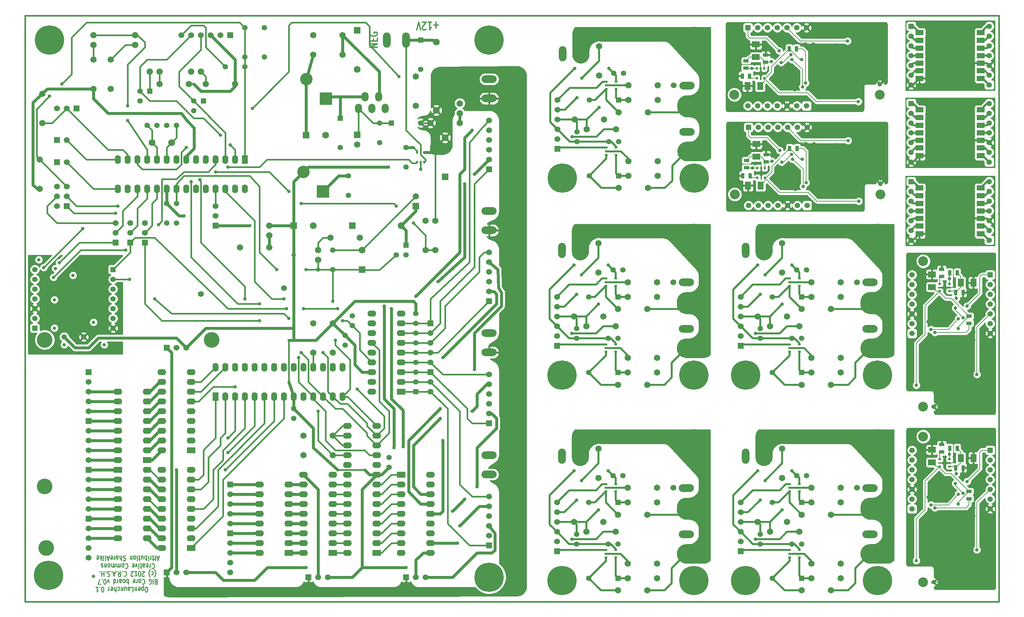
<source format=gtl>
G04 (created by PCBNEW-RS274X (2011-05-25)-stable) date Sun 12 Aug 2012 12:56:26 AM MDT*
G01*
G70*
G90*
%MOIN*%
G04 Gerber Fmt 3.4, Leading zero omitted, Abs format*
%FSLAX34Y34*%
G04 APERTURE LIST*
%ADD10C,0.006000*%
%ADD11C,0.015000*%
%ADD12C,0.012000*%
%ADD13C,0.010000*%
%ADD14R,0.078700X0.055100*%
%ADD15C,0.055000*%
%ADD16R,0.055000X0.055000*%
%ADD17R,0.055000X0.035000*%
%ADD18R,0.035000X0.055000*%
%ADD19R,0.060000X0.080000*%
%ADD20R,0.080000X0.060000*%
%ADD21R,0.030000X0.020000*%
%ADD22C,0.100000*%
%ADD23C,0.045000*%
%ADD24R,0.020000X0.030000*%
%ADD25C,0.060000*%
%ADD26C,0.300000*%
%ADD27O,0.078000X0.156000*%
%ADD28O,0.156000X0.078000*%
%ADD29R,0.060000X0.060000*%
%ADD30C,0.065000*%
%ADD31C,0.160000*%
%ADD32C,0.066000*%
%ADD33O,0.062000X0.090000*%
%ADD34R,0.062000X0.090000*%
%ADD35O,0.090000X0.062000*%
%ADD36R,0.090000X0.062000*%
%ADD37C,0.070000*%
%ADD38R,0.070000X0.070000*%
%ADD39R,0.065000X0.065000*%
%ADD40O,0.070900X0.098400*%
%ADD41R,0.127600X0.127600*%
%ADD42C,0.127600*%
%ADD43C,0.035000*%
%ADD44C,0.020000*%
%ADD45C,0.030000*%
%ADD46C,0.015800*%
%ADD47C,0.008000*%
G04 APERTURE END LIST*
G54D10*
G54D11*
X108400Y-07300D02*
X108400Y-67300D01*
X48400Y-07300D02*
X108400Y-07300D01*
X08700Y-07300D02*
X08700Y-67300D01*
X48400Y-07300D02*
X08700Y-07300D01*
X08700Y-67300D02*
X108400Y-67300D01*
G54D12*
X44774Y-10543D02*
X43974Y-10543D01*
X44774Y-10200D01*
X43974Y-10200D01*
X44355Y-09914D02*
X44355Y-09714D01*
X44774Y-09628D02*
X44774Y-09914D01*
X43974Y-09914D01*
X43974Y-09628D01*
X44012Y-09057D02*
X43974Y-09114D01*
X43974Y-09200D01*
X44012Y-09285D01*
X44088Y-09343D01*
X44164Y-09371D01*
X44317Y-09400D01*
X44431Y-09400D01*
X44583Y-09371D01*
X44660Y-09343D01*
X44736Y-09285D01*
X44774Y-09200D01*
X44774Y-09143D01*
X44736Y-09057D01*
X44698Y-09028D01*
X44431Y-09028D01*
X44431Y-09143D01*
X51006Y-08281D02*
X50549Y-08281D01*
X50778Y-07976D02*
X50778Y-08586D01*
X49949Y-07976D02*
X50292Y-07976D01*
X50120Y-07976D02*
X50120Y-08776D01*
X50177Y-08662D01*
X50235Y-08586D01*
X50292Y-08548D01*
X49721Y-08700D02*
X49692Y-08738D01*
X49635Y-08776D01*
X49492Y-08776D01*
X49435Y-08738D01*
X49406Y-08700D01*
X49378Y-08624D01*
X49378Y-08548D01*
X49406Y-08433D01*
X49749Y-07976D01*
X49378Y-07976D01*
X49207Y-08776D02*
X49007Y-07976D01*
X48807Y-08776D01*
G54D13*
X21143Y-66298D02*
X21066Y-66298D01*
X21028Y-66274D01*
X20990Y-66226D01*
X20971Y-66131D01*
X20971Y-65964D01*
X20990Y-65869D01*
X21028Y-65821D01*
X21066Y-65798D01*
X21143Y-65798D01*
X21181Y-65821D01*
X21219Y-65869D01*
X21238Y-65964D01*
X21238Y-66131D01*
X21219Y-66226D01*
X21181Y-66274D01*
X21143Y-66298D01*
X20800Y-66131D02*
X20800Y-65631D01*
X20800Y-66107D02*
X20762Y-66131D01*
X20685Y-66131D01*
X20647Y-66107D01*
X20628Y-66083D01*
X20609Y-66036D01*
X20609Y-65893D01*
X20628Y-65845D01*
X20647Y-65821D01*
X20685Y-65798D01*
X20762Y-65798D01*
X20800Y-65821D01*
X20285Y-65821D02*
X20323Y-65798D01*
X20400Y-65798D01*
X20438Y-65821D01*
X20457Y-65869D01*
X20457Y-66060D01*
X20438Y-66107D01*
X20400Y-66131D01*
X20323Y-66131D01*
X20285Y-66107D01*
X20266Y-66060D01*
X20266Y-66012D01*
X20457Y-65964D01*
X20095Y-66131D02*
X20095Y-65798D01*
X20095Y-66083D02*
X20076Y-66107D01*
X20038Y-66131D01*
X19980Y-66131D01*
X19942Y-66107D01*
X19923Y-66060D01*
X19923Y-65798D01*
X19542Y-65798D02*
X19733Y-65798D01*
X19733Y-66298D01*
X19237Y-65798D02*
X19237Y-66060D01*
X19256Y-66107D01*
X19294Y-66131D01*
X19371Y-66131D01*
X19409Y-66107D01*
X19237Y-65821D02*
X19275Y-65798D01*
X19371Y-65798D01*
X19409Y-65821D01*
X19428Y-65869D01*
X19428Y-65917D01*
X19409Y-65964D01*
X19371Y-65988D01*
X19275Y-65988D01*
X19237Y-66012D01*
X18875Y-66131D02*
X18875Y-65798D01*
X19047Y-66131D02*
X19047Y-65869D01*
X19028Y-65821D01*
X18990Y-65798D01*
X18932Y-65798D01*
X18894Y-65821D01*
X18875Y-65845D01*
X18685Y-66131D02*
X18685Y-65798D01*
X18685Y-66083D02*
X18666Y-66107D01*
X18628Y-66131D01*
X18570Y-66131D01*
X18532Y-66107D01*
X18513Y-66060D01*
X18513Y-65798D01*
X18151Y-65821D02*
X18189Y-65798D01*
X18266Y-65798D01*
X18304Y-65821D01*
X18323Y-65845D01*
X18342Y-65893D01*
X18342Y-66036D01*
X18323Y-66083D01*
X18304Y-66107D01*
X18266Y-66131D01*
X18189Y-66131D01*
X18151Y-66107D01*
X17980Y-65798D02*
X17980Y-66298D01*
X17808Y-65798D02*
X17808Y-66060D01*
X17827Y-66107D01*
X17865Y-66131D01*
X17923Y-66131D01*
X17961Y-66107D01*
X17980Y-66083D01*
X17465Y-65821D02*
X17503Y-65798D01*
X17580Y-65798D01*
X17618Y-65821D01*
X17637Y-65869D01*
X17637Y-66060D01*
X17618Y-66107D01*
X17580Y-66131D01*
X17503Y-66131D01*
X17465Y-66107D01*
X17446Y-66060D01*
X17446Y-66012D01*
X17637Y-65964D01*
X17275Y-65798D02*
X17275Y-66131D01*
X17275Y-66036D02*
X17256Y-66083D01*
X17237Y-66107D01*
X17199Y-66131D01*
X17160Y-66131D01*
X16646Y-66298D02*
X16607Y-66298D01*
X16569Y-66274D01*
X16550Y-66250D01*
X16531Y-66202D01*
X16512Y-66107D01*
X16512Y-65988D01*
X16531Y-65893D01*
X16550Y-65845D01*
X16569Y-65821D01*
X16607Y-65798D01*
X16646Y-65798D01*
X16684Y-65821D01*
X16703Y-65845D01*
X16722Y-65893D01*
X16741Y-65988D01*
X16741Y-66107D01*
X16722Y-66202D01*
X16703Y-66250D01*
X16684Y-66274D01*
X16646Y-66298D01*
X16341Y-65845D02*
X16322Y-65821D01*
X16341Y-65798D01*
X16360Y-65821D01*
X16341Y-65845D01*
X16341Y-65798D01*
X15941Y-65798D02*
X16170Y-65798D01*
X16056Y-65798D02*
X16056Y-66298D01*
X16094Y-66226D01*
X16132Y-66179D01*
X16170Y-66155D01*
X22076Y-65260D02*
X22019Y-65236D01*
X22000Y-65212D01*
X21981Y-65164D01*
X21981Y-65093D01*
X22000Y-65045D01*
X22019Y-65021D01*
X22057Y-64998D01*
X22210Y-64998D01*
X22210Y-65498D01*
X22076Y-65498D01*
X22038Y-65474D01*
X22019Y-65450D01*
X22000Y-65402D01*
X22000Y-65355D01*
X22019Y-65307D01*
X22038Y-65283D01*
X22076Y-65260D01*
X22210Y-65260D01*
X21810Y-64998D02*
X21810Y-65498D01*
X21410Y-65474D02*
X21448Y-65498D01*
X21505Y-65498D01*
X21563Y-65474D01*
X21601Y-65426D01*
X21620Y-65379D01*
X21639Y-65283D01*
X21639Y-65212D01*
X21620Y-65117D01*
X21601Y-65069D01*
X21563Y-65021D01*
X21505Y-64998D01*
X21467Y-64998D01*
X21410Y-65021D01*
X21391Y-65045D01*
X21391Y-65212D01*
X21467Y-65212D01*
X20686Y-65045D02*
X20705Y-65021D01*
X20762Y-64998D01*
X20800Y-64998D01*
X20858Y-65021D01*
X20896Y-65069D01*
X20915Y-65117D01*
X20934Y-65212D01*
X20934Y-65283D01*
X20915Y-65379D01*
X20896Y-65426D01*
X20858Y-65474D01*
X20800Y-65498D01*
X20762Y-65498D01*
X20705Y-65474D01*
X20686Y-65450D01*
X20458Y-64998D02*
X20496Y-65021D01*
X20515Y-65045D01*
X20534Y-65093D01*
X20534Y-65236D01*
X20515Y-65283D01*
X20496Y-65307D01*
X20458Y-65331D01*
X20400Y-65331D01*
X20362Y-65307D01*
X20343Y-65283D01*
X20324Y-65236D01*
X20324Y-65093D01*
X20343Y-65045D01*
X20362Y-65021D01*
X20400Y-64998D01*
X20458Y-64998D01*
X20153Y-64998D02*
X20153Y-65331D01*
X20153Y-65236D02*
X20134Y-65283D01*
X20115Y-65307D01*
X20077Y-65331D01*
X20038Y-65331D01*
X19752Y-65021D02*
X19790Y-64998D01*
X19867Y-64998D01*
X19905Y-65021D01*
X19924Y-65069D01*
X19924Y-65260D01*
X19905Y-65307D01*
X19867Y-65331D01*
X19790Y-65331D01*
X19752Y-65307D01*
X19733Y-65260D01*
X19733Y-65212D01*
X19924Y-65164D01*
X19257Y-64998D02*
X19257Y-65498D01*
X19257Y-65307D02*
X19219Y-65331D01*
X19142Y-65331D01*
X19104Y-65307D01*
X19085Y-65283D01*
X19066Y-65236D01*
X19066Y-65093D01*
X19085Y-65045D01*
X19104Y-65021D01*
X19142Y-64998D01*
X19219Y-64998D01*
X19257Y-65021D01*
X18838Y-64998D02*
X18876Y-65021D01*
X18895Y-65045D01*
X18914Y-65093D01*
X18914Y-65236D01*
X18895Y-65283D01*
X18876Y-65307D01*
X18838Y-65331D01*
X18780Y-65331D01*
X18742Y-65307D01*
X18723Y-65283D01*
X18704Y-65236D01*
X18704Y-65093D01*
X18723Y-65045D01*
X18742Y-65021D01*
X18780Y-64998D01*
X18838Y-64998D01*
X18361Y-64998D02*
X18361Y-65260D01*
X18380Y-65307D01*
X18418Y-65331D01*
X18495Y-65331D01*
X18533Y-65307D01*
X18361Y-65021D02*
X18399Y-64998D01*
X18495Y-64998D01*
X18533Y-65021D01*
X18552Y-65069D01*
X18552Y-65117D01*
X18533Y-65164D01*
X18495Y-65188D01*
X18399Y-65188D01*
X18361Y-65212D01*
X18171Y-64998D02*
X18171Y-65331D01*
X18171Y-65236D02*
X18152Y-65283D01*
X18133Y-65307D01*
X18095Y-65331D01*
X18056Y-65331D01*
X17751Y-64998D02*
X17751Y-65498D01*
X17751Y-65021D02*
X17789Y-64998D01*
X17866Y-64998D01*
X17904Y-65021D01*
X17923Y-65045D01*
X17942Y-65093D01*
X17942Y-65236D01*
X17923Y-65283D01*
X17904Y-65307D01*
X17866Y-65331D01*
X17789Y-65331D01*
X17751Y-65307D01*
X17294Y-65331D02*
X17199Y-64998D01*
X17103Y-65331D01*
X16875Y-65498D02*
X16836Y-65498D01*
X16798Y-65474D01*
X16779Y-65450D01*
X16760Y-65402D01*
X16741Y-65307D01*
X16741Y-65188D01*
X16760Y-65093D01*
X16779Y-65045D01*
X16798Y-65021D01*
X16836Y-64998D01*
X16875Y-64998D01*
X16913Y-65021D01*
X16932Y-65045D01*
X16951Y-65093D01*
X16970Y-65188D01*
X16970Y-65307D01*
X16951Y-65402D01*
X16932Y-65450D01*
X16913Y-65474D01*
X16875Y-65498D01*
X16570Y-65045D02*
X16551Y-65021D01*
X16570Y-64998D01*
X16589Y-65021D01*
X16570Y-65045D01*
X16570Y-64998D01*
X16418Y-65498D02*
X16151Y-65498D01*
X16323Y-64998D01*
X21942Y-64007D02*
X21962Y-64031D01*
X22000Y-64102D01*
X22019Y-64150D01*
X22038Y-64221D01*
X22057Y-64340D01*
X22057Y-64436D01*
X22038Y-64555D01*
X22019Y-64626D01*
X22000Y-64674D01*
X21962Y-64745D01*
X21942Y-64769D01*
X21618Y-64221D02*
X21656Y-64198D01*
X21733Y-64198D01*
X21771Y-64221D01*
X21790Y-64245D01*
X21809Y-64293D01*
X21809Y-64436D01*
X21790Y-64483D01*
X21771Y-64507D01*
X21733Y-64531D01*
X21656Y-64531D01*
X21618Y-64507D01*
X21485Y-64007D02*
X21466Y-64031D01*
X21428Y-64102D01*
X21409Y-64150D01*
X21390Y-64221D01*
X21371Y-64340D01*
X21371Y-64436D01*
X21390Y-64555D01*
X21409Y-64626D01*
X21428Y-64674D01*
X21466Y-64745D01*
X21485Y-64769D01*
X20894Y-64650D02*
X20875Y-64674D01*
X20837Y-64698D01*
X20741Y-64698D01*
X20703Y-64674D01*
X20684Y-64650D01*
X20665Y-64602D01*
X20665Y-64555D01*
X20684Y-64483D01*
X20913Y-64198D01*
X20665Y-64198D01*
X20418Y-64698D02*
X20379Y-64698D01*
X20341Y-64674D01*
X20322Y-64650D01*
X20303Y-64602D01*
X20284Y-64507D01*
X20284Y-64388D01*
X20303Y-64293D01*
X20322Y-64245D01*
X20341Y-64221D01*
X20379Y-64198D01*
X20418Y-64198D01*
X20456Y-64221D01*
X20475Y-64245D01*
X20494Y-64293D01*
X20513Y-64388D01*
X20513Y-64507D01*
X20494Y-64602D01*
X20475Y-64650D01*
X20456Y-64674D01*
X20418Y-64698D01*
X19903Y-64198D02*
X20132Y-64198D01*
X20018Y-64198D02*
X20018Y-64698D01*
X20056Y-64626D01*
X20094Y-64579D01*
X20132Y-64555D01*
X19751Y-64650D02*
X19732Y-64674D01*
X19694Y-64698D01*
X19598Y-64698D01*
X19560Y-64674D01*
X19541Y-64650D01*
X19522Y-64602D01*
X19522Y-64555D01*
X19541Y-64483D01*
X19770Y-64198D01*
X19522Y-64198D01*
X18817Y-64245D02*
X18836Y-64221D01*
X18893Y-64198D01*
X18931Y-64198D01*
X18989Y-64221D01*
X19027Y-64269D01*
X19046Y-64317D01*
X19065Y-64412D01*
X19065Y-64483D01*
X19046Y-64579D01*
X19027Y-64626D01*
X18989Y-64674D01*
X18931Y-64698D01*
X18893Y-64698D01*
X18836Y-64674D01*
X18817Y-64650D01*
X18646Y-64245D02*
X18627Y-64221D01*
X18646Y-64198D01*
X18665Y-64221D01*
X18646Y-64245D01*
X18646Y-64198D01*
X18227Y-64198D02*
X18361Y-64436D01*
X18456Y-64198D02*
X18456Y-64698D01*
X18303Y-64698D01*
X18265Y-64674D01*
X18246Y-64650D01*
X18227Y-64602D01*
X18227Y-64531D01*
X18246Y-64483D01*
X18265Y-64460D01*
X18303Y-64436D01*
X18456Y-64436D01*
X18056Y-64245D02*
X18037Y-64221D01*
X18056Y-64198D01*
X18075Y-64221D01*
X18056Y-64245D01*
X18056Y-64198D01*
X17885Y-64340D02*
X17694Y-64340D01*
X17923Y-64198D02*
X17790Y-64698D01*
X17656Y-64198D01*
X17523Y-64245D02*
X17504Y-64221D01*
X17523Y-64198D01*
X17542Y-64221D01*
X17523Y-64245D01*
X17523Y-64198D01*
X17352Y-64221D02*
X17295Y-64198D01*
X17199Y-64198D01*
X17161Y-64221D01*
X17142Y-64245D01*
X17123Y-64293D01*
X17123Y-64340D01*
X17142Y-64388D01*
X17161Y-64412D01*
X17199Y-64436D01*
X17276Y-64460D01*
X17314Y-64483D01*
X17333Y-64507D01*
X17352Y-64555D01*
X17352Y-64602D01*
X17333Y-64650D01*
X17314Y-64674D01*
X17276Y-64698D01*
X17180Y-64698D01*
X17123Y-64674D01*
X16952Y-64245D02*
X16933Y-64221D01*
X16952Y-64198D01*
X16971Y-64221D01*
X16952Y-64245D01*
X16952Y-64198D01*
X16762Y-64198D02*
X16762Y-64698D01*
X16762Y-64460D02*
X16533Y-64460D01*
X16533Y-64198D02*
X16533Y-64698D01*
X16343Y-64245D02*
X16324Y-64221D01*
X16343Y-64198D01*
X16362Y-64221D01*
X16343Y-64245D01*
X16343Y-64198D01*
X21676Y-63445D02*
X21695Y-63421D01*
X21752Y-63398D01*
X21790Y-63398D01*
X21848Y-63421D01*
X21886Y-63469D01*
X21905Y-63517D01*
X21924Y-63612D01*
X21924Y-63683D01*
X21905Y-63779D01*
X21886Y-63826D01*
X21848Y-63874D01*
X21790Y-63898D01*
X21752Y-63898D01*
X21695Y-63874D01*
X21676Y-63850D01*
X21505Y-63398D02*
X21505Y-63731D01*
X21505Y-63636D02*
X21486Y-63683D01*
X21467Y-63707D01*
X21429Y-63731D01*
X21390Y-63731D01*
X21104Y-63421D02*
X21142Y-63398D01*
X21219Y-63398D01*
X21257Y-63421D01*
X21276Y-63469D01*
X21276Y-63660D01*
X21257Y-63707D01*
X21219Y-63731D01*
X21142Y-63731D01*
X21104Y-63707D01*
X21085Y-63660D01*
X21085Y-63612D01*
X21276Y-63564D01*
X20742Y-63398D02*
X20742Y-63660D01*
X20761Y-63707D01*
X20799Y-63731D01*
X20876Y-63731D01*
X20914Y-63707D01*
X20742Y-63421D02*
X20780Y-63398D01*
X20876Y-63398D01*
X20914Y-63421D01*
X20933Y-63469D01*
X20933Y-63517D01*
X20914Y-63564D01*
X20876Y-63588D01*
X20780Y-63588D01*
X20742Y-63612D01*
X20609Y-63731D02*
X20457Y-63731D01*
X20552Y-63898D02*
X20552Y-63469D01*
X20533Y-63421D01*
X20495Y-63398D01*
X20457Y-63398D01*
X20323Y-63398D02*
X20323Y-63731D01*
X20323Y-63898D02*
X20342Y-63874D01*
X20323Y-63850D01*
X20304Y-63874D01*
X20323Y-63898D01*
X20323Y-63850D01*
X20171Y-63731D02*
X20076Y-63398D01*
X19980Y-63731D01*
X19675Y-63421D02*
X19713Y-63398D01*
X19790Y-63398D01*
X19828Y-63421D01*
X19847Y-63469D01*
X19847Y-63660D01*
X19828Y-63707D01*
X19790Y-63731D01*
X19713Y-63731D01*
X19675Y-63707D01*
X19656Y-63660D01*
X19656Y-63612D01*
X19847Y-63564D01*
X18951Y-63445D02*
X18970Y-63421D01*
X19027Y-63398D01*
X19065Y-63398D01*
X19123Y-63421D01*
X19161Y-63469D01*
X19180Y-63517D01*
X19199Y-63612D01*
X19199Y-63683D01*
X19180Y-63779D01*
X19161Y-63826D01*
X19123Y-63874D01*
X19065Y-63898D01*
X19027Y-63898D01*
X18970Y-63874D01*
X18951Y-63850D01*
X18723Y-63398D02*
X18761Y-63421D01*
X18780Y-63445D01*
X18799Y-63493D01*
X18799Y-63636D01*
X18780Y-63683D01*
X18761Y-63707D01*
X18723Y-63731D01*
X18665Y-63731D01*
X18627Y-63707D01*
X18608Y-63683D01*
X18589Y-63636D01*
X18589Y-63493D01*
X18608Y-63445D01*
X18627Y-63421D01*
X18665Y-63398D01*
X18723Y-63398D01*
X18418Y-63398D02*
X18418Y-63731D01*
X18418Y-63683D02*
X18399Y-63707D01*
X18361Y-63731D01*
X18303Y-63731D01*
X18265Y-63707D01*
X18246Y-63660D01*
X18246Y-63398D01*
X18246Y-63660D02*
X18227Y-63707D01*
X18189Y-63731D01*
X18132Y-63731D01*
X18094Y-63707D01*
X18075Y-63660D01*
X18075Y-63398D01*
X17885Y-63398D02*
X17885Y-63731D01*
X17885Y-63683D02*
X17866Y-63707D01*
X17828Y-63731D01*
X17770Y-63731D01*
X17732Y-63707D01*
X17713Y-63660D01*
X17713Y-63398D01*
X17713Y-63660D02*
X17694Y-63707D01*
X17656Y-63731D01*
X17599Y-63731D01*
X17561Y-63707D01*
X17542Y-63660D01*
X17542Y-63398D01*
X17295Y-63398D02*
X17333Y-63421D01*
X17352Y-63445D01*
X17371Y-63493D01*
X17371Y-63636D01*
X17352Y-63683D01*
X17333Y-63707D01*
X17295Y-63731D01*
X17237Y-63731D01*
X17199Y-63707D01*
X17180Y-63683D01*
X17161Y-63636D01*
X17161Y-63493D01*
X17180Y-63445D01*
X17199Y-63421D01*
X17237Y-63398D01*
X17295Y-63398D01*
X16990Y-63731D02*
X16990Y-63398D01*
X16990Y-63683D02*
X16971Y-63707D01*
X16933Y-63731D01*
X16875Y-63731D01*
X16837Y-63707D01*
X16818Y-63660D01*
X16818Y-63398D01*
X16647Y-63421D02*
X16609Y-63398D01*
X16533Y-63398D01*
X16494Y-63421D01*
X16475Y-63469D01*
X16475Y-63493D01*
X16494Y-63540D01*
X16533Y-63564D01*
X16590Y-63564D01*
X16628Y-63588D01*
X16647Y-63636D01*
X16647Y-63660D01*
X16628Y-63707D01*
X16590Y-63731D01*
X16533Y-63731D01*
X16494Y-63707D01*
X22382Y-62740D02*
X22191Y-62740D01*
X22420Y-62598D02*
X22287Y-63098D01*
X22153Y-62598D01*
X22077Y-62931D02*
X21925Y-62931D01*
X22020Y-63098D02*
X22020Y-62669D01*
X22001Y-62621D01*
X21963Y-62598D01*
X21925Y-62598D01*
X21848Y-62931D02*
X21696Y-62931D01*
X21791Y-63098D02*
X21791Y-62669D01*
X21772Y-62621D01*
X21734Y-62598D01*
X21696Y-62598D01*
X21562Y-62598D02*
X21562Y-62931D01*
X21562Y-62836D02*
X21543Y-62883D01*
X21524Y-62907D01*
X21486Y-62931D01*
X21447Y-62931D01*
X21314Y-62598D02*
X21314Y-62931D01*
X21314Y-63098D02*
X21333Y-63074D01*
X21314Y-63050D01*
X21295Y-63074D01*
X21314Y-63098D01*
X21314Y-63050D01*
X21124Y-62598D02*
X21124Y-63098D01*
X21124Y-62907D02*
X21086Y-62931D01*
X21009Y-62931D01*
X20971Y-62907D01*
X20952Y-62883D01*
X20933Y-62836D01*
X20933Y-62693D01*
X20952Y-62645D01*
X20971Y-62621D01*
X21009Y-62598D01*
X21086Y-62598D01*
X21124Y-62621D01*
X20590Y-62931D02*
X20590Y-62598D01*
X20762Y-62931D02*
X20762Y-62669D01*
X20743Y-62621D01*
X20705Y-62598D01*
X20647Y-62598D01*
X20609Y-62621D01*
X20590Y-62645D01*
X20457Y-62931D02*
X20305Y-62931D01*
X20400Y-63098D02*
X20400Y-62669D01*
X20381Y-62621D01*
X20343Y-62598D01*
X20305Y-62598D01*
X20171Y-62598D02*
X20171Y-62931D01*
X20171Y-63098D02*
X20190Y-63074D01*
X20171Y-63050D01*
X20152Y-63074D01*
X20171Y-63098D01*
X20171Y-63050D01*
X19924Y-62598D02*
X19962Y-62621D01*
X19981Y-62645D01*
X20000Y-62693D01*
X20000Y-62836D01*
X19981Y-62883D01*
X19962Y-62907D01*
X19924Y-62931D01*
X19866Y-62931D01*
X19828Y-62907D01*
X19809Y-62883D01*
X19790Y-62836D01*
X19790Y-62693D01*
X19809Y-62645D01*
X19828Y-62621D01*
X19866Y-62598D01*
X19924Y-62598D01*
X19619Y-62931D02*
X19619Y-62598D01*
X19619Y-62883D02*
X19600Y-62907D01*
X19562Y-62931D01*
X19504Y-62931D01*
X19466Y-62907D01*
X19447Y-62860D01*
X19447Y-62598D01*
X18971Y-62621D02*
X18914Y-62598D01*
X18818Y-62598D01*
X18780Y-62621D01*
X18761Y-62645D01*
X18742Y-62693D01*
X18742Y-62740D01*
X18761Y-62788D01*
X18780Y-62812D01*
X18818Y-62836D01*
X18895Y-62860D01*
X18933Y-62883D01*
X18952Y-62907D01*
X18971Y-62955D01*
X18971Y-63002D01*
X18952Y-63050D01*
X18933Y-63074D01*
X18895Y-63098D01*
X18799Y-63098D01*
X18742Y-63074D01*
X18571Y-62598D02*
X18571Y-63098D01*
X18399Y-62598D02*
X18399Y-62860D01*
X18418Y-62907D01*
X18456Y-62931D01*
X18514Y-62931D01*
X18552Y-62907D01*
X18571Y-62883D01*
X18037Y-62598D02*
X18037Y-62860D01*
X18056Y-62907D01*
X18094Y-62931D01*
X18171Y-62931D01*
X18209Y-62907D01*
X18037Y-62621D02*
X18075Y-62598D01*
X18171Y-62598D01*
X18209Y-62621D01*
X18228Y-62669D01*
X18228Y-62717D01*
X18209Y-62764D01*
X18171Y-62788D01*
X18075Y-62788D01*
X18037Y-62812D01*
X17847Y-62598D02*
X17847Y-62931D01*
X17847Y-62836D02*
X17828Y-62883D01*
X17809Y-62907D01*
X17771Y-62931D01*
X17732Y-62931D01*
X17446Y-62621D02*
X17484Y-62598D01*
X17561Y-62598D01*
X17599Y-62621D01*
X17618Y-62669D01*
X17618Y-62860D01*
X17599Y-62907D01*
X17561Y-62931D01*
X17484Y-62931D01*
X17446Y-62907D01*
X17427Y-62860D01*
X17427Y-62812D01*
X17618Y-62764D01*
X17275Y-62740D02*
X17084Y-62740D01*
X17313Y-62598D02*
X17180Y-63098D01*
X17046Y-62598D01*
X16856Y-62598D02*
X16894Y-62621D01*
X16913Y-62669D01*
X16913Y-63098D01*
X16703Y-62598D02*
X16703Y-62931D01*
X16703Y-63098D02*
X16722Y-63074D01*
X16703Y-63050D01*
X16684Y-63074D01*
X16703Y-63098D01*
X16703Y-63050D01*
X16513Y-62598D02*
X16513Y-63098D01*
X16475Y-62788D02*
X16360Y-62598D01*
X16360Y-62931D02*
X16513Y-62740D01*
X16036Y-62621D02*
X16074Y-62598D01*
X16151Y-62598D01*
X16189Y-62621D01*
X16208Y-62669D01*
X16208Y-62860D01*
X16189Y-62907D01*
X16151Y-62931D01*
X16074Y-62931D01*
X16036Y-62907D01*
X16017Y-62860D01*
X16017Y-62812D01*
X16208Y-62764D01*
G54D14*
X100270Y-09057D03*
X100259Y-09845D03*
X100259Y-10632D03*
X100259Y-11400D03*
X100259Y-12168D03*
X100259Y-12955D03*
X100259Y-13743D03*
X106519Y-13743D03*
X106519Y-12955D03*
X106519Y-12168D03*
X106519Y-11400D03*
X106519Y-10632D03*
X106519Y-09845D03*
X106519Y-09057D03*
G54D15*
X107400Y-14400D03*
X107400Y-13400D03*
X107400Y-12400D03*
X107400Y-11400D03*
X107400Y-10400D03*
X107400Y-09400D03*
X107400Y-08400D03*
G54D16*
X99400Y-08400D03*
G54D15*
X99400Y-09400D03*
X99400Y-10400D03*
X99400Y-11400D03*
X99400Y-12400D03*
X99400Y-13400D03*
X99400Y-14400D03*
G54D14*
X100270Y-24957D03*
X100259Y-25745D03*
X100259Y-26532D03*
X100259Y-27300D03*
X100259Y-28068D03*
X100259Y-28855D03*
X100259Y-29643D03*
X106519Y-29643D03*
X106519Y-28855D03*
X106519Y-28068D03*
X106519Y-27300D03*
X106519Y-26532D03*
X106519Y-25745D03*
X106519Y-24957D03*
G54D15*
X107400Y-30300D03*
X107400Y-29300D03*
X107400Y-28300D03*
X107400Y-27300D03*
X107400Y-26300D03*
X107400Y-25300D03*
X107400Y-24300D03*
G54D16*
X99400Y-24300D03*
G54D15*
X99400Y-25300D03*
X99400Y-26300D03*
X99400Y-27300D03*
X99400Y-28300D03*
X99400Y-29300D03*
X99400Y-30300D03*
G54D16*
X99400Y-16300D03*
G54D15*
X99400Y-17300D03*
X99400Y-18300D03*
X99400Y-19300D03*
X99400Y-20300D03*
X99400Y-21300D03*
X99400Y-22300D03*
X107400Y-22300D03*
X107400Y-21300D03*
X107400Y-20300D03*
X107400Y-19300D03*
X107400Y-18300D03*
X107400Y-17300D03*
X107400Y-16300D03*
G54D14*
X100270Y-16957D03*
X100259Y-17745D03*
X100259Y-18532D03*
X100259Y-19300D03*
X100259Y-20068D03*
X100259Y-20855D03*
X100259Y-21643D03*
X106519Y-21643D03*
X106519Y-20855D03*
X106519Y-20068D03*
X106519Y-19300D03*
X106519Y-18532D03*
X106519Y-17745D03*
X106519Y-16957D03*
G54D15*
X99500Y-57800D03*
X99500Y-56800D03*
X99500Y-55800D03*
X99500Y-54800D03*
X99500Y-53800D03*
X99500Y-52800D03*
X99500Y-51800D03*
G54D16*
X107500Y-51800D03*
G54D15*
X107500Y-52800D03*
X107500Y-53800D03*
X107500Y-54800D03*
X107500Y-55800D03*
X107500Y-56800D03*
X107500Y-57800D03*
G54D17*
X105340Y-56775D03*
X105340Y-56025D03*
G54D18*
X104115Y-51600D03*
X103365Y-51600D03*
G54D17*
X102540Y-51975D03*
X102540Y-51225D03*
G54D18*
X103965Y-53600D03*
X104715Y-53600D03*
G54D19*
X104490Y-52600D03*
X105790Y-52600D03*
G54D20*
X101540Y-53050D03*
X101540Y-51750D03*
G54D21*
X103340Y-53475D03*
X103340Y-52725D03*
X102340Y-53475D03*
X103340Y-53100D03*
X102340Y-52725D03*
G54D22*
X100640Y-65300D03*
X100640Y-50400D03*
G54D23*
X101700Y-65300D03*
X101700Y-47350D03*
G54D22*
X100640Y-32450D03*
X100640Y-47350D03*
G54D21*
X103340Y-35525D03*
X103340Y-34775D03*
X102340Y-35525D03*
X103340Y-35150D03*
X102340Y-34775D03*
G54D20*
X101540Y-35100D03*
X101540Y-33800D03*
G54D19*
X104490Y-34650D03*
X105790Y-34650D03*
G54D18*
X103965Y-35650D03*
X104715Y-35650D03*
G54D17*
X102540Y-34025D03*
X102540Y-33275D03*
G54D18*
X104115Y-33650D03*
X103365Y-33650D03*
G54D17*
X105340Y-38825D03*
X105340Y-38075D03*
G54D16*
X107500Y-33850D03*
G54D15*
X107500Y-34850D03*
X107500Y-35850D03*
X107500Y-36850D03*
X107500Y-37850D03*
X107500Y-38850D03*
X107500Y-39850D03*
X99500Y-39850D03*
X99500Y-38850D03*
X99500Y-37850D03*
X99500Y-36850D03*
X99500Y-35850D03*
X99500Y-34850D03*
X99500Y-33850D03*
X88750Y-26750D03*
X87750Y-26750D03*
X86750Y-26750D03*
X85750Y-26750D03*
X84750Y-26750D03*
X83750Y-26750D03*
X82750Y-26750D03*
G54D16*
X82750Y-18750D03*
G54D15*
X83750Y-18750D03*
X84750Y-18750D03*
X85750Y-18750D03*
X86750Y-18750D03*
X87750Y-18750D03*
X88750Y-18750D03*
G54D18*
X87725Y-20910D03*
X86975Y-20910D03*
G54D17*
X82550Y-22135D03*
X82550Y-22885D03*
G54D18*
X82925Y-23710D03*
X82175Y-23710D03*
G54D17*
X84550Y-22285D03*
X84550Y-21535D03*
G54D20*
X83550Y-21760D03*
X83550Y-20460D03*
G54D19*
X84000Y-24710D03*
X82700Y-24710D03*
G54D24*
X84425Y-22910D03*
X83675Y-22910D03*
X84425Y-23910D03*
X84050Y-22910D03*
X83675Y-23910D03*
G54D22*
X96250Y-25610D03*
X81350Y-25610D03*
G54D23*
X96250Y-24550D03*
G54D25*
X75100Y-14450D03*
X77350Y-11600D03*
G54D16*
X69450Y-15950D03*
G54D15*
X66450Y-15950D03*
X68950Y-13200D03*
X69950Y-13200D03*
X68450Y-20200D03*
X69450Y-20200D03*
X65200Y-20200D03*
X65200Y-19200D03*
G54D26*
X77200Y-23950D03*
X63700Y-23950D03*
X77200Y-09950D03*
G54D27*
X65690Y-11200D03*
X63720Y-11200D03*
G54D28*
X76450Y-16440D03*
X76450Y-14470D03*
X76450Y-21190D03*
X76450Y-19220D03*
G54D16*
X69450Y-23700D03*
G54D15*
X66450Y-23700D03*
G54D29*
X63200Y-20950D03*
G54D25*
X63200Y-19950D03*
X63200Y-18950D03*
X63200Y-17950D03*
X63200Y-16950D03*
X63200Y-15950D03*
G54D30*
X64950Y-17950D03*
X67950Y-17950D03*
X69450Y-24950D03*
X72450Y-24950D03*
X69450Y-17200D03*
X72450Y-17200D03*
X70450Y-15950D03*
X73450Y-15950D03*
X73450Y-22200D03*
X70450Y-22200D03*
X73450Y-14450D03*
X70450Y-14450D03*
X69200Y-18950D03*
X66200Y-18950D03*
X67450Y-13450D03*
X67450Y-10450D03*
X70450Y-23700D03*
X73450Y-23700D03*
G54D21*
X68200Y-20825D03*
X68200Y-21575D03*
X69200Y-20825D03*
X68200Y-21200D03*
X69200Y-21575D03*
X68200Y-14075D03*
X68200Y-14825D03*
X69200Y-14075D03*
X68200Y-14450D03*
X69200Y-14825D03*
X86950Y-55275D03*
X86950Y-56025D03*
X87950Y-55275D03*
X86950Y-55650D03*
X87950Y-56025D03*
X86950Y-62025D03*
X86950Y-62775D03*
X87950Y-62025D03*
X86950Y-62400D03*
X87950Y-62775D03*
G54D30*
X89200Y-64900D03*
X92200Y-64900D03*
X86200Y-54650D03*
X86200Y-51650D03*
X87950Y-60150D03*
X84950Y-60150D03*
X92200Y-55650D03*
X89200Y-55650D03*
X92200Y-63400D03*
X89200Y-63400D03*
X89200Y-57150D03*
X92200Y-57150D03*
X88200Y-58400D03*
X91200Y-58400D03*
X88200Y-66150D03*
X91200Y-66150D03*
X83700Y-59150D03*
X86700Y-59150D03*
G54D29*
X81950Y-62150D03*
G54D25*
X81950Y-61150D03*
X81950Y-60150D03*
X81950Y-59150D03*
X81950Y-58150D03*
X81950Y-57150D03*
G54D16*
X88200Y-64900D03*
G54D15*
X85200Y-64900D03*
G54D28*
X95200Y-62390D03*
X95200Y-60420D03*
X95200Y-57640D03*
X95200Y-55670D03*
G54D27*
X84440Y-52400D03*
X82470Y-52400D03*
G54D26*
X95950Y-51150D03*
X82450Y-65150D03*
X95950Y-65150D03*
G54D15*
X83950Y-61400D03*
X83950Y-60400D03*
X87200Y-61400D03*
X88200Y-61400D03*
X87700Y-54400D03*
X88700Y-54400D03*
G54D16*
X88200Y-57150D03*
G54D15*
X85200Y-57150D03*
G54D25*
X96100Y-52800D03*
X93850Y-55650D03*
G54D21*
X86950Y-34225D03*
X86950Y-34975D03*
X87950Y-34225D03*
X86950Y-34600D03*
X87950Y-34975D03*
X86950Y-40975D03*
X86950Y-41725D03*
X87950Y-40975D03*
X86950Y-41350D03*
X87950Y-41725D03*
G54D30*
X89200Y-43850D03*
X92200Y-43850D03*
X86200Y-33600D03*
X86200Y-30600D03*
X87950Y-39100D03*
X84950Y-39100D03*
X92200Y-34600D03*
X89200Y-34600D03*
X92200Y-42350D03*
X89200Y-42350D03*
X89200Y-36100D03*
X92200Y-36100D03*
X88200Y-37350D03*
X91200Y-37350D03*
X88200Y-45100D03*
X91200Y-45100D03*
X83700Y-38100D03*
X86700Y-38100D03*
G54D29*
X81950Y-41100D03*
G54D25*
X81950Y-40100D03*
X81950Y-39100D03*
X81950Y-38100D03*
X81950Y-37100D03*
X81950Y-36100D03*
G54D16*
X88200Y-43850D03*
G54D15*
X85200Y-43850D03*
G54D28*
X95200Y-41340D03*
X95200Y-39370D03*
X95200Y-36590D03*
X95200Y-34620D03*
G54D27*
X84440Y-31350D03*
X82470Y-31350D03*
G54D26*
X95950Y-30100D03*
X82450Y-44100D03*
X95950Y-44100D03*
G54D15*
X83950Y-40350D03*
X83950Y-39350D03*
X87200Y-40350D03*
X88200Y-40350D03*
X87700Y-33350D03*
X88700Y-33350D03*
G54D16*
X88200Y-36100D03*
G54D15*
X85200Y-36100D03*
G54D25*
X96100Y-31750D03*
X93850Y-34600D03*
X75050Y-34600D03*
X77300Y-31750D03*
G54D16*
X69400Y-36100D03*
G54D15*
X66400Y-36100D03*
X68900Y-33350D03*
X69900Y-33350D03*
X68400Y-40350D03*
X69400Y-40350D03*
X65150Y-40350D03*
X65150Y-39350D03*
G54D26*
X77150Y-44100D03*
X63650Y-44100D03*
X77150Y-30100D03*
G54D27*
X65640Y-31350D03*
X63670Y-31350D03*
G54D28*
X76400Y-36590D03*
X76400Y-34620D03*
X76400Y-41340D03*
X76400Y-39370D03*
G54D16*
X69400Y-43850D03*
G54D15*
X66400Y-43850D03*
G54D29*
X63150Y-41100D03*
G54D25*
X63150Y-40100D03*
X63150Y-39100D03*
X63150Y-38100D03*
X63150Y-37100D03*
X63150Y-36100D03*
G54D30*
X64900Y-38100D03*
X67900Y-38100D03*
X69400Y-45100D03*
X72400Y-45100D03*
X69400Y-37350D03*
X72400Y-37350D03*
X70400Y-36100D03*
X73400Y-36100D03*
X73400Y-42350D03*
X70400Y-42350D03*
X73400Y-34600D03*
X70400Y-34600D03*
X69150Y-39100D03*
X66150Y-39100D03*
X67400Y-33600D03*
X67400Y-30600D03*
X70400Y-43850D03*
X73400Y-43850D03*
G54D21*
X68150Y-40975D03*
X68150Y-41725D03*
X69150Y-40975D03*
X68150Y-41350D03*
X69150Y-41725D03*
X68150Y-34225D03*
X68150Y-34975D03*
X69150Y-34225D03*
X68150Y-34600D03*
X69150Y-34975D03*
G54D25*
X75050Y-55650D03*
X77300Y-52800D03*
G54D16*
X69400Y-57150D03*
G54D15*
X66400Y-57150D03*
X68900Y-54400D03*
X69900Y-54400D03*
X68400Y-61400D03*
X69400Y-61400D03*
X65150Y-61400D03*
X65150Y-60400D03*
G54D26*
X77150Y-65150D03*
X63650Y-65150D03*
X77150Y-51150D03*
G54D27*
X65640Y-52400D03*
X63670Y-52400D03*
G54D28*
X76400Y-57640D03*
X76400Y-55670D03*
X76400Y-62390D03*
X76400Y-60420D03*
G54D16*
X69400Y-64900D03*
G54D15*
X66400Y-64900D03*
G54D29*
X63150Y-62150D03*
G54D25*
X63150Y-61150D03*
X63150Y-60150D03*
X63150Y-59150D03*
X63150Y-58150D03*
X63150Y-57150D03*
G54D30*
X64900Y-59150D03*
X67900Y-59150D03*
X69400Y-66150D03*
X72400Y-66150D03*
X69400Y-58400D03*
X72400Y-58400D03*
X70400Y-57150D03*
X73400Y-57150D03*
X73400Y-63400D03*
X70400Y-63400D03*
X73400Y-55650D03*
X70400Y-55650D03*
X69150Y-60150D03*
X66150Y-60150D03*
X67400Y-54650D03*
X67400Y-51650D03*
X70400Y-64900D03*
X73400Y-64900D03*
G54D21*
X68150Y-62025D03*
X68150Y-62775D03*
X69150Y-62025D03*
X68150Y-62400D03*
X69150Y-62775D03*
X68150Y-55275D03*
X68150Y-56025D03*
X69150Y-55275D03*
X68150Y-55650D03*
X69150Y-56025D03*
G54D23*
X96200Y-14350D03*
G54D22*
X81300Y-15410D03*
X96200Y-15410D03*
G54D24*
X84375Y-12710D03*
X83625Y-12710D03*
X84375Y-13710D03*
X84000Y-12710D03*
X83625Y-13710D03*
G54D19*
X83950Y-14510D03*
X82650Y-14510D03*
G54D20*
X83500Y-11560D03*
X83500Y-10260D03*
G54D17*
X84500Y-12085D03*
X84500Y-11335D03*
G54D18*
X82875Y-13510D03*
X82125Y-13510D03*
G54D17*
X82500Y-11935D03*
X82500Y-12685D03*
G54D18*
X87675Y-10710D03*
X86925Y-10710D03*
G54D16*
X82700Y-08550D03*
G54D15*
X83700Y-08550D03*
X84700Y-08550D03*
X85700Y-08550D03*
X86700Y-08550D03*
X87700Y-08550D03*
X88700Y-08550D03*
X88700Y-16550D03*
X87700Y-16550D03*
X86700Y-16550D03*
X85700Y-16550D03*
X84700Y-16550D03*
X83700Y-16550D03*
X82700Y-16550D03*
G54D31*
X27800Y-40500D03*
X10850Y-61800D03*
X10700Y-55500D03*
X10700Y-40500D03*
G54D15*
X14700Y-40200D03*
X12700Y-40200D03*
G54D25*
X35200Y-35200D03*
G54D29*
X19450Y-30550D03*
G54D25*
X19450Y-29550D03*
X19450Y-28550D03*
G54D29*
X20950Y-30550D03*
G54D25*
X20950Y-29550D03*
X20950Y-28550D03*
G54D29*
X17950Y-30550D03*
G54D25*
X17950Y-29550D03*
X17950Y-28550D03*
G54D29*
X56200Y-61550D03*
G54D25*
X56200Y-60550D03*
X56200Y-59550D03*
X56200Y-58550D03*
X56200Y-57550D03*
X56200Y-56550D03*
G54D29*
X56200Y-49050D03*
G54D25*
X56200Y-48050D03*
X56200Y-47050D03*
X56200Y-46050D03*
X56200Y-45050D03*
X56200Y-44050D03*
G54D32*
X15700Y-10300D03*
X15700Y-09300D03*
X19950Y-09300D03*
X19950Y-10300D03*
G54D33*
X29200Y-46300D03*
X30200Y-46300D03*
X31200Y-46300D03*
X32200Y-46300D03*
X33200Y-46300D03*
X34200Y-46300D03*
X35200Y-46300D03*
X36200Y-46300D03*
X37200Y-46300D03*
X38200Y-46300D03*
X39200Y-46300D03*
X40200Y-46300D03*
X41200Y-46300D03*
G54D34*
X28200Y-46300D03*
G54D33*
X41200Y-43300D03*
X40200Y-43300D03*
X39200Y-43300D03*
X38200Y-43300D03*
X37200Y-43300D03*
X36200Y-43300D03*
X35200Y-43300D03*
X34200Y-43300D03*
X33200Y-43300D03*
X32200Y-43300D03*
X31200Y-43300D03*
X30200Y-43300D03*
X29200Y-43300D03*
X28200Y-43300D03*
G54D35*
X44700Y-61300D03*
X44700Y-60300D03*
X44700Y-59300D03*
X44700Y-58300D03*
X44700Y-57300D03*
X44700Y-56300D03*
X44700Y-55300D03*
X44700Y-54300D03*
X44700Y-53300D03*
X44700Y-52300D03*
X44700Y-51300D03*
X44700Y-50300D03*
X44700Y-49300D03*
G54D36*
X44700Y-62300D03*
G54D35*
X41700Y-49300D03*
X41700Y-50300D03*
X41700Y-51300D03*
X41700Y-52300D03*
X41700Y-53300D03*
X41700Y-54300D03*
X41700Y-55300D03*
X41700Y-56300D03*
X41700Y-57300D03*
X41700Y-58300D03*
X41700Y-59300D03*
X41700Y-60300D03*
X41700Y-61300D03*
X41700Y-62300D03*
G54D36*
X47200Y-45800D03*
G54D35*
X47200Y-44800D03*
X47200Y-43800D03*
X47200Y-42800D03*
X47200Y-41800D03*
X47200Y-40800D03*
X47200Y-39800D03*
X47200Y-38800D03*
X47200Y-37800D03*
X44200Y-37800D03*
X44200Y-38800D03*
X44200Y-39800D03*
X44200Y-40800D03*
X44200Y-41800D03*
X44200Y-42800D03*
X44200Y-43800D03*
X44200Y-44800D03*
X44200Y-45800D03*
G54D37*
X42700Y-12800D03*
G54D38*
X42700Y-08800D03*
G54D16*
X49200Y-09800D03*
G54D15*
X49200Y-12800D03*
X23200Y-26550D03*
X23200Y-28550D03*
X47700Y-20800D03*
X47700Y-22800D03*
X23200Y-18550D03*
X24200Y-18550D03*
X41800Y-25700D03*
X41800Y-23700D03*
X22200Y-18550D03*
X21200Y-18550D03*
G54D29*
X56200Y-36550D03*
G54D25*
X56200Y-35550D03*
X56200Y-34550D03*
X56200Y-33550D03*
X56200Y-32550D03*
X56200Y-31550D03*
G54D38*
X36200Y-28800D03*
G54D37*
X38200Y-28800D03*
G54D15*
X31200Y-12550D03*
X29200Y-12550D03*
G54D37*
X47200Y-28800D03*
G54D38*
X42200Y-28800D03*
G54D37*
X51700Y-19800D03*
G54D38*
X51700Y-23800D03*
G54D16*
X46200Y-18300D03*
G54D15*
X49200Y-18300D03*
G54D16*
X40950Y-17800D03*
G54D15*
X40950Y-20800D03*
G54D29*
X56200Y-23050D03*
G54D25*
X56200Y-22050D03*
X56200Y-21050D03*
X56200Y-20050D03*
X56200Y-19050D03*
X56200Y-18050D03*
G54D33*
X30200Y-22050D03*
X29200Y-22050D03*
X28200Y-22050D03*
X27200Y-22050D03*
X26200Y-22050D03*
X25200Y-22050D03*
X24200Y-22050D03*
X23200Y-22050D03*
X22200Y-22050D03*
X21200Y-22050D03*
X20200Y-22050D03*
X19200Y-22050D03*
X18200Y-22050D03*
G54D34*
X31200Y-22050D03*
G54D33*
X18200Y-25050D03*
X19200Y-25050D03*
X20200Y-25050D03*
X21200Y-25050D03*
X22200Y-25050D03*
X23200Y-25050D03*
X24200Y-25050D03*
X25200Y-25050D03*
X26200Y-25050D03*
X27200Y-25050D03*
X28200Y-25050D03*
X29200Y-25050D03*
X30200Y-25050D03*
X31200Y-25050D03*
G54D29*
X12950Y-26800D03*
G54D25*
X11950Y-26800D03*
X12950Y-25800D03*
X11950Y-25800D03*
X12950Y-24800D03*
X11950Y-24800D03*
G54D15*
X31200Y-08550D03*
X33200Y-08550D03*
X31200Y-11550D03*
X33200Y-11550D03*
G54D27*
X47690Y-09800D03*
X45720Y-09800D03*
G54D39*
X48700Y-26800D03*
G54D30*
X48700Y-25800D03*
G54D38*
X43200Y-33300D03*
G54D37*
X43200Y-31300D03*
G54D15*
X40200Y-31300D03*
X40200Y-33300D03*
G54D38*
X37450Y-19550D03*
G54D37*
X39450Y-19550D03*
G54D39*
X42700Y-19500D03*
G54D30*
X42700Y-20500D03*
G54D15*
X45000Y-20300D03*
X45000Y-18300D03*
X24200Y-28550D03*
X24200Y-26550D03*
G54D30*
X50700Y-28300D03*
X50700Y-31300D03*
X49700Y-31300D03*
X49700Y-28300D03*
X38200Y-09300D03*
X41200Y-09300D03*
X41200Y-11300D03*
X38200Y-11300D03*
X40200Y-50300D03*
X37200Y-50300D03*
X10200Y-25050D03*
X10200Y-22050D03*
G54D16*
X47700Y-30800D03*
G54D15*
X47700Y-31800D03*
X46700Y-31800D03*
G54D24*
X48825Y-22300D03*
X49575Y-22300D03*
X48825Y-21300D03*
X49200Y-22300D03*
X49575Y-21300D03*
G54D37*
X21700Y-20300D03*
X23700Y-20300D03*
G54D36*
X25700Y-51800D03*
G54D35*
X25700Y-50800D03*
X25700Y-49800D03*
X25700Y-48800D03*
X25700Y-47800D03*
X25700Y-46800D03*
X25700Y-45800D03*
X25700Y-44800D03*
X25700Y-43800D03*
X22700Y-43800D03*
X22700Y-44800D03*
X22700Y-45800D03*
X22700Y-46800D03*
X22700Y-47800D03*
X22700Y-48800D03*
X22700Y-49800D03*
X22700Y-50800D03*
X22700Y-51800D03*
G54D36*
X25700Y-61800D03*
G54D35*
X25700Y-60800D03*
X25700Y-59800D03*
X25700Y-58800D03*
X25700Y-57800D03*
X25700Y-56800D03*
X25700Y-55800D03*
X25700Y-54800D03*
X25700Y-53800D03*
X22700Y-53800D03*
X22700Y-54800D03*
X22700Y-55800D03*
X22700Y-56800D03*
X22700Y-57800D03*
X22700Y-58800D03*
X22700Y-59800D03*
X22700Y-60800D03*
X22700Y-61800D03*
G54D36*
X40200Y-62300D03*
G54D35*
X40200Y-61300D03*
X40200Y-60300D03*
X40200Y-59300D03*
X40200Y-58300D03*
X40200Y-57300D03*
X40200Y-56300D03*
X40200Y-55300D03*
X40200Y-54300D03*
X37200Y-54300D03*
X37200Y-55300D03*
X37200Y-56300D03*
X37200Y-57300D03*
X37200Y-58300D03*
X37200Y-59300D03*
X37200Y-60300D03*
X37200Y-61300D03*
X37200Y-62300D03*
G54D36*
X47200Y-54300D03*
G54D35*
X47200Y-55300D03*
X47200Y-56300D03*
X47200Y-57300D03*
X47200Y-58300D03*
X47200Y-59300D03*
X47200Y-60300D03*
X47200Y-61300D03*
X47200Y-62300D03*
X50200Y-62300D03*
X50200Y-61300D03*
X50200Y-60300D03*
X50200Y-59300D03*
X50200Y-58300D03*
X50200Y-57300D03*
X50200Y-56300D03*
X50200Y-55300D03*
X50200Y-54300D03*
G54D30*
X17450Y-11800D03*
X17450Y-14800D03*
X15700Y-11800D03*
X15700Y-14800D03*
X40200Y-41800D03*
X40200Y-38800D03*
G54D28*
X56200Y-54280D03*
X56200Y-52310D03*
X56200Y-15790D03*
X56200Y-13820D03*
X56200Y-41790D03*
X56200Y-39820D03*
X56200Y-29290D03*
X56200Y-27320D03*
G54D36*
X18200Y-53800D03*
G54D35*
X18200Y-54800D03*
X18200Y-55800D03*
X18200Y-56800D03*
X18200Y-57800D03*
X18200Y-58800D03*
X18200Y-59800D03*
X18200Y-60800D03*
X21200Y-60800D03*
X21200Y-59800D03*
X21200Y-58800D03*
X21200Y-57800D03*
X21200Y-56800D03*
X21200Y-55800D03*
X21200Y-54800D03*
X21200Y-53800D03*
G54D36*
X21200Y-52800D03*
G54D35*
X21200Y-51800D03*
X21200Y-50800D03*
X21200Y-49800D03*
X21200Y-48800D03*
X21200Y-47800D03*
X21200Y-46800D03*
X21200Y-45800D03*
X18200Y-45800D03*
X18200Y-46800D03*
X18200Y-47800D03*
X18200Y-48800D03*
X18200Y-49800D03*
X18200Y-50800D03*
X18200Y-51800D03*
X18200Y-52800D03*
G54D29*
X29700Y-09300D03*
G54D25*
X28700Y-09300D03*
X27700Y-09300D03*
X26700Y-09300D03*
X25700Y-09300D03*
X24700Y-09300D03*
G54D40*
X44200Y-16796D03*
X42822Y-16796D03*
X45578Y-16796D03*
X44909Y-15615D03*
X43491Y-15615D03*
G54D26*
X11100Y-64600D03*
X11200Y-09800D03*
X56200Y-64800D03*
X56200Y-09800D03*
G54D16*
X48700Y-45800D03*
G54D15*
X48700Y-44800D03*
X48700Y-43800D03*
X48700Y-42800D03*
X48700Y-41800D03*
X48700Y-40800D03*
X48700Y-39800D03*
X48700Y-38800D03*
X48700Y-37800D03*
G54D30*
X25450Y-14300D03*
X22450Y-14300D03*
X27200Y-14300D03*
X30200Y-14300D03*
X38200Y-41800D03*
X38200Y-38800D03*
X40200Y-52300D03*
X37200Y-52300D03*
G54D29*
X50200Y-43800D03*
G54D25*
X50200Y-44800D03*
X50200Y-45800D03*
G54D29*
X23200Y-41300D03*
G54D25*
X24200Y-41300D03*
X25200Y-41300D03*
G54D29*
X23200Y-64300D03*
G54D25*
X24200Y-64300D03*
X25200Y-64300D03*
G54D29*
X37700Y-64800D03*
G54D25*
X38700Y-64800D03*
X39700Y-64800D03*
G54D29*
X47700Y-64800D03*
G54D25*
X48700Y-64800D03*
X49700Y-64800D03*
G54D32*
X26700Y-13050D03*
X25700Y-13050D03*
X22450Y-13050D03*
X21450Y-13050D03*
G54D36*
X35700Y-62300D03*
G54D35*
X35700Y-61300D03*
X35700Y-60300D03*
X35700Y-59300D03*
X35700Y-58300D03*
X35700Y-57300D03*
X35700Y-56300D03*
X35700Y-55300D03*
X32700Y-55300D03*
X32700Y-56300D03*
X32700Y-57300D03*
X32700Y-58300D03*
X32700Y-59300D03*
X32700Y-60300D03*
X32700Y-61300D03*
X32700Y-62300D03*
G54D29*
X15200Y-53800D03*
G54D25*
X15200Y-54800D03*
X15200Y-55800D03*
X15200Y-56800D03*
X15200Y-57800D03*
G54D29*
X15200Y-43800D03*
G54D25*
X15200Y-44800D03*
X15200Y-45800D03*
X15200Y-46800D03*
X15200Y-47800D03*
G54D29*
X50200Y-38800D03*
G54D25*
X50200Y-39800D03*
X50200Y-40800D03*
X50200Y-41800D03*
X50200Y-42800D03*
G54D29*
X29700Y-55300D03*
G54D25*
X29700Y-56300D03*
X29700Y-57300D03*
X29700Y-58300D03*
X29700Y-59300D03*
G54D16*
X26950Y-16050D03*
G54D15*
X25950Y-16050D03*
X25950Y-17050D03*
G54D16*
X21450Y-15050D03*
G54D15*
X20450Y-15050D03*
X20450Y-16050D03*
G54D29*
X11950Y-20050D03*
G54D25*
X12950Y-20050D03*
G54D29*
X11950Y-22300D03*
G54D25*
X12950Y-22300D03*
G54D29*
X15200Y-58800D03*
G54D25*
X15200Y-59800D03*
X15200Y-60800D03*
X15200Y-61800D03*
X15200Y-62800D03*
G54D29*
X15200Y-48800D03*
G54D25*
X15200Y-49800D03*
X15200Y-50800D03*
X15200Y-51800D03*
X15200Y-52800D03*
G54D29*
X29700Y-60300D03*
G54D25*
X29700Y-61300D03*
X29700Y-62300D03*
X29700Y-63300D03*
X29700Y-64300D03*
G54D30*
X10450Y-18300D03*
X10450Y-15300D03*
G54D29*
X28200Y-28800D03*
G54D25*
X28200Y-27800D03*
X28200Y-26800D03*
G54D29*
X13950Y-16800D03*
G54D25*
X12950Y-16800D03*
X11950Y-16800D03*
G54D37*
X50800Y-17000D03*
X50800Y-10000D03*
G54D41*
X39200Y-25300D03*
G54D42*
X37200Y-23300D03*
G54D41*
X39500Y-15800D03*
G54D42*
X37500Y-13800D03*
G54D15*
X45950Y-53550D03*
X45950Y-52550D03*
X36200Y-47550D03*
X36200Y-48550D03*
X41450Y-41050D03*
X41450Y-40050D03*
X42200Y-39050D03*
X42200Y-38050D03*
G54D30*
X48700Y-16550D03*
X48700Y-13550D03*
G54D23*
X36200Y-31800D03*
X38700Y-33300D03*
G54D32*
X33700Y-28800D03*
X33700Y-29800D03*
X53200Y-17300D03*
X53200Y-16300D03*
X38700Y-32300D03*
X38700Y-31300D03*
G54D30*
X42950Y-30050D03*
X39950Y-30050D03*
X30700Y-31050D03*
X33700Y-31050D03*
X50200Y-18300D03*
X53200Y-18300D03*
G54D25*
X26700Y-35800D03*
G54D16*
X09700Y-39300D03*
G54D15*
X09700Y-38300D03*
X09700Y-37300D03*
X09700Y-36300D03*
X09700Y-35300D03*
X09700Y-34300D03*
X09700Y-33300D03*
G54D16*
X17700Y-33300D03*
G54D15*
X17700Y-34300D03*
X17700Y-35300D03*
X17700Y-36300D03*
X17700Y-37300D03*
X17700Y-38300D03*
X17700Y-39300D03*
G54D43*
X16800Y-41000D03*
X12700Y-41000D03*
X11700Y-39300D03*
X13600Y-33900D03*
X15700Y-38700D03*
X11700Y-36400D03*
X11800Y-33200D03*
X10100Y-32300D03*
X104240Y-57300D03*
X99940Y-63100D03*
X99940Y-45150D03*
X104240Y-39350D03*
X88250Y-22010D03*
X94050Y-26310D03*
X94000Y-16110D03*
X88200Y-11810D03*
X37450Y-33300D03*
X34450Y-33300D03*
X41200Y-38550D03*
X40200Y-36550D03*
X40700Y-37300D03*
X37200Y-37300D03*
X35200Y-36300D03*
X36700Y-42300D03*
X31200Y-36300D03*
X26600Y-24100D03*
X25700Y-24300D03*
X32700Y-36800D03*
X38200Y-43300D03*
X38700Y-47800D03*
X46950Y-13550D03*
X31950Y-16800D03*
X25200Y-20800D03*
X40450Y-40550D03*
X35450Y-37300D03*
X12200Y-32600D03*
X35700Y-38300D03*
X21950Y-36300D03*
X39200Y-41800D03*
X42700Y-45550D03*
X19000Y-31300D03*
X11600Y-34100D03*
X32700Y-38550D03*
X36950Y-41800D03*
X29450Y-22800D03*
X28200Y-23300D03*
X35700Y-25300D03*
X36950Y-26550D03*
X46700Y-26800D03*
X48450Y-28550D03*
X105240Y-53600D03*
X105840Y-53400D03*
X105840Y-51900D03*
X103740Y-50900D03*
X101740Y-55400D03*
X101140Y-56600D03*
X101540Y-62500D03*
X102640Y-64100D03*
X105940Y-64100D03*
X105540Y-62000D03*
X104040Y-60500D03*
X104340Y-59500D03*
X105740Y-60800D03*
X105440Y-59300D03*
X104740Y-58600D03*
X105840Y-58500D03*
X105840Y-57700D03*
X105940Y-54800D03*
X101140Y-53800D03*
X100740Y-53000D03*
X101540Y-52400D03*
X102840Y-53100D03*
X102700Y-65300D03*
X102700Y-47350D03*
X102840Y-35150D03*
X101540Y-34450D03*
X100740Y-35050D03*
X101140Y-35850D03*
X105940Y-36850D03*
X105840Y-39750D03*
X105840Y-40550D03*
X104740Y-40650D03*
X105440Y-41350D03*
X105740Y-42850D03*
X104340Y-41550D03*
X104040Y-42550D03*
X105540Y-44050D03*
X105940Y-46150D03*
X102640Y-46150D03*
X101540Y-44550D03*
X101140Y-38650D03*
X101740Y-37450D03*
X103740Y-32950D03*
X105840Y-33950D03*
X105840Y-35450D03*
X105240Y-35650D03*
X84550Y-21010D03*
X84350Y-20410D03*
X82850Y-20410D03*
X81850Y-22510D03*
X86350Y-24510D03*
X87550Y-25110D03*
X93450Y-24710D03*
X95050Y-23610D03*
X95050Y-20310D03*
X92950Y-20710D03*
X91450Y-22210D03*
X90450Y-21910D03*
X91750Y-20510D03*
X90250Y-20810D03*
X89550Y-21510D03*
X89450Y-20410D03*
X88650Y-20410D03*
X85750Y-20310D03*
X84750Y-25110D03*
X83950Y-25510D03*
X83350Y-24710D03*
X84050Y-23410D03*
X96250Y-23550D03*
X67450Y-16700D03*
X86200Y-57900D03*
X86200Y-36850D03*
X67400Y-36850D03*
X67400Y-57900D03*
X96200Y-13350D03*
X84000Y-13210D03*
X83300Y-14510D03*
X83900Y-15310D03*
X84700Y-14910D03*
X85700Y-10110D03*
X88600Y-10210D03*
X89400Y-10210D03*
X89500Y-11310D03*
X90200Y-10610D03*
X91700Y-10310D03*
X90400Y-11710D03*
X91400Y-12010D03*
X92900Y-10510D03*
X95000Y-10110D03*
X95000Y-13410D03*
X93400Y-14510D03*
X87500Y-14910D03*
X86300Y-14310D03*
X81800Y-12310D03*
X82800Y-10210D03*
X84300Y-10210D03*
X84500Y-10810D03*
X15700Y-64700D03*
X49200Y-23050D03*
X106140Y-62000D03*
X106140Y-44050D03*
X92950Y-20110D03*
X92900Y-09910D03*
X18200Y-26800D03*
X28700Y-19550D03*
X29700Y-20550D03*
X19400Y-34300D03*
X22360Y-28700D03*
X104740Y-56200D03*
X103940Y-55200D03*
X103940Y-37250D03*
X104740Y-38250D03*
X87150Y-21510D03*
X86150Y-22310D03*
X86100Y-12110D03*
X87100Y-11310D03*
X101840Y-57700D03*
X101840Y-39750D03*
X88650Y-24410D03*
X88600Y-14210D03*
X105140Y-55000D03*
X105140Y-37050D03*
X85950Y-21110D03*
X85900Y-10910D03*
X103340Y-52200D03*
X103340Y-34250D03*
X83150Y-22910D03*
X83100Y-12710D03*
X17950Y-27550D03*
X14600Y-29100D03*
X10600Y-33100D03*
X19200Y-18050D03*
X19200Y-16550D03*
X11200Y-15550D03*
X12450Y-14300D03*
X29450Y-52050D03*
X29200Y-53800D03*
X30200Y-45300D03*
X29450Y-50550D03*
X24200Y-53800D03*
X104040Y-54200D03*
X101440Y-57400D03*
X104240Y-56300D03*
X104240Y-38350D03*
X101440Y-39450D03*
X104040Y-36250D03*
X85150Y-22210D03*
X88350Y-24810D03*
X87250Y-22010D03*
X87200Y-11810D03*
X88300Y-14610D03*
X85100Y-12010D03*
X68450Y-12700D03*
X64950Y-12700D03*
X83700Y-53900D03*
X87200Y-53900D03*
X83700Y-32850D03*
X87200Y-32850D03*
X68400Y-32850D03*
X64900Y-32850D03*
X68400Y-53900D03*
X64900Y-53900D03*
X25250Y-18050D03*
X37450Y-63800D03*
X45900Y-22800D03*
X31700Y-28800D03*
X24950Y-27800D03*
X47700Y-63800D03*
X52950Y-61300D03*
X53200Y-59550D03*
X54950Y-55550D03*
X53700Y-56800D03*
X52450Y-58050D03*
X51450Y-50800D03*
X54450Y-47800D03*
X51450Y-42300D03*
X51200Y-47550D03*
X54700Y-43550D03*
X51200Y-48550D03*
X54700Y-23550D03*
X53700Y-24550D03*
X50950Y-34550D03*
X45450Y-37050D03*
X46450Y-51550D03*
X65200Y-15700D03*
X65700Y-13700D03*
X84450Y-54900D03*
X83950Y-56900D03*
X84450Y-33850D03*
X83950Y-35850D03*
X65150Y-35850D03*
X65650Y-33850D03*
X65150Y-56900D03*
X65650Y-54900D03*
X47400Y-51450D03*
X46200Y-37300D03*
X48700Y-36050D03*
X54450Y-19050D03*
X64700Y-19700D03*
X83450Y-60900D03*
X83450Y-39850D03*
X64650Y-39850D03*
X64650Y-60900D03*
G54D44*
X75700Y-17200D02*
X75700Y-17190D01*
X75700Y-17190D02*
X76450Y-16440D01*
X72450Y-17200D02*
X75700Y-17200D01*
X74200Y-24950D02*
X74950Y-24200D01*
X74950Y-24200D02*
X74950Y-22690D01*
X74950Y-22690D02*
X76450Y-21190D01*
X72450Y-24950D02*
X74200Y-24950D01*
X91200Y-66150D02*
X92950Y-66150D01*
X93700Y-63890D02*
X95200Y-62390D01*
X93700Y-65400D02*
X93700Y-63890D01*
X92950Y-66150D02*
X93700Y-65400D01*
X91200Y-58400D02*
X94450Y-58400D01*
X94450Y-58390D02*
X95200Y-57640D01*
X94450Y-58400D02*
X94450Y-58390D01*
X91200Y-45100D02*
X92950Y-45100D01*
X93700Y-42840D02*
X95200Y-41340D01*
X93700Y-44350D02*
X93700Y-42840D01*
X92950Y-45100D02*
X93700Y-44350D01*
X91200Y-37350D02*
X94450Y-37350D01*
X94450Y-37340D02*
X95200Y-36590D01*
X94450Y-37350D02*
X94450Y-37340D01*
X75650Y-37350D02*
X75650Y-37340D01*
X75650Y-37340D02*
X76400Y-36590D01*
X72400Y-37350D02*
X75650Y-37350D01*
X74150Y-45100D02*
X74900Y-44350D01*
X74900Y-44350D02*
X74900Y-42840D01*
X74900Y-42840D02*
X76400Y-41340D01*
X72400Y-45100D02*
X74150Y-45100D01*
X75650Y-58400D02*
X75650Y-58390D01*
X75650Y-58390D02*
X76400Y-57640D01*
X72400Y-58400D02*
X75650Y-58400D01*
X74150Y-66150D02*
X74900Y-65400D01*
X74900Y-65400D02*
X74900Y-63890D01*
X74900Y-63890D02*
X76400Y-62390D01*
X72400Y-66150D02*
X74150Y-66150D01*
G54D45*
X49575Y-21300D02*
X50700Y-21300D01*
G54D46*
X50700Y-18800D02*
X50200Y-18300D01*
X50700Y-28300D02*
X50700Y-21300D01*
X50700Y-21300D02*
X50700Y-21100D01*
X50700Y-21100D02*
X50700Y-18800D01*
X50200Y-18300D02*
X49200Y-18300D01*
G54D45*
X23200Y-64300D02*
X23700Y-63800D01*
X23700Y-41800D02*
X23200Y-41300D01*
X23700Y-63800D02*
X23700Y-41800D01*
G54D44*
X106955Y-12955D02*
X107400Y-13400D01*
X106519Y-12955D02*
X106955Y-12955D01*
X106955Y-28855D02*
X107400Y-29300D01*
X106519Y-28855D02*
X106955Y-28855D01*
X106519Y-20855D02*
X106955Y-20855D01*
X106955Y-20855D02*
X107400Y-21300D01*
G54D47*
X104240Y-57125D02*
X104240Y-57300D01*
X105340Y-56025D02*
X104240Y-57125D01*
X102340Y-53600D02*
X102940Y-54200D01*
X102940Y-54200D02*
X103515Y-54200D01*
X103515Y-54200D02*
X105340Y-56025D01*
X102340Y-53475D02*
X102340Y-53600D01*
X101965Y-53475D02*
X102340Y-53475D01*
X101540Y-53050D02*
X101965Y-53475D01*
X100840Y-54975D02*
X100840Y-55300D01*
X99940Y-63100D02*
X99940Y-58800D01*
X99940Y-58800D02*
X100840Y-57900D01*
X100840Y-57900D02*
X100840Y-55300D01*
X102340Y-53475D02*
X100840Y-54975D01*
X102340Y-35525D02*
X100840Y-37025D01*
X100840Y-39950D02*
X100840Y-37350D01*
X99940Y-40850D02*
X100840Y-39950D01*
X99940Y-45150D02*
X99940Y-40850D01*
X100840Y-37025D02*
X100840Y-37350D01*
X101540Y-35100D02*
X101965Y-35525D01*
X101965Y-35525D02*
X102340Y-35525D01*
X102340Y-35525D02*
X102340Y-35650D01*
X103515Y-36250D02*
X105340Y-38075D01*
X102940Y-36250D02*
X103515Y-36250D01*
X102340Y-35650D02*
X102940Y-36250D01*
X105340Y-38075D02*
X104240Y-39175D01*
X104240Y-39175D02*
X104240Y-39350D01*
X88075Y-22010D02*
X88250Y-22010D01*
X86975Y-20910D02*
X88075Y-22010D01*
X84550Y-23910D02*
X85150Y-23310D01*
X85150Y-23310D02*
X85150Y-22735D01*
X85150Y-22735D02*
X86975Y-20910D01*
X84425Y-23910D02*
X84550Y-23910D01*
X84425Y-24285D02*
X84425Y-23910D01*
X84000Y-24710D02*
X84425Y-24285D01*
X85925Y-25410D02*
X86250Y-25410D01*
X94050Y-26310D02*
X89750Y-26310D01*
X89750Y-26310D02*
X88850Y-25410D01*
X88850Y-25410D02*
X86250Y-25410D01*
X84425Y-23910D02*
X85925Y-25410D01*
X84375Y-13710D02*
X85875Y-15210D01*
X88800Y-15210D02*
X86200Y-15210D01*
X89700Y-16110D02*
X88800Y-15210D01*
X94000Y-16110D02*
X89700Y-16110D01*
X85875Y-15210D02*
X86200Y-15210D01*
X83950Y-14510D02*
X84375Y-14085D01*
X84375Y-14085D02*
X84375Y-13710D01*
X84375Y-13710D02*
X84500Y-13710D01*
X85100Y-12535D02*
X86925Y-10710D01*
X85100Y-13110D02*
X85100Y-12535D01*
X84500Y-13710D02*
X85100Y-13110D01*
X86925Y-10710D02*
X88025Y-11810D01*
X88025Y-11810D02*
X88200Y-11810D01*
G54D46*
X38700Y-33300D02*
X40200Y-33300D01*
X38700Y-33300D02*
X38700Y-32300D01*
X38950Y-33300D02*
X37450Y-33300D01*
X38950Y-33300D02*
X40200Y-33300D01*
X34450Y-33300D02*
X32700Y-31550D01*
X32700Y-31550D02*
X32700Y-24800D01*
X32700Y-24800D02*
X31700Y-23700D01*
X31700Y-23700D02*
X24950Y-23700D01*
X24950Y-23700D02*
X24200Y-24550D01*
X24200Y-24550D02*
X24200Y-25050D01*
X42200Y-39050D02*
X41700Y-38550D01*
X40200Y-36550D02*
X40200Y-33300D01*
X41700Y-38550D02*
X41200Y-38550D01*
X42200Y-39050D02*
X42950Y-39800D01*
X42950Y-39800D02*
X42950Y-41550D01*
X42950Y-41550D02*
X44200Y-42800D01*
X44200Y-42800D02*
X42950Y-41550D01*
X42950Y-41550D02*
X42950Y-39800D01*
X40200Y-33300D02*
X43200Y-33300D01*
X43200Y-33300D02*
X43450Y-33350D01*
X43450Y-33350D02*
X44950Y-33350D01*
X46700Y-31800D02*
X44950Y-33350D01*
X24200Y-26550D02*
X24200Y-25050D01*
X32700Y-35050D02*
X32200Y-34550D01*
X40700Y-37300D02*
X37200Y-37300D01*
X35200Y-36300D02*
X33950Y-36300D01*
X33950Y-36300D02*
X32700Y-35050D01*
X29200Y-25300D02*
X29200Y-25050D01*
X32200Y-28300D02*
X29200Y-25300D01*
X32200Y-34550D02*
X32200Y-28300D01*
X38200Y-46300D02*
X38200Y-46550D01*
X43950Y-52300D02*
X44700Y-52300D01*
X43450Y-51800D02*
X43950Y-52300D01*
X40450Y-51800D02*
X43450Y-51800D01*
X39450Y-50800D02*
X40450Y-51800D01*
X39450Y-47800D02*
X39450Y-50800D01*
X38200Y-46550D02*
X39450Y-47800D01*
X36700Y-44800D02*
X36700Y-42300D01*
X36700Y-44800D02*
X38200Y-46300D01*
X31200Y-35050D02*
X27900Y-31750D01*
X31200Y-36300D02*
X31200Y-35050D01*
X26700Y-30550D02*
X27900Y-31750D01*
X26700Y-24300D02*
X26700Y-30550D01*
X26600Y-24100D02*
X26700Y-24300D01*
X25700Y-32050D02*
X25700Y-24300D01*
X30450Y-36800D02*
X25700Y-32050D01*
X32700Y-36800D02*
X30450Y-36800D01*
X38200Y-41800D02*
X38200Y-43300D01*
X38700Y-47800D02*
X38700Y-50800D01*
X38700Y-50800D02*
X40200Y-52300D01*
X41700Y-52300D02*
X40200Y-52300D01*
X43950Y-10300D02*
X43950Y-08400D01*
X20200Y-22050D02*
X20200Y-22550D01*
X46950Y-13550D02*
X43950Y-10300D01*
X35700Y-08300D02*
X36000Y-08000D01*
X35700Y-13050D02*
X35700Y-08300D01*
X31950Y-16800D02*
X35700Y-13050D01*
X24700Y-21300D02*
X25200Y-20800D01*
X24700Y-22550D02*
X24700Y-21300D01*
X24200Y-23050D02*
X24700Y-22550D01*
X20700Y-23050D02*
X24200Y-23050D01*
X20200Y-22550D02*
X20700Y-23050D01*
X43550Y-08000D02*
X36000Y-08000D01*
X43950Y-08400D02*
X43550Y-08000D01*
X19450Y-30550D02*
X19450Y-31550D01*
X19450Y-31550D02*
X17700Y-33300D01*
X41950Y-45550D02*
X41950Y-42550D01*
X41200Y-46300D02*
X41950Y-45550D01*
X35450Y-37300D02*
X29450Y-37300D01*
X21950Y-30050D02*
X19950Y-30050D01*
X29200Y-37050D02*
X21950Y-30050D01*
X19950Y-30050D02*
X19450Y-30550D01*
X29450Y-37300D02*
X29200Y-37050D01*
X40450Y-41050D02*
X40450Y-40550D01*
X41950Y-42550D02*
X40450Y-41050D01*
X41200Y-46300D02*
X41700Y-46300D01*
X41700Y-46300D02*
X44700Y-49300D01*
X14250Y-30550D02*
X17950Y-30550D01*
X12200Y-32600D02*
X14250Y-30550D01*
X35700Y-38300D02*
X35200Y-37800D01*
X35200Y-37800D02*
X23700Y-37800D01*
X23700Y-37800D02*
X21950Y-36300D01*
X40200Y-46300D02*
X39700Y-45800D01*
X39700Y-42300D02*
X39200Y-41800D01*
X39700Y-45800D02*
X39700Y-42300D01*
X44700Y-50300D02*
X45450Y-49550D01*
X42950Y-45800D02*
X42700Y-45550D01*
X45450Y-48300D02*
X42950Y-45800D01*
X45450Y-48550D02*
X45450Y-48300D01*
X45450Y-49550D02*
X45450Y-48550D01*
X40200Y-46300D02*
X40950Y-47050D01*
X43700Y-49300D02*
X44700Y-50300D01*
X43700Y-49050D02*
X43700Y-49300D01*
X41700Y-47050D02*
X43700Y-49050D01*
X40950Y-47050D02*
X41700Y-47050D01*
X14400Y-31300D02*
X19000Y-31300D01*
X11600Y-34100D02*
X14400Y-31300D01*
X20950Y-31520D02*
X20950Y-30550D01*
X37700Y-44800D02*
X37700Y-42550D01*
X37700Y-42550D02*
X36950Y-41800D01*
X39200Y-46300D02*
X37700Y-44800D01*
X22700Y-38550D02*
X20950Y-36800D01*
X32700Y-38550D02*
X22700Y-38550D01*
X20950Y-36800D02*
X20950Y-31520D01*
X44700Y-51300D02*
X45950Y-50050D01*
X44950Y-41550D02*
X44200Y-40800D01*
X44950Y-46800D02*
X44950Y-41550D01*
X45200Y-47050D02*
X44950Y-46800D01*
X45950Y-47800D02*
X45200Y-47050D01*
X45950Y-48050D02*
X45950Y-47800D01*
X45950Y-50050D02*
X45950Y-48050D01*
X39200Y-46300D02*
X40450Y-47550D01*
X43700Y-50300D02*
X44700Y-51300D01*
X43700Y-50050D02*
X43700Y-50300D01*
X41200Y-47550D02*
X43700Y-50050D01*
X40450Y-47550D02*
X41200Y-47550D01*
X34950Y-22050D02*
X33450Y-22050D01*
X32700Y-22800D02*
X29450Y-22800D01*
X33450Y-22050D02*
X32700Y-22800D01*
X48825Y-22300D02*
X48700Y-22425D01*
X47950Y-22050D02*
X34950Y-22050D01*
X48325Y-22425D02*
X47950Y-22050D01*
X48575Y-22425D02*
X48325Y-22425D01*
X48700Y-22425D02*
X48575Y-22425D01*
X34950Y-22050D02*
X36200Y-22050D01*
X49700Y-31300D02*
X49700Y-29800D01*
X33700Y-23300D02*
X28200Y-23300D01*
X35700Y-25300D02*
X33700Y-23300D01*
X46450Y-26550D02*
X36950Y-26550D01*
X46700Y-26800D02*
X46450Y-26550D01*
X49700Y-29800D02*
X48450Y-28550D01*
X49700Y-31300D02*
X50700Y-31300D01*
G54D44*
X99602Y-14400D02*
X99400Y-14400D01*
X100259Y-13743D02*
X99602Y-14400D01*
X107168Y-12168D02*
X107400Y-12400D01*
X106519Y-12168D02*
X107168Y-12168D01*
X99602Y-30300D02*
X99400Y-30300D01*
X100259Y-29643D02*
X99602Y-30300D01*
X107168Y-28068D02*
X107400Y-28300D01*
X106519Y-28068D02*
X107168Y-28068D01*
X106519Y-20068D02*
X107168Y-20068D01*
X107168Y-20068D02*
X107400Y-20300D01*
X100259Y-21643D02*
X99602Y-22300D01*
X99602Y-22300D02*
X99400Y-22300D01*
G54D47*
X104715Y-53600D02*
X105240Y-53600D01*
X105790Y-53350D02*
X105840Y-53400D01*
X105790Y-52600D02*
X105790Y-53350D01*
X105790Y-51950D02*
X105840Y-51900D01*
X105790Y-52600D02*
X105790Y-51950D01*
X103640Y-53100D02*
X103740Y-53000D01*
X103740Y-53000D02*
X103740Y-50900D01*
X103340Y-53100D02*
X103640Y-53100D01*
X101740Y-55400D02*
X101140Y-56000D01*
X101140Y-56000D02*
X101140Y-56600D01*
X101540Y-62500D02*
X102640Y-63600D01*
X102640Y-63600D02*
X102640Y-64100D01*
X105940Y-64100D02*
X105540Y-63700D01*
X105540Y-63700D02*
X105540Y-62000D01*
X104040Y-60500D02*
X104340Y-60200D01*
X104340Y-60200D02*
X104340Y-59500D01*
X105740Y-60800D02*
X105440Y-60500D01*
X105440Y-60500D02*
X105440Y-59300D01*
X104740Y-58600D02*
X104840Y-58500D01*
X104840Y-58500D02*
X105840Y-58500D01*
X105840Y-57700D02*
X105940Y-57600D01*
X105940Y-57600D02*
X105940Y-54800D01*
X100990Y-51750D02*
X100740Y-52000D01*
X100740Y-52000D02*
X100740Y-53100D01*
X100740Y-53100D02*
X100740Y-53000D01*
X101540Y-51750D02*
X100990Y-51750D01*
X101540Y-51750D02*
X101540Y-52400D01*
X103340Y-53100D02*
X102840Y-53100D01*
X101700Y-65300D02*
X102700Y-65300D01*
X101700Y-47350D02*
X102700Y-47350D01*
X103340Y-35150D02*
X102840Y-35150D01*
X101540Y-33800D02*
X101540Y-34450D01*
X101540Y-33800D02*
X100990Y-33800D01*
X100740Y-35150D02*
X100740Y-35050D01*
X100740Y-34050D02*
X100740Y-35150D01*
X100990Y-33800D02*
X100740Y-34050D01*
X105940Y-39650D02*
X105940Y-36850D01*
X105840Y-39750D02*
X105940Y-39650D01*
X104840Y-40550D02*
X105840Y-40550D01*
X104740Y-40650D02*
X104840Y-40550D01*
X105440Y-42550D02*
X105440Y-41350D01*
X105740Y-42850D02*
X105440Y-42550D01*
X104340Y-42250D02*
X104340Y-41550D01*
X104040Y-42550D02*
X104340Y-42250D01*
X105540Y-45750D02*
X105540Y-44050D01*
X105940Y-46150D02*
X105540Y-45750D01*
X102640Y-45650D02*
X102640Y-46150D01*
X101540Y-44550D02*
X102640Y-45650D01*
X101140Y-38050D02*
X101140Y-38650D01*
X101740Y-37450D02*
X101140Y-38050D01*
X103340Y-35150D02*
X103640Y-35150D01*
X103740Y-35050D02*
X103740Y-32950D01*
X103640Y-35150D02*
X103740Y-35050D01*
X105790Y-34650D02*
X105790Y-34000D01*
X105790Y-34000D02*
X105840Y-33950D01*
X105790Y-34650D02*
X105790Y-35400D01*
X105790Y-35400D02*
X105840Y-35450D01*
X104715Y-35650D02*
X105240Y-35650D01*
X84550Y-21535D02*
X84550Y-21010D01*
X84300Y-20460D02*
X84350Y-20410D01*
X83550Y-20460D02*
X84300Y-20460D01*
X82900Y-20460D02*
X82850Y-20410D01*
X83550Y-20460D02*
X82900Y-20460D01*
X84050Y-22610D02*
X83950Y-22510D01*
X83950Y-22510D02*
X81850Y-22510D01*
X84050Y-22910D02*
X84050Y-22610D01*
X86350Y-24510D02*
X86950Y-25110D01*
X86950Y-25110D02*
X87550Y-25110D01*
X93450Y-24710D02*
X94550Y-23610D01*
X94550Y-23610D02*
X95050Y-23610D01*
X95050Y-20310D02*
X94650Y-20710D01*
X94650Y-20710D02*
X92950Y-20710D01*
X91450Y-22210D02*
X91150Y-21910D01*
X91150Y-21910D02*
X90450Y-21910D01*
X91750Y-20510D02*
X91450Y-20810D01*
X91450Y-20810D02*
X90250Y-20810D01*
X89550Y-21510D02*
X89450Y-21410D01*
X89450Y-21410D02*
X89450Y-20410D01*
X88650Y-20410D02*
X88550Y-20310D01*
X88550Y-20310D02*
X85750Y-20310D01*
X82700Y-25260D02*
X82950Y-25510D01*
X82950Y-25510D02*
X84050Y-25510D01*
X84050Y-25510D02*
X83950Y-25510D01*
X82700Y-24710D02*
X82700Y-25260D01*
X82700Y-24710D02*
X83350Y-24710D01*
X84050Y-22910D02*
X84050Y-23410D01*
X96250Y-24550D02*
X96250Y-23550D01*
G54D44*
X66200Y-17950D02*
X67450Y-16700D01*
X64950Y-17950D02*
X66200Y-17950D01*
X63200Y-17950D02*
X64950Y-17950D01*
X66200Y-18950D02*
X66200Y-17950D01*
X65200Y-18200D02*
X64950Y-17950D01*
X65200Y-19200D02*
X65200Y-18200D01*
X83950Y-60400D02*
X83950Y-59400D01*
X83950Y-59400D02*
X83700Y-59150D01*
X84950Y-60150D02*
X84950Y-59150D01*
X81950Y-59150D02*
X83700Y-59150D01*
X83700Y-59150D02*
X84950Y-59150D01*
X84950Y-59150D02*
X86200Y-57900D01*
X83950Y-39350D02*
X83950Y-38350D01*
X83950Y-38350D02*
X83700Y-38100D01*
X84950Y-39100D02*
X84950Y-38100D01*
X81950Y-38100D02*
X83700Y-38100D01*
X83700Y-38100D02*
X84950Y-38100D01*
X84950Y-38100D02*
X86200Y-36850D01*
X66150Y-38100D02*
X67400Y-36850D01*
X64900Y-38100D02*
X66150Y-38100D01*
X63150Y-38100D02*
X64900Y-38100D01*
X66150Y-39100D02*
X66150Y-38100D01*
X65150Y-38350D02*
X64900Y-38100D01*
X65150Y-39350D02*
X65150Y-38350D01*
X66150Y-59150D02*
X67400Y-57900D01*
X64900Y-59150D02*
X66150Y-59150D01*
X63150Y-59150D02*
X64900Y-59150D01*
X66150Y-60150D02*
X66150Y-59150D01*
X65150Y-59400D02*
X64900Y-59150D01*
X65150Y-60400D02*
X65150Y-59400D01*
G54D47*
X96200Y-14350D02*
X96200Y-13350D01*
X84000Y-12710D02*
X84000Y-13210D01*
X82650Y-14510D02*
X83300Y-14510D01*
X82650Y-14510D02*
X82650Y-15060D01*
X84000Y-15310D02*
X83900Y-15310D01*
X82900Y-15310D02*
X84000Y-15310D01*
X82650Y-15060D02*
X82900Y-15310D01*
X88500Y-10110D02*
X85700Y-10110D01*
X88600Y-10210D02*
X88500Y-10110D01*
X89400Y-11210D02*
X89400Y-10210D01*
X89500Y-11310D02*
X89400Y-11210D01*
X91400Y-10610D02*
X90200Y-10610D01*
X91700Y-10310D02*
X91400Y-10610D01*
X91100Y-11710D02*
X90400Y-11710D01*
X91400Y-12010D02*
X91100Y-11710D01*
X94600Y-10510D02*
X92900Y-10510D01*
X95000Y-10110D02*
X94600Y-10510D01*
X94500Y-13410D02*
X95000Y-13410D01*
X93400Y-14510D02*
X94500Y-13410D01*
X86900Y-14910D02*
X87500Y-14910D01*
X86300Y-14310D02*
X86900Y-14910D01*
X84000Y-12710D02*
X84000Y-12410D01*
X83900Y-12310D02*
X81800Y-12310D01*
X84000Y-12410D02*
X83900Y-12310D01*
X83500Y-10260D02*
X82850Y-10260D01*
X82850Y-10260D02*
X82800Y-10210D01*
X83500Y-10260D02*
X84250Y-10260D01*
X84250Y-10260D02*
X84300Y-10210D01*
X84500Y-11335D02*
X84500Y-10810D01*
G54D46*
X49200Y-22300D02*
X49200Y-23050D01*
G54D44*
X68200Y-14450D02*
X70450Y-14450D01*
X69700Y-21200D02*
X70450Y-21950D01*
X70450Y-21950D02*
X70450Y-22200D01*
X68200Y-21200D02*
X69700Y-21200D01*
X86950Y-62400D02*
X88450Y-62400D01*
X89200Y-63150D02*
X89200Y-63400D01*
X88450Y-62400D02*
X89200Y-63150D01*
X86950Y-55650D02*
X89200Y-55650D01*
X86950Y-41350D02*
X88450Y-41350D01*
X89200Y-42100D02*
X89200Y-42350D01*
X88450Y-41350D02*
X89200Y-42100D01*
X86950Y-34600D02*
X89200Y-34600D01*
X68150Y-34600D02*
X70400Y-34600D01*
X69650Y-41350D02*
X70400Y-42100D01*
X70400Y-42100D02*
X70400Y-42350D01*
X68150Y-41350D02*
X69650Y-41350D01*
X68150Y-55650D02*
X70400Y-55650D01*
X69650Y-62400D02*
X70400Y-63150D01*
X70400Y-63150D02*
X70400Y-63400D01*
X68150Y-62400D02*
X69650Y-62400D01*
X67075Y-15950D02*
X66450Y-15950D01*
X68200Y-14825D02*
X67075Y-15950D01*
X68200Y-15950D02*
X68200Y-14825D01*
X69450Y-17200D02*
X68200Y-15950D01*
X88200Y-58400D02*
X86950Y-57150D01*
X86950Y-57150D02*
X86950Y-56025D01*
X86950Y-56025D02*
X85825Y-57150D01*
X85825Y-57150D02*
X85200Y-57150D01*
X88200Y-37350D02*
X86950Y-36100D01*
X86950Y-36100D02*
X86950Y-34975D01*
X86950Y-34975D02*
X85825Y-36100D01*
X85825Y-36100D02*
X85200Y-36100D01*
X67025Y-36100D02*
X66400Y-36100D01*
X68150Y-34975D02*
X67025Y-36100D01*
X68150Y-36100D02*
X68150Y-34975D01*
X69400Y-37350D02*
X68150Y-36100D01*
X67025Y-57150D02*
X66400Y-57150D01*
X68150Y-56025D02*
X67025Y-57150D01*
X68150Y-57150D02*
X68150Y-56025D01*
X69400Y-58400D02*
X68150Y-57150D01*
X99613Y-08400D02*
X99400Y-08400D01*
X100270Y-09057D02*
X99613Y-08400D01*
X99613Y-24300D02*
X99400Y-24300D01*
X100270Y-24957D02*
X99613Y-24300D01*
X100270Y-16957D02*
X99613Y-16300D01*
X99613Y-16300D02*
X99400Y-16300D01*
X69200Y-15700D02*
X69450Y-15950D01*
X69200Y-14825D02*
X69200Y-15700D01*
X69450Y-15950D02*
X70450Y-15950D01*
X88200Y-57150D02*
X89200Y-57150D01*
X87950Y-56025D02*
X87950Y-56900D01*
X87950Y-56900D02*
X88200Y-57150D01*
X88200Y-36100D02*
X89200Y-36100D01*
X87950Y-34975D02*
X87950Y-35850D01*
X87950Y-35850D02*
X88200Y-36100D01*
X69150Y-35850D02*
X69400Y-36100D01*
X69150Y-34975D02*
X69150Y-35850D01*
X69400Y-36100D02*
X70400Y-36100D01*
X69150Y-56900D02*
X69400Y-57150D01*
X69150Y-56025D02*
X69150Y-56900D01*
X69400Y-57150D02*
X70400Y-57150D01*
X99845Y-09845D02*
X99400Y-09400D01*
X100259Y-09845D02*
X99845Y-09845D01*
X99845Y-25745D02*
X99400Y-25300D01*
X100259Y-25745D02*
X99845Y-25745D01*
X100259Y-17745D02*
X99845Y-17745D01*
X99845Y-17745D02*
X99400Y-17300D01*
X99632Y-10632D02*
X99400Y-10400D01*
X100259Y-10632D02*
X99632Y-10632D01*
X99632Y-26532D02*
X99400Y-26300D01*
X100259Y-26532D02*
X99632Y-26532D01*
X100259Y-18532D02*
X99632Y-18532D01*
X99632Y-18532D02*
X99400Y-18300D01*
G54D47*
X102340Y-52175D02*
X102540Y-51975D01*
X102340Y-52725D02*
X102340Y-52175D01*
X102340Y-34775D02*
X102340Y-34225D01*
X102340Y-34225D02*
X102540Y-34025D01*
X83125Y-23910D02*
X82925Y-23710D01*
X83675Y-23910D02*
X83125Y-23910D01*
X83625Y-13710D02*
X83075Y-13710D01*
X83075Y-13710D02*
X82875Y-13510D01*
G54D44*
X100259Y-11400D02*
X99400Y-11400D01*
X100259Y-27300D02*
X99400Y-27300D01*
X100259Y-19300D02*
X99400Y-19300D01*
G54D47*
X106140Y-57160D02*
X106140Y-57200D01*
X106140Y-57200D02*
X106140Y-62000D01*
X107500Y-55800D02*
X106140Y-57160D01*
X107500Y-37850D02*
X106140Y-39210D01*
X106140Y-39250D02*
X106140Y-44050D01*
X106140Y-39210D02*
X106140Y-39250D01*
X88110Y-20110D02*
X88150Y-20110D01*
X88150Y-20110D02*
X92950Y-20110D01*
X86750Y-18750D02*
X88110Y-20110D01*
X86700Y-08550D02*
X88060Y-09910D01*
X88100Y-09910D02*
X92900Y-09910D01*
X88060Y-09910D02*
X88100Y-09910D01*
G54D44*
X99632Y-12168D02*
X99400Y-12400D01*
X100259Y-12168D02*
X99632Y-12168D01*
X99632Y-28068D02*
X99400Y-28300D01*
X100259Y-28068D02*
X99632Y-28068D01*
X100259Y-20068D02*
X99632Y-20068D01*
X99632Y-20068D02*
X99400Y-20300D01*
X99845Y-12955D02*
X99400Y-13400D01*
X100259Y-12955D02*
X99845Y-12955D01*
X99845Y-28855D02*
X99400Y-29300D01*
X100259Y-28855D02*
X99845Y-28855D01*
X100259Y-20855D02*
X99845Y-20855D01*
X99845Y-20855D02*
X99400Y-21300D01*
X69450Y-23700D02*
X70450Y-23700D01*
X69200Y-23450D02*
X69450Y-23700D01*
X69200Y-21575D02*
X69200Y-23450D01*
X87950Y-62775D02*
X87950Y-64650D01*
X87950Y-64650D02*
X88200Y-64900D01*
X88200Y-64900D02*
X89200Y-64900D01*
X87950Y-41725D02*
X87950Y-43600D01*
X87950Y-43600D02*
X88200Y-43850D01*
X88200Y-43850D02*
X89200Y-43850D01*
X69400Y-43850D02*
X70400Y-43850D01*
X69150Y-43600D02*
X69400Y-43850D01*
X69150Y-41725D02*
X69150Y-43600D01*
X69400Y-64900D02*
X70400Y-64900D01*
X69150Y-64650D02*
X69400Y-64900D01*
X69150Y-62775D02*
X69150Y-64650D01*
X106743Y-13743D02*
X107400Y-14400D01*
X106519Y-13743D02*
X106743Y-13743D01*
X106743Y-29643D02*
X107400Y-30300D01*
X106519Y-29643D02*
X106743Y-29643D01*
X106519Y-21643D02*
X106743Y-21643D01*
X106743Y-21643D02*
X107400Y-22300D01*
X68200Y-21950D02*
X66450Y-23700D01*
X68200Y-21575D02*
X68200Y-21950D01*
X67700Y-24950D02*
X66450Y-23700D01*
X69450Y-24950D02*
X67700Y-24950D01*
X88200Y-66150D02*
X86450Y-66150D01*
X86450Y-66150D02*
X85200Y-64900D01*
X86950Y-62775D02*
X86950Y-63150D01*
X86950Y-63150D02*
X85200Y-64900D01*
X88200Y-45100D02*
X86450Y-45100D01*
X86450Y-45100D02*
X85200Y-43850D01*
X86950Y-41725D02*
X86950Y-42100D01*
X86950Y-42100D02*
X85200Y-43850D01*
X68150Y-42100D02*
X66400Y-43850D01*
X68150Y-41725D02*
X68150Y-42100D01*
X67650Y-45100D02*
X66400Y-43850D01*
X69400Y-45100D02*
X67650Y-45100D01*
X68150Y-63150D02*
X66400Y-64900D01*
X68150Y-62775D02*
X68150Y-63150D01*
X67650Y-66150D02*
X66400Y-64900D01*
X69400Y-66150D02*
X67650Y-66150D01*
X106519Y-11400D02*
X107400Y-11400D01*
X106519Y-27300D02*
X107400Y-27300D01*
X106519Y-19300D02*
X107400Y-19300D01*
X107168Y-10632D02*
X107400Y-10400D01*
X106519Y-10632D02*
X107168Y-10632D01*
X107168Y-26532D02*
X107400Y-26300D01*
X106519Y-26532D02*
X107168Y-26532D01*
X106519Y-18532D02*
X107168Y-18532D01*
X107168Y-18532D02*
X107400Y-18300D01*
X106955Y-09845D02*
X107400Y-09400D01*
X106519Y-09845D02*
X106955Y-09845D01*
X106955Y-25745D02*
X107400Y-25300D01*
X106519Y-25745D02*
X106955Y-25745D01*
X106519Y-17745D02*
X106955Y-17745D01*
X106955Y-17745D02*
X107400Y-17300D01*
G54D46*
X13950Y-26800D02*
X12950Y-25800D01*
X18200Y-26800D02*
X13950Y-26800D01*
G54D44*
X107176Y-08400D02*
X107400Y-08400D01*
X106519Y-09057D02*
X107176Y-08400D01*
X107176Y-24300D02*
X107400Y-24300D01*
X106519Y-24957D02*
X107176Y-24300D01*
X106519Y-16957D02*
X107176Y-16300D01*
X107176Y-16300D02*
X107400Y-16300D01*
G54D46*
X21200Y-18550D02*
X21700Y-19050D01*
X21700Y-19050D02*
X21700Y-20300D01*
X21700Y-20300D02*
X22200Y-20800D01*
X22200Y-20800D02*
X22200Y-22050D01*
X30200Y-22050D02*
X30200Y-21050D01*
X21450Y-16050D02*
X20450Y-15050D01*
X24200Y-16050D02*
X21450Y-16050D01*
X25950Y-17800D02*
X24200Y-16050D01*
X26950Y-17800D02*
X25950Y-17800D01*
X28700Y-19550D02*
X26950Y-17800D01*
X30200Y-21050D02*
X29700Y-20550D01*
X25700Y-09300D02*
X23200Y-11800D01*
X20450Y-12550D02*
X20450Y-15050D01*
X21200Y-11800D02*
X20450Y-12550D01*
X23200Y-11800D02*
X21200Y-11800D01*
X17700Y-34300D02*
X19400Y-34300D01*
X22700Y-28360D02*
X22700Y-24050D01*
X22360Y-28700D02*
X22700Y-28360D01*
X22700Y-24050D02*
X22700Y-24050D01*
X27700Y-23050D02*
X28200Y-22550D01*
X28200Y-22050D02*
X28200Y-22550D01*
X27450Y-23300D02*
X27700Y-23050D01*
X24950Y-23300D02*
X27450Y-23300D01*
X24200Y-24050D02*
X24950Y-23300D01*
X22700Y-24050D02*
X24200Y-24050D01*
X12950Y-16800D02*
X17200Y-21050D01*
X19200Y-21550D02*
X19200Y-22050D01*
X18700Y-21050D02*
X19200Y-21550D01*
X17200Y-21050D02*
X18700Y-21050D01*
X12950Y-16800D02*
X11450Y-18300D01*
X11450Y-18300D02*
X10450Y-18300D01*
G54D47*
X104740Y-56200D02*
X103940Y-55400D01*
X103940Y-55400D02*
X103940Y-55200D01*
X103940Y-37450D02*
X103940Y-37250D01*
X104740Y-38250D02*
X103940Y-37450D01*
X87150Y-21510D02*
X86350Y-22310D01*
X86350Y-22310D02*
X86150Y-22310D01*
X86300Y-12110D02*
X86100Y-12110D01*
X87100Y-11310D02*
X86300Y-12110D01*
G54D46*
X17950Y-28550D02*
X11950Y-28550D01*
X10950Y-26800D02*
X11950Y-25800D01*
X10950Y-27550D02*
X10950Y-26800D01*
X11950Y-28550D02*
X10950Y-27550D01*
X20950Y-29550D02*
X21700Y-28800D01*
X22200Y-26050D02*
X22200Y-25050D01*
X21700Y-26550D02*
X22200Y-26050D01*
X21700Y-28800D02*
X21700Y-26550D01*
X12950Y-22300D02*
X15700Y-25050D01*
X15700Y-25050D02*
X18200Y-25050D01*
G54D47*
X105340Y-57400D02*
X105040Y-57700D01*
X105040Y-57700D02*
X101840Y-57700D01*
X105340Y-56775D02*
X105340Y-57400D01*
X105340Y-38825D02*
X105340Y-39450D01*
X105040Y-39750D02*
X101840Y-39750D01*
X105340Y-39450D02*
X105040Y-39750D01*
X88350Y-20910D02*
X88650Y-21210D01*
X88650Y-21210D02*
X88650Y-24410D01*
X87725Y-20910D02*
X88350Y-20910D01*
X87675Y-10710D02*
X88300Y-10710D01*
X88600Y-11010D02*
X88600Y-14210D01*
X88300Y-10710D02*
X88600Y-11010D01*
G54D46*
X17950Y-29550D02*
X18700Y-28800D01*
X20200Y-25800D02*
X20200Y-25050D01*
X18700Y-27300D02*
X20200Y-25800D01*
X18700Y-28800D02*
X18700Y-27300D01*
G54D47*
X107140Y-51800D02*
X106640Y-51800D01*
X106440Y-53700D02*
X105140Y-55000D01*
X106440Y-52000D02*
X106440Y-53700D01*
X106640Y-51800D02*
X106440Y-52000D01*
X107500Y-51800D02*
X107140Y-51800D01*
X107500Y-33850D02*
X107140Y-33850D01*
X106640Y-33850D02*
X106440Y-34050D01*
X106440Y-34050D02*
X106440Y-35750D01*
X106440Y-35750D02*
X105140Y-37050D01*
X107140Y-33850D02*
X106640Y-33850D01*
X82750Y-19110D02*
X82750Y-19610D01*
X84650Y-19810D02*
X85950Y-21110D01*
X82950Y-19810D02*
X84650Y-19810D01*
X82750Y-19610D02*
X82950Y-19810D01*
X82750Y-18750D02*
X82750Y-19110D01*
X82700Y-08550D02*
X82700Y-08910D01*
X82700Y-09410D02*
X82900Y-09610D01*
X82900Y-09610D02*
X84600Y-09610D01*
X84600Y-09610D02*
X85900Y-10910D01*
X82700Y-08910D02*
X82700Y-09410D01*
G54D46*
X27200Y-14300D02*
X27200Y-13550D01*
X27200Y-13550D02*
X26700Y-13050D01*
X18200Y-22050D02*
X14950Y-22050D01*
X14950Y-22050D02*
X12950Y-20050D01*
G54D47*
X103340Y-51625D02*
X103365Y-51600D01*
X103340Y-52200D02*
X103340Y-51625D01*
X103340Y-52725D02*
X103340Y-52200D01*
X103340Y-34775D02*
X103340Y-34250D01*
X103340Y-34250D02*
X103340Y-33675D01*
X103340Y-33675D02*
X103365Y-33650D01*
X82575Y-22910D02*
X82550Y-22885D01*
X83150Y-22910D02*
X82575Y-22910D01*
X83675Y-22910D02*
X83150Y-22910D01*
X83625Y-12710D02*
X83100Y-12710D01*
X83100Y-12710D02*
X82525Y-12710D01*
X82525Y-12710D02*
X82500Y-12685D01*
G54D46*
X22450Y-13050D02*
X22450Y-14300D01*
X25950Y-16050D02*
X24450Y-14550D01*
X26700Y-10800D02*
X26700Y-09300D01*
X24450Y-13050D02*
X26700Y-10800D01*
X24450Y-14550D02*
X24450Y-13050D01*
X25950Y-16050D02*
X29200Y-19300D01*
X29200Y-19300D02*
X29200Y-22050D01*
X24700Y-09300D02*
X25700Y-08300D01*
X25700Y-08300D02*
X26950Y-08300D01*
X26950Y-08300D02*
X27200Y-08550D01*
X27200Y-08550D02*
X27200Y-10550D01*
X27200Y-10550D02*
X29200Y-12550D01*
X23700Y-20300D02*
X24200Y-19800D01*
X24200Y-19800D02*
X24200Y-18550D01*
X23200Y-22050D02*
X23200Y-20800D01*
X24200Y-19800D02*
X24200Y-18550D01*
X23200Y-20800D02*
X24200Y-19800D01*
X28200Y-25050D02*
X28200Y-26800D01*
X19450Y-29550D02*
X20200Y-28800D01*
X21200Y-26050D02*
X21200Y-25050D01*
X20200Y-27050D02*
X21200Y-26050D01*
X20200Y-28800D02*
X20200Y-27050D01*
X12950Y-26800D02*
X13700Y-27550D01*
X13700Y-27550D02*
X17950Y-27550D01*
X12500Y-31200D02*
X10600Y-33100D01*
X12500Y-31200D02*
X14600Y-29100D01*
X19950Y-09300D02*
X20200Y-09300D01*
X21200Y-21050D02*
X21200Y-22050D01*
X19200Y-18050D02*
X21200Y-21050D01*
X19200Y-12300D02*
X19200Y-16550D01*
X20950Y-10550D02*
X19200Y-12300D01*
X20950Y-10050D02*
X20950Y-10550D01*
X20200Y-09300D02*
X20950Y-10050D01*
X15700Y-09300D02*
X19950Y-09300D01*
X15700Y-11800D02*
X15700Y-10300D01*
X17450Y-11800D02*
X18950Y-10300D01*
X18950Y-10300D02*
X19950Y-10300D01*
X31200Y-08550D02*
X30650Y-08000D01*
X09900Y-21750D02*
X09900Y-16850D01*
X09900Y-16850D02*
X09950Y-16800D01*
X11200Y-15550D02*
X09950Y-16800D01*
X13450Y-13300D02*
X12450Y-14300D01*
X13450Y-09550D02*
X13450Y-13300D01*
X15000Y-08000D02*
X13450Y-09550D01*
X30400Y-08000D02*
X15000Y-08000D01*
X09900Y-21750D02*
X10200Y-22050D01*
X30650Y-08000D02*
X30400Y-08000D01*
X31200Y-12550D02*
X31200Y-11550D01*
X31200Y-12550D02*
X31200Y-08550D01*
X12950Y-24800D02*
X10200Y-22050D01*
X31200Y-08550D02*
X31200Y-13800D01*
X31200Y-22050D02*
X31200Y-18550D01*
X31200Y-18550D02*
X31200Y-16550D01*
X31200Y-16550D02*
X31200Y-13800D01*
X31200Y-13800D02*
X31200Y-13550D01*
X21450Y-15050D02*
X21450Y-13050D01*
G54D45*
X35700Y-59300D02*
X37200Y-59300D01*
X37200Y-62300D02*
X35700Y-62300D01*
X35700Y-61300D02*
X37200Y-61300D01*
X37200Y-60300D02*
X35700Y-60300D01*
X37200Y-58300D02*
X35700Y-58300D01*
X35700Y-57300D02*
X37200Y-57300D01*
X37200Y-56300D02*
X35700Y-56300D01*
X35700Y-55300D02*
X37200Y-55300D01*
G54D46*
X22700Y-55800D02*
X22450Y-55800D01*
X21450Y-54800D02*
X21200Y-54800D01*
G54D45*
X22450Y-55800D02*
X21450Y-54800D01*
X21200Y-51800D02*
X21450Y-51800D01*
X22450Y-50800D02*
X22700Y-50800D01*
X21450Y-51800D02*
X22450Y-50800D01*
G54D46*
X21200Y-49800D02*
X21450Y-49800D01*
X22450Y-48800D02*
X22700Y-48800D01*
G54D45*
X21450Y-49800D02*
X22450Y-48800D01*
G54D46*
X21200Y-47800D02*
X21450Y-47800D01*
X22450Y-46800D02*
X22700Y-46800D01*
G54D45*
X21450Y-47800D02*
X22450Y-46800D01*
G54D46*
X21200Y-45800D02*
X21450Y-45800D01*
X22450Y-44800D02*
X22700Y-44800D01*
G54D45*
X21450Y-45800D02*
X22450Y-44800D01*
X37200Y-54300D02*
X38700Y-55800D01*
X38700Y-55800D02*
X38700Y-64800D01*
X21200Y-60800D02*
X22200Y-61800D01*
G54D46*
X22200Y-61800D02*
X22700Y-61800D01*
X22700Y-59800D02*
X22450Y-59800D01*
X21450Y-58800D02*
X21200Y-58800D01*
G54D45*
X22450Y-59800D02*
X21450Y-58800D01*
G54D46*
X21200Y-56800D02*
X21340Y-56800D01*
X22340Y-57800D02*
X22700Y-57800D01*
X21340Y-56800D02*
X22340Y-57800D01*
X25700Y-61800D02*
X28950Y-58550D01*
X35200Y-48550D02*
X35200Y-46300D01*
X28950Y-54800D02*
X35200Y-48550D01*
X28950Y-58550D02*
X28950Y-54800D01*
X33200Y-46300D02*
X33200Y-49050D01*
X26200Y-59800D02*
X25700Y-59800D01*
X28450Y-57550D02*
X26200Y-59800D01*
X28450Y-53800D02*
X28450Y-57550D01*
X33200Y-49050D02*
X28450Y-53800D01*
X31200Y-46300D02*
X31200Y-49550D01*
X26950Y-57800D02*
X25700Y-57800D01*
X27950Y-56800D02*
X26950Y-57800D01*
X27950Y-53800D02*
X27950Y-56800D01*
X28950Y-52800D02*
X27950Y-53800D01*
X28950Y-51800D02*
X28950Y-52800D01*
X31200Y-49550D02*
X28950Y-51800D01*
X32200Y-46300D02*
X32200Y-49300D01*
X32200Y-49300D02*
X29450Y-52050D01*
X34200Y-46300D02*
X34200Y-48800D01*
X34200Y-48800D02*
X29200Y-53800D01*
X29200Y-50050D02*
X28700Y-50550D01*
X29200Y-46300D02*
X29200Y-50050D01*
X26700Y-55800D02*
X25700Y-55800D01*
X27450Y-55050D02*
X26700Y-55800D01*
X27450Y-52550D02*
X27450Y-55050D01*
X28700Y-51300D02*
X27450Y-52550D01*
X28700Y-50550D02*
X28700Y-51300D01*
X25700Y-55800D02*
X25700Y-55800D01*
X25700Y-45800D02*
X26450Y-45800D01*
X26700Y-45800D02*
X29200Y-43300D01*
X26450Y-45800D02*
X26700Y-45800D01*
X26450Y-46800D02*
X25700Y-46800D01*
X27950Y-45300D02*
X26450Y-46800D01*
X30200Y-45300D02*
X27950Y-45300D01*
X28200Y-43300D02*
X26700Y-44800D01*
X26700Y-44800D02*
X25700Y-44800D01*
X28200Y-50550D02*
X27200Y-51550D01*
X28200Y-46300D02*
X28200Y-50550D01*
X26450Y-54800D02*
X25700Y-54800D01*
X26950Y-54300D02*
X26450Y-54800D01*
X26950Y-51800D02*
X26950Y-54300D01*
X27200Y-51550D02*
X26950Y-51800D01*
X30200Y-46300D02*
X30200Y-49800D01*
X30200Y-49800D02*
X29450Y-50550D01*
G54D45*
X48700Y-64800D02*
X48700Y-63300D01*
X48700Y-63300D02*
X48700Y-63050D01*
X48700Y-63050D02*
X49450Y-62300D01*
X49450Y-62300D02*
X50200Y-62300D01*
G54D46*
X40200Y-62300D02*
X41700Y-62300D01*
X40200Y-59300D02*
X41700Y-59300D01*
X40200Y-57300D02*
X41700Y-57300D01*
X40200Y-55300D02*
X41700Y-55300D01*
G54D45*
X21200Y-52800D02*
X21700Y-52800D01*
X21700Y-52800D02*
X22700Y-51800D01*
G54D46*
X21200Y-46800D02*
X21450Y-46800D01*
X22450Y-45800D02*
X22700Y-45800D01*
G54D45*
X21450Y-46800D02*
X22450Y-45800D01*
G54D46*
X21200Y-48800D02*
X21450Y-48800D01*
X22450Y-47800D02*
X22700Y-47800D01*
G54D45*
X21450Y-48800D02*
X22450Y-47800D01*
G54D46*
X21200Y-50800D02*
X21450Y-50800D01*
G54D45*
X21450Y-50800D02*
X22450Y-49800D01*
G54D46*
X22450Y-49800D02*
X22700Y-49800D01*
X47200Y-55300D02*
X46200Y-55300D01*
X45200Y-56300D02*
X44700Y-56300D01*
X46200Y-55300D02*
X45200Y-56300D01*
X44700Y-57300D02*
X45200Y-57300D01*
X46200Y-56300D02*
X47200Y-56300D01*
X45200Y-57300D02*
X46200Y-56300D01*
X47200Y-60300D02*
X46200Y-60300D01*
X45200Y-61300D02*
X44700Y-61300D01*
X46200Y-60300D02*
X45200Y-61300D01*
X22700Y-56800D02*
X22450Y-56800D01*
X21450Y-55800D02*
X21200Y-55800D01*
G54D45*
X22450Y-56800D02*
X21450Y-55800D01*
X24200Y-63800D02*
X24200Y-64300D01*
X24200Y-54300D02*
X24200Y-63800D01*
X24200Y-53800D02*
X24200Y-54300D01*
G54D46*
X22700Y-54800D02*
X22450Y-54800D01*
X21450Y-53800D02*
X21200Y-53800D01*
X22450Y-54800D02*
X21450Y-53800D01*
X22700Y-58800D02*
X22450Y-58800D01*
X21450Y-57800D02*
X21200Y-57800D01*
G54D45*
X22450Y-58800D02*
X21450Y-57800D01*
G54D46*
X22700Y-60800D02*
X22450Y-60800D01*
X21450Y-59800D02*
X21200Y-59800D01*
G54D45*
X22450Y-60800D02*
X21450Y-59800D01*
G54D46*
X44700Y-55300D02*
X45200Y-55300D01*
X46200Y-54300D02*
X47200Y-54300D01*
X45200Y-55300D02*
X46200Y-54300D01*
X40200Y-56300D02*
X41700Y-56300D01*
X40200Y-60300D02*
X41700Y-60300D01*
X41700Y-50300D02*
X40200Y-50300D01*
X41700Y-51300D02*
X41200Y-51300D01*
X41200Y-51300D02*
X40200Y-50300D01*
X40200Y-50300D02*
X41200Y-49300D01*
X41200Y-49300D02*
X41700Y-49300D01*
X40200Y-58300D02*
X41700Y-58300D01*
X44700Y-62300D02*
X45200Y-62300D01*
X46200Y-61300D02*
X47200Y-61300D01*
X45200Y-62300D02*
X46200Y-61300D01*
X44700Y-60300D02*
X45200Y-60300D01*
X46200Y-59300D02*
X47200Y-59300D01*
X45200Y-60300D02*
X46200Y-59300D01*
X47200Y-57300D02*
X46200Y-57300D01*
X45200Y-58300D02*
X44700Y-58300D01*
X46200Y-57300D02*
X45200Y-58300D01*
X44700Y-59300D02*
X45200Y-59300D01*
X46200Y-58300D02*
X47200Y-58300D01*
X45200Y-59300D02*
X46200Y-58300D01*
X40200Y-61300D02*
X41700Y-61300D01*
G54D45*
X40950Y-17800D02*
X40950Y-15603D01*
X40950Y-15603D02*
X40858Y-15603D01*
X43491Y-15615D02*
X40858Y-15603D01*
X40858Y-15603D02*
X40200Y-15600D01*
X40200Y-15600D02*
X39500Y-15800D01*
X41200Y-09300D02*
X44950Y-13050D01*
G54D46*
X44950Y-15574D02*
X44909Y-15615D01*
G54D45*
X44950Y-13050D02*
X44950Y-15574D01*
X41200Y-11300D02*
X41200Y-09300D01*
X47690Y-09800D02*
X49200Y-09800D01*
X49200Y-09800D02*
X50450Y-09800D01*
X50650Y-10000D02*
X50800Y-10000D01*
X50450Y-09800D02*
X50650Y-10000D01*
G54D46*
X49200Y-20500D02*
X49200Y-21550D01*
X49200Y-20500D02*
X48450Y-19800D01*
X48450Y-19800D02*
X47690Y-19040D01*
X47690Y-19040D02*
X47690Y-09800D01*
X49200Y-21550D02*
X49700Y-22050D01*
X49700Y-22050D02*
X49700Y-22175D01*
X49700Y-22175D02*
X49575Y-22300D01*
G54D45*
X33700Y-31050D02*
X33700Y-29800D01*
G54D46*
X42700Y-19500D02*
X42822Y-19378D01*
X42822Y-19378D02*
X42822Y-16796D01*
X46200Y-18300D02*
X45000Y-18300D01*
X45000Y-18300D02*
X44326Y-18300D01*
X44326Y-18300D02*
X42822Y-16796D01*
G54D45*
X47200Y-28800D02*
X47700Y-29300D01*
X47700Y-29300D02*
X47700Y-30800D01*
X48700Y-26800D02*
X48700Y-27300D01*
X48700Y-27300D02*
X47200Y-28800D01*
X53200Y-18300D02*
X53200Y-17300D01*
G54D46*
X39950Y-30050D02*
X39200Y-30050D01*
X38700Y-30550D02*
X39200Y-30050D01*
X38700Y-30550D02*
X38700Y-31300D01*
X43200Y-31300D02*
X40200Y-31300D01*
X43200Y-31300D02*
X48700Y-25800D01*
G54D45*
X37450Y-19550D02*
X37450Y-13850D01*
X37450Y-13850D02*
X37500Y-13800D01*
X39200Y-25300D02*
X40800Y-23700D01*
X40800Y-23700D02*
X41800Y-23700D01*
X38200Y-11300D02*
X37500Y-13800D01*
G54D47*
X103840Y-53475D02*
X103965Y-53600D01*
X103340Y-53475D02*
X103840Y-53475D01*
X104490Y-53075D02*
X104490Y-52600D01*
X103965Y-53600D02*
X104490Y-53075D01*
X104490Y-51975D02*
X104490Y-52600D01*
X104115Y-51600D02*
X104490Y-51975D01*
X103965Y-54125D02*
X103965Y-53600D01*
X103965Y-54125D02*
X104040Y-54200D01*
X101440Y-57400D02*
X103240Y-57400D01*
X103240Y-57400D02*
X104240Y-56300D01*
X103240Y-39450D02*
X104240Y-38350D01*
X101440Y-39450D02*
X103240Y-39450D01*
X103965Y-36175D02*
X104040Y-36250D01*
X103965Y-36175D02*
X103965Y-35650D01*
X104115Y-33650D02*
X104490Y-34025D01*
X104490Y-34025D02*
X104490Y-34650D01*
X103965Y-35650D02*
X104490Y-35125D01*
X104490Y-35125D02*
X104490Y-34650D01*
X103340Y-35525D02*
X103840Y-35525D01*
X103840Y-35525D02*
X103965Y-35650D01*
X84425Y-22410D02*
X84550Y-22285D01*
X84425Y-22910D02*
X84425Y-22410D01*
X84025Y-21760D02*
X83550Y-21760D01*
X84550Y-22285D02*
X84025Y-21760D01*
X82925Y-21760D02*
X83550Y-21760D01*
X82550Y-22135D02*
X82925Y-21760D01*
X85075Y-22285D02*
X84550Y-22285D01*
X85075Y-22285D02*
X85150Y-22210D01*
X88350Y-24810D02*
X88350Y-23010D01*
X88350Y-23010D02*
X87250Y-22010D01*
X88300Y-12810D02*
X87200Y-11810D01*
X88300Y-14610D02*
X88300Y-12810D01*
X85025Y-12085D02*
X85100Y-12010D01*
X85025Y-12085D02*
X84500Y-12085D01*
X82500Y-11935D02*
X82875Y-11560D01*
X82875Y-11560D02*
X83500Y-11560D01*
X84500Y-12085D02*
X83975Y-11560D01*
X83975Y-11560D02*
X83500Y-11560D01*
X84375Y-12710D02*
X84375Y-12210D01*
X84375Y-12210D02*
X84500Y-12085D01*
G54D44*
X69200Y-20700D02*
X68700Y-20200D01*
X65200Y-20200D02*
X64450Y-20200D01*
X68450Y-20200D02*
X65200Y-20200D01*
X68700Y-20200D02*
X68450Y-20200D01*
X64450Y-20200D02*
X63200Y-18950D01*
X69200Y-20825D02*
X69200Y-20700D01*
X64950Y-12700D02*
X62450Y-15200D01*
X62450Y-15200D02*
X62450Y-18200D01*
X62450Y-18200D02*
X63200Y-18950D01*
X68950Y-13200D02*
X68450Y-12700D01*
X69200Y-13450D02*
X68950Y-13200D01*
X69200Y-14075D02*
X69200Y-13450D01*
X87950Y-55275D02*
X87950Y-54650D01*
X87950Y-54650D02*
X87700Y-54400D01*
X87700Y-54400D02*
X87200Y-53900D01*
X81200Y-59400D02*
X81950Y-60150D01*
X81200Y-56400D02*
X81200Y-59400D01*
X83700Y-53900D02*
X81200Y-56400D01*
X87950Y-62025D02*
X87950Y-61900D01*
X83200Y-61400D02*
X81950Y-60150D01*
X87450Y-61400D02*
X87200Y-61400D01*
X87200Y-61400D02*
X83950Y-61400D01*
X83950Y-61400D02*
X83200Y-61400D01*
X87950Y-61900D02*
X87450Y-61400D01*
X87950Y-34225D02*
X87950Y-33600D01*
X87950Y-33600D02*
X87700Y-33350D01*
X87700Y-33350D02*
X87200Y-32850D01*
X81200Y-38350D02*
X81950Y-39100D01*
X81200Y-35350D02*
X81200Y-38350D01*
X83700Y-32850D02*
X81200Y-35350D01*
X87950Y-40975D02*
X87950Y-40850D01*
X83200Y-40350D02*
X81950Y-39100D01*
X87450Y-40350D02*
X87200Y-40350D01*
X87200Y-40350D02*
X83950Y-40350D01*
X83950Y-40350D02*
X83200Y-40350D01*
X87950Y-40850D02*
X87450Y-40350D01*
X69150Y-40850D02*
X68650Y-40350D01*
X65150Y-40350D02*
X64400Y-40350D01*
X68400Y-40350D02*
X65150Y-40350D01*
X68650Y-40350D02*
X68400Y-40350D01*
X64400Y-40350D02*
X63150Y-39100D01*
X69150Y-40975D02*
X69150Y-40850D01*
X64900Y-32850D02*
X62400Y-35350D01*
X62400Y-35350D02*
X62400Y-38350D01*
X62400Y-38350D02*
X63150Y-39100D01*
X68900Y-33350D02*
X68400Y-32850D01*
X69150Y-33600D02*
X68900Y-33350D01*
X69150Y-34225D02*
X69150Y-33600D01*
X69150Y-61900D02*
X68650Y-61400D01*
X65150Y-61400D02*
X64400Y-61400D01*
X68400Y-61400D02*
X65150Y-61400D01*
X68650Y-61400D02*
X68400Y-61400D01*
X64400Y-61400D02*
X63150Y-60150D01*
X69150Y-62025D02*
X69150Y-61900D01*
X64900Y-53900D02*
X62400Y-56400D01*
X62400Y-56400D02*
X62400Y-59400D01*
X62400Y-59400D02*
X63150Y-60150D01*
X68900Y-54400D02*
X68400Y-53900D01*
X69150Y-54650D02*
X68900Y-54400D01*
X69150Y-55275D02*
X69150Y-54650D01*
G54D45*
X12700Y-40200D02*
X13800Y-41300D01*
X24200Y-40300D02*
X25200Y-41300D01*
X16200Y-40300D02*
X24200Y-40300D01*
X15200Y-41300D02*
X16200Y-40300D01*
X13800Y-41300D02*
X15200Y-41300D01*
X49700Y-64800D02*
X52450Y-64800D01*
X52450Y-64800D02*
X54950Y-62300D01*
X54950Y-62300D02*
X56450Y-62300D01*
X56450Y-62300D02*
X56800Y-62050D01*
X56800Y-62050D02*
X56800Y-60300D01*
X36200Y-46300D02*
X36200Y-47550D01*
X36200Y-47550D02*
X38200Y-49550D01*
X38200Y-51550D02*
X38200Y-49550D01*
X40700Y-53800D02*
X38200Y-51550D01*
G54D46*
X43450Y-53800D02*
X40700Y-53800D01*
G54D45*
X43950Y-54300D02*
X43450Y-53800D01*
X44700Y-54300D02*
X43950Y-54300D01*
X44700Y-54300D02*
X45200Y-54300D01*
X45200Y-54300D02*
X45950Y-53550D01*
X40200Y-38800D02*
X41450Y-40050D01*
X41450Y-40050D02*
X42450Y-41050D01*
X43200Y-43800D02*
X42450Y-43050D01*
X42450Y-43050D02*
X42450Y-41050D01*
X44200Y-43800D02*
X43450Y-43800D01*
X43450Y-43800D02*
X43200Y-43800D01*
X25200Y-22050D02*
X25200Y-21700D01*
X26000Y-18800D02*
X25250Y-18050D01*
X26000Y-20900D02*
X26000Y-18800D01*
X25200Y-21700D02*
X26000Y-20900D01*
X25200Y-64300D02*
X28200Y-64300D01*
X33500Y-63800D02*
X37450Y-63800D01*
X32200Y-65100D02*
X33500Y-63800D01*
X30900Y-65100D02*
X32200Y-65100D01*
X29000Y-65100D02*
X30900Y-65100D01*
X28200Y-64300D02*
X29000Y-65100D01*
X45900Y-22800D02*
X38100Y-22800D01*
X38100Y-22800D02*
X37700Y-22800D01*
X37700Y-22800D02*
X37200Y-23300D01*
X37200Y-23300D02*
X36200Y-24300D01*
X36200Y-24300D02*
X36200Y-28800D01*
G54D46*
X10450Y-15300D02*
X10950Y-14800D01*
G54D45*
X28200Y-28800D02*
X31700Y-28800D01*
X33700Y-28800D02*
X36200Y-28800D01*
X24950Y-27800D02*
X24450Y-27800D01*
X24450Y-27800D02*
X23200Y-26550D01*
X56800Y-60300D02*
X56200Y-59550D01*
X47700Y-63800D02*
X43200Y-63800D01*
X36200Y-39300D02*
X36200Y-40550D01*
X25200Y-41300D02*
X27200Y-39300D01*
X27200Y-39300D02*
X36200Y-39300D01*
X36200Y-46300D02*
X35700Y-44800D01*
X36200Y-40550D02*
X35700Y-40550D01*
G54D46*
X35700Y-44800D02*
X35700Y-40550D01*
G54D45*
X39700Y-64800D02*
X42200Y-64800D01*
X42200Y-64800D02*
X43200Y-63800D01*
X43200Y-55800D02*
X44700Y-54300D01*
X43200Y-63800D02*
X43200Y-55800D01*
X40200Y-38800D02*
X40200Y-38800D01*
X48700Y-37800D02*
X48700Y-36800D01*
X48700Y-36800D02*
X48450Y-36550D01*
X48450Y-36550D02*
X42450Y-36550D01*
X42450Y-36550D02*
X40200Y-38800D01*
X36200Y-39300D02*
X36200Y-31800D01*
X36200Y-31800D02*
X36200Y-28800D01*
X40200Y-38800D02*
X38450Y-40550D01*
X36700Y-40550D02*
X36200Y-40550D01*
X38450Y-40550D02*
X36700Y-40550D01*
X10200Y-25050D02*
X09950Y-25050D01*
X09500Y-16203D02*
X10950Y-14800D01*
X09500Y-24641D02*
X09500Y-16203D01*
X09950Y-25050D02*
X09500Y-24641D01*
X10950Y-14800D02*
X15700Y-14800D01*
X25250Y-18050D02*
X24700Y-17300D01*
X15700Y-15800D02*
X15700Y-14800D01*
X17200Y-17300D02*
X15700Y-15800D01*
X24700Y-17300D02*
X17200Y-17300D01*
G54D46*
X25234Y-21833D02*
X25200Y-22050D01*
X25450Y-14300D02*
X25950Y-14300D01*
G54D45*
X25950Y-14300D02*
X26700Y-15050D01*
G54D46*
X30200Y-14550D02*
X30200Y-14300D01*
G54D45*
X29700Y-15050D02*
X30200Y-14550D01*
X26700Y-15050D02*
X29700Y-15050D01*
X27700Y-09300D02*
X30200Y-11800D01*
X30200Y-11800D02*
X30200Y-14300D01*
G54D46*
X48825Y-21300D02*
X48825Y-21175D01*
G54D45*
X48450Y-20800D02*
X47700Y-20800D01*
G54D46*
X48825Y-21175D02*
X48450Y-20800D01*
G54D45*
X23200Y-26550D02*
X23200Y-25050D01*
G54D46*
X50200Y-45800D02*
X48700Y-45800D01*
X48700Y-45800D02*
X47200Y-45800D01*
X56200Y-61550D02*
X54200Y-61550D01*
X51950Y-47550D02*
X50200Y-45800D01*
X51950Y-59300D02*
X51950Y-47550D01*
X54200Y-61550D02*
X51950Y-59300D01*
X47200Y-45800D02*
X50200Y-45800D01*
X47200Y-44800D02*
X48700Y-44800D01*
X48700Y-44800D02*
X50200Y-44800D01*
X56200Y-56550D02*
X54450Y-56550D01*
X53200Y-47800D02*
X50200Y-44800D01*
X53200Y-55300D02*
X53200Y-47800D01*
X54450Y-56550D02*
X53200Y-55300D01*
X47200Y-44800D02*
X50200Y-44800D01*
X47200Y-43800D02*
X48700Y-43800D01*
X56200Y-49050D02*
X54450Y-49050D01*
X53950Y-47550D02*
X50200Y-43800D01*
X53950Y-48550D02*
X53950Y-47550D01*
X54450Y-49050D02*
X53950Y-48550D01*
X47200Y-43800D02*
X50200Y-43800D01*
X50200Y-42800D02*
X48700Y-42800D01*
X48700Y-42800D02*
X47200Y-42800D01*
X56200Y-44050D02*
X51450Y-44050D01*
X51450Y-44050D02*
X50200Y-42800D01*
X47200Y-42800D02*
X50200Y-42800D01*
X47200Y-41800D02*
X48700Y-41800D01*
X48700Y-41800D02*
X50200Y-41800D01*
X50200Y-41800D02*
X50950Y-41800D01*
X50950Y-41800D02*
X56200Y-36550D01*
X47200Y-41800D02*
X50200Y-41800D01*
X50200Y-40800D02*
X48700Y-40800D01*
X48700Y-40800D02*
X47200Y-40800D01*
X56200Y-31550D02*
X55700Y-31550D01*
X51700Y-39300D02*
X50200Y-40800D01*
X51700Y-37050D02*
X51700Y-39300D01*
X55200Y-33550D02*
X51700Y-37050D01*
X55200Y-32050D02*
X55200Y-33550D01*
X55700Y-31550D02*
X55200Y-32050D01*
X47200Y-40800D02*
X50200Y-40800D01*
G54D44*
X63325Y-20825D02*
X63200Y-20950D01*
X68200Y-20825D02*
X63325Y-20825D01*
X86950Y-62025D02*
X82075Y-62025D01*
X82075Y-62025D02*
X81950Y-62150D01*
X86950Y-40975D02*
X82075Y-40975D01*
X82075Y-40975D02*
X81950Y-41100D01*
X63275Y-40975D02*
X63150Y-41100D01*
X68150Y-40975D02*
X63275Y-40975D01*
X63275Y-62025D02*
X63150Y-62150D01*
X68150Y-62025D02*
X63275Y-62025D01*
G54D46*
X47200Y-39800D02*
X48700Y-39800D01*
X48700Y-39800D02*
X50200Y-39800D01*
X56200Y-23050D02*
X54700Y-24550D01*
X51200Y-38800D02*
X50200Y-39800D01*
X51200Y-36550D02*
X51200Y-38800D01*
X54700Y-33050D02*
X51200Y-36550D01*
X54700Y-24550D02*
X54700Y-33050D01*
X47200Y-39800D02*
X50200Y-39800D01*
G54D44*
X67825Y-14075D02*
X67200Y-14700D01*
X67200Y-14700D02*
X64450Y-14700D01*
X64450Y-14700D02*
X63200Y-15950D01*
X68200Y-14075D02*
X67825Y-14075D01*
X86950Y-55275D02*
X86575Y-55275D01*
X83200Y-55900D02*
X81950Y-57150D01*
X85950Y-55900D02*
X83200Y-55900D01*
X86575Y-55275D02*
X85950Y-55900D01*
X86950Y-34225D02*
X86575Y-34225D01*
X83200Y-34850D02*
X81950Y-36100D01*
X85950Y-34850D02*
X83200Y-34850D01*
X86575Y-34225D02*
X85950Y-34850D01*
X67775Y-34225D02*
X67150Y-34850D01*
X67150Y-34850D02*
X64400Y-34850D01*
X64400Y-34850D02*
X63150Y-36100D01*
X68150Y-34225D02*
X67775Y-34225D01*
X67775Y-55275D02*
X67150Y-55900D01*
X67150Y-55900D02*
X64400Y-55900D01*
X64400Y-55900D02*
X63150Y-57150D01*
X68150Y-55275D02*
X67775Y-55275D01*
G54D46*
X50200Y-38800D02*
X48700Y-38800D01*
X48700Y-38800D02*
X47200Y-38800D01*
X56200Y-18050D02*
X55450Y-18800D01*
X50200Y-36300D02*
X50200Y-38800D01*
X54200Y-32550D02*
X50200Y-36300D01*
X54200Y-20300D02*
X54200Y-32550D01*
X55450Y-18800D02*
X54200Y-20300D01*
X47200Y-38800D02*
X50200Y-38800D01*
G54D45*
X50200Y-61300D02*
X52950Y-61300D01*
X29700Y-56300D02*
X32700Y-56300D01*
X32700Y-57300D02*
X29700Y-57300D01*
X29700Y-58300D02*
X32700Y-58300D01*
X32700Y-59300D02*
X29700Y-59300D01*
X32700Y-60300D02*
X29700Y-60300D01*
X32700Y-61300D02*
X29700Y-61300D01*
X32700Y-62300D02*
X29700Y-62300D01*
X56200Y-57550D02*
X55200Y-57550D01*
X55200Y-57550D02*
X53200Y-59550D01*
X56200Y-48050D02*
X56450Y-48050D01*
X56450Y-48050D02*
X56950Y-48550D01*
X56950Y-48550D02*
X56950Y-49550D01*
X56950Y-49550D02*
X54950Y-51550D01*
X54950Y-51550D02*
X54950Y-55550D01*
X53700Y-56800D02*
X52450Y-58050D01*
X50200Y-58300D02*
X51200Y-58300D01*
X51200Y-58300D02*
X51450Y-58050D01*
X51450Y-58050D02*
X51450Y-50800D01*
X54450Y-47800D02*
X54950Y-47300D01*
X54950Y-47300D02*
X54950Y-46050D01*
X54950Y-46050D02*
X55950Y-45050D01*
X55950Y-45050D02*
X56200Y-45050D01*
X56200Y-35550D02*
X56700Y-35550D01*
X56700Y-35550D02*
X56950Y-35800D01*
X56950Y-35800D02*
X56950Y-36800D01*
X56950Y-36800D02*
X51450Y-42300D01*
X51200Y-47550D02*
X47950Y-50800D01*
X47950Y-50800D02*
X47950Y-56050D01*
X47950Y-56050D02*
X49200Y-57300D01*
X49200Y-57300D02*
X50200Y-57300D01*
X56200Y-32550D02*
X57100Y-33300D01*
X57100Y-33300D02*
X57146Y-35170D01*
X57146Y-35170D02*
X57475Y-35675D01*
X57475Y-35675D02*
X57450Y-37050D01*
X57450Y-37050D02*
X54700Y-39800D01*
X54700Y-39800D02*
X54700Y-43550D01*
X51200Y-48550D02*
X48450Y-51300D01*
X48450Y-51300D02*
X48450Y-55550D01*
X48450Y-55550D02*
X49200Y-56300D01*
X49200Y-56300D02*
X50200Y-56300D01*
X54700Y-23550D02*
X56200Y-22050D01*
X53700Y-32050D02*
X53700Y-24550D01*
X50950Y-34550D02*
X53700Y-32050D01*
X45450Y-46550D02*
X45450Y-37050D01*
X46450Y-47550D02*
X45450Y-46550D01*
X46450Y-51550D02*
X46450Y-47550D01*
G54D44*
X65200Y-15700D02*
X63950Y-16950D01*
X63950Y-16950D02*
X63200Y-16950D01*
X67450Y-11950D02*
X65700Y-13700D01*
X67450Y-10450D02*
X67450Y-11950D01*
X86200Y-51650D02*
X86200Y-53150D01*
X86200Y-53150D02*
X84450Y-54900D01*
X82700Y-58150D02*
X81950Y-58150D01*
X83950Y-56900D02*
X82700Y-58150D01*
X86200Y-30600D02*
X86200Y-32100D01*
X86200Y-32100D02*
X84450Y-33850D01*
X82700Y-37100D02*
X81950Y-37100D01*
X83950Y-35850D02*
X82700Y-37100D01*
X65150Y-35850D02*
X63900Y-37100D01*
X63900Y-37100D02*
X63150Y-37100D01*
X67400Y-32100D02*
X65650Y-33850D01*
X67400Y-30600D02*
X67400Y-32100D01*
X65150Y-56900D02*
X63900Y-58150D01*
X63900Y-58150D02*
X63150Y-58150D01*
X67400Y-53150D02*
X65650Y-54900D01*
X67400Y-51650D02*
X67400Y-53150D01*
G54D45*
X47379Y-48168D02*
X47379Y-47729D01*
X47379Y-48168D02*
X47400Y-51450D01*
X46200Y-37300D02*
X46200Y-46550D01*
X53200Y-31550D02*
X48700Y-36050D01*
X53200Y-23550D02*
X53200Y-31550D01*
X53700Y-23050D02*
X53200Y-23550D01*
X53700Y-22800D02*
X53700Y-23050D01*
X53700Y-19800D02*
X53700Y-22800D01*
X54450Y-19050D02*
X53700Y-19800D01*
X47379Y-47729D02*
X46200Y-46550D01*
X32700Y-55300D02*
X29700Y-55300D01*
G54D44*
X67950Y-18950D02*
X67200Y-19700D01*
X67200Y-19700D02*
X64700Y-19700D01*
X69200Y-18950D02*
X67950Y-18950D01*
X87950Y-60150D02*
X86700Y-60150D01*
X85950Y-60900D02*
X83450Y-60900D01*
X86700Y-60150D02*
X85950Y-60900D01*
X87950Y-39100D02*
X86700Y-39100D01*
X85950Y-39850D02*
X83450Y-39850D01*
X86700Y-39100D02*
X85950Y-39850D01*
X67900Y-39100D02*
X67150Y-39850D01*
X67150Y-39850D02*
X64650Y-39850D01*
X69150Y-39100D02*
X67900Y-39100D01*
X67900Y-60150D02*
X67150Y-60900D01*
X67150Y-60900D02*
X64650Y-60900D01*
X69150Y-60150D02*
X67900Y-60150D01*
G54D45*
X18200Y-53800D02*
X15200Y-53800D01*
X18200Y-46800D02*
X15200Y-46800D01*
X18200Y-47800D02*
X15200Y-47800D01*
X18200Y-48800D02*
X15200Y-48800D01*
X18200Y-49800D02*
X15200Y-49800D01*
X18200Y-50800D02*
X15200Y-50800D01*
X18200Y-51800D02*
X15200Y-51800D01*
X18200Y-52800D02*
X15200Y-52800D01*
X18200Y-54800D02*
X15200Y-54800D01*
X18200Y-55800D02*
X15200Y-55800D01*
X18200Y-56800D02*
X15200Y-56800D01*
X15200Y-57800D02*
X18200Y-57800D01*
X18200Y-58800D02*
X15200Y-58800D01*
X15200Y-59800D02*
X18200Y-59800D01*
X18200Y-60800D02*
X15200Y-60800D01*
X18200Y-45800D02*
X15200Y-45800D01*
G54D10*
G36*
X107950Y-22850D02*
X107925Y-22850D01*
X107925Y-21405D01*
X107925Y-21196D01*
X107919Y-21181D01*
X107919Y-20374D01*
X107908Y-20170D01*
X107852Y-20033D01*
X107761Y-20010D01*
X107471Y-20300D01*
X107761Y-20590D01*
X107852Y-20567D01*
X107919Y-20374D01*
X107919Y-21181D01*
X107845Y-21003D01*
X107698Y-20855D01*
X107557Y-20796D01*
X107667Y-20752D01*
X107690Y-20661D01*
X107435Y-20406D01*
X107400Y-20371D01*
X107329Y-20300D01*
X107400Y-20229D01*
X107435Y-20194D01*
X107690Y-19939D01*
X107667Y-19848D01*
X107548Y-19806D01*
X107697Y-19745D01*
X107845Y-19598D01*
X107925Y-19405D01*
X107925Y-19196D01*
X107845Y-19003D01*
X107698Y-18855D01*
X107564Y-18799D01*
X107697Y-18745D01*
X107845Y-18598D01*
X107925Y-18405D01*
X107925Y-18196D01*
X107845Y-18003D01*
X107698Y-17855D01*
X107564Y-17799D01*
X107697Y-17745D01*
X107845Y-17598D01*
X107925Y-17405D01*
X107925Y-17196D01*
X107845Y-17003D01*
X107698Y-16855D01*
X107564Y-16799D01*
X107697Y-16745D01*
X107845Y-16598D01*
X107925Y-16405D01*
X107925Y-16196D01*
X107845Y-16003D01*
X107698Y-15855D01*
X107505Y-15775D01*
X107296Y-15775D01*
X107103Y-15855D01*
X106955Y-16002D01*
X106936Y-16047D01*
X106935Y-16048D01*
X106928Y-16053D01*
X106548Y-16433D01*
X106077Y-16433D01*
X105985Y-16471D01*
X105915Y-16541D01*
X105877Y-16632D01*
X105877Y-16731D01*
X105877Y-17281D01*
X105905Y-17350D01*
X105877Y-17420D01*
X105877Y-17519D01*
X105877Y-18069D01*
X105905Y-18138D01*
X105877Y-18207D01*
X105877Y-18306D01*
X105877Y-18856D01*
X105901Y-18915D01*
X105877Y-18975D01*
X105877Y-19074D01*
X105877Y-19624D01*
X105901Y-19683D01*
X105877Y-19743D01*
X105877Y-19842D01*
X105876Y-19956D01*
X105938Y-20018D01*
X106419Y-20018D01*
X106469Y-20018D01*
X106569Y-20018D01*
X106619Y-20018D01*
X106977Y-20018D01*
X106983Y-20024D01*
X106948Y-20033D01*
X106918Y-20118D01*
X106619Y-20118D01*
X106569Y-20118D01*
X106469Y-20118D01*
X106419Y-20118D01*
X105938Y-20118D01*
X105876Y-20180D01*
X105877Y-20294D01*
X105877Y-20393D01*
X105905Y-20461D01*
X105877Y-20530D01*
X105877Y-20629D01*
X105877Y-21179D01*
X105905Y-21248D01*
X105877Y-21318D01*
X105877Y-21417D01*
X105877Y-21967D01*
X105915Y-22059D01*
X105985Y-22129D01*
X106076Y-22167D01*
X106175Y-22167D01*
X106772Y-22167D01*
X106876Y-22270D01*
X106876Y-22624D01*
X106914Y-22716D01*
X106984Y-22786D01*
X107075Y-22824D01*
X107174Y-22824D01*
X107724Y-22824D01*
X107816Y-22786D01*
X107886Y-22716D01*
X107924Y-22625D01*
X107924Y-22526D01*
X107924Y-21976D01*
X107886Y-21884D01*
X107816Y-21814D01*
X107725Y-21776D01*
X107626Y-21776D01*
X107622Y-21776D01*
X107697Y-21745D01*
X107845Y-21598D01*
X107925Y-21405D01*
X107925Y-22850D01*
X100912Y-22850D01*
X100912Y-17282D01*
X100912Y-17183D01*
X100912Y-16633D01*
X100874Y-16541D01*
X100804Y-16471D01*
X100713Y-16433D01*
X100614Y-16433D01*
X100240Y-16433D01*
X99924Y-16116D01*
X99924Y-15976D01*
X99886Y-15884D01*
X99816Y-15814D01*
X99725Y-15776D01*
X99626Y-15776D01*
X99076Y-15776D01*
X98984Y-15814D01*
X98914Y-15884D01*
X98876Y-15975D01*
X98876Y-16074D01*
X98876Y-16624D01*
X98914Y-16716D01*
X98984Y-16786D01*
X99075Y-16824D01*
X99174Y-16824D01*
X99103Y-16855D01*
X98955Y-17002D01*
X98875Y-17195D01*
X98875Y-17404D01*
X98955Y-17597D01*
X99102Y-17745D01*
X99235Y-17800D01*
X99103Y-17855D01*
X98955Y-18002D01*
X98875Y-18195D01*
X98875Y-18404D01*
X98955Y-18597D01*
X99102Y-18745D01*
X99235Y-18800D01*
X99103Y-18855D01*
X98955Y-19002D01*
X98875Y-19195D01*
X98875Y-19404D01*
X98955Y-19597D01*
X99102Y-19745D01*
X99235Y-19800D01*
X99103Y-19855D01*
X98955Y-20002D01*
X98875Y-20195D01*
X98875Y-20404D01*
X98955Y-20597D01*
X99102Y-20745D01*
X99235Y-20800D01*
X99103Y-20855D01*
X98955Y-21002D01*
X98875Y-21195D01*
X98875Y-21404D01*
X98955Y-21597D01*
X99102Y-21745D01*
X99242Y-21803D01*
X99133Y-21848D01*
X99110Y-21939D01*
X99365Y-22194D01*
X99400Y-22229D01*
X99471Y-22300D01*
X99506Y-22335D01*
X99761Y-22590D01*
X99852Y-22567D01*
X99919Y-22374D01*
X99908Y-22170D01*
X99906Y-22167D01*
X100147Y-22168D01*
X100209Y-22106D01*
X100209Y-21743D01*
X100209Y-21693D01*
X100209Y-21593D01*
X100309Y-21593D01*
X100359Y-21593D01*
X100840Y-21593D01*
X100902Y-21531D01*
X100901Y-21417D01*
X100901Y-21318D01*
X100872Y-21249D01*
X100901Y-21180D01*
X100901Y-21081D01*
X100901Y-20531D01*
X100872Y-20461D01*
X100901Y-20393D01*
X100901Y-20294D01*
X100901Y-19744D01*
X100876Y-19684D01*
X100901Y-19625D01*
X100901Y-19526D01*
X100901Y-18976D01*
X100876Y-18916D01*
X100901Y-18857D01*
X100901Y-18758D01*
X100901Y-18208D01*
X100872Y-18138D01*
X100901Y-18070D01*
X100901Y-17971D01*
X100901Y-17421D01*
X100877Y-17364D01*
X100912Y-17282D01*
X100912Y-22850D01*
X100902Y-22850D01*
X100902Y-21755D01*
X100840Y-21693D01*
X100309Y-21693D01*
X100309Y-22106D01*
X100371Y-22168D01*
X100701Y-22167D01*
X100793Y-22129D01*
X100863Y-22059D01*
X100901Y-21968D01*
X100901Y-21869D01*
X100902Y-21755D01*
X100902Y-22850D01*
X99690Y-22850D01*
X99690Y-22661D01*
X99400Y-22371D01*
X99329Y-22442D01*
X99329Y-22300D01*
X99039Y-22010D01*
X98948Y-22033D01*
X98881Y-22226D01*
X98892Y-22430D01*
X98948Y-22567D01*
X99039Y-22590D01*
X99329Y-22300D01*
X99329Y-22442D01*
X99110Y-22661D01*
X99133Y-22752D01*
X99326Y-22819D01*
X99530Y-22808D01*
X99667Y-22752D01*
X99690Y-22661D01*
X99690Y-22850D01*
X98850Y-22850D01*
X98850Y-15750D01*
X107950Y-15750D01*
X107950Y-22850D01*
X107950Y-22850D01*
G37*
G54D13*
X107950Y-22850D02*
X107925Y-22850D01*
X107925Y-21405D01*
X107925Y-21196D01*
X107919Y-21181D01*
X107919Y-20374D01*
X107908Y-20170D01*
X107852Y-20033D01*
X107761Y-20010D01*
X107471Y-20300D01*
X107761Y-20590D01*
X107852Y-20567D01*
X107919Y-20374D01*
X107919Y-21181D01*
X107845Y-21003D01*
X107698Y-20855D01*
X107557Y-20796D01*
X107667Y-20752D01*
X107690Y-20661D01*
X107435Y-20406D01*
X107400Y-20371D01*
X107329Y-20300D01*
X107400Y-20229D01*
X107435Y-20194D01*
X107690Y-19939D01*
X107667Y-19848D01*
X107548Y-19806D01*
X107697Y-19745D01*
X107845Y-19598D01*
X107925Y-19405D01*
X107925Y-19196D01*
X107845Y-19003D01*
X107698Y-18855D01*
X107564Y-18799D01*
X107697Y-18745D01*
X107845Y-18598D01*
X107925Y-18405D01*
X107925Y-18196D01*
X107845Y-18003D01*
X107698Y-17855D01*
X107564Y-17799D01*
X107697Y-17745D01*
X107845Y-17598D01*
X107925Y-17405D01*
X107925Y-17196D01*
X107845Y-17003D01*
X107698Y-16855D01*
X107564Y-16799D01*
X107697Y-16745D01*
X107845Y-16598D01*
X107925Y-16405D01*
X107925Y-16196D01*
X107845Y-16003D01*
X107698Y-15855D01*
X107505Y-15775D01*
X107296Y-15775D01*
X107103Y-15855D01*
X106955Y-16002D01*
X106936Y-16047D01*
X106935Y-16048D01*
X106928Y-16053D01*
X106548Y-16433D01*
X106077Y-16433D01*
X105985Y-16471D01*
X105915Y-16541D01*
X105877Y-16632D01*
X105877Y-16731D01*
X105877Y-17281D01*
X105905Y-17350D01*
X105877Y-17420D01*
X105877Y-17519D01*
X105877Y-18069D01*
X105905Y-18138D01*
X105877Y-18207D01*
X105877Y-18306D01*
X105877Y-18856D01*
X105901Y-18915D01*
X105877Y-18975D01*
X105877Y-19074D01*
X105877Y-19624D01*
X105901Y-19683D01*
X105877Y-19743D01*
X105877Y-19842D01*
X105876Y-19956D01*
X105938Y-20018D01*
X106419Y-20018D01*
X106469Y-20018D01*
X106569Y-20018D01*
X106619Y-20018D01*
X106977Y-20018D01*
X106983Y-20024D01*
X106948Y-20033D01*
X106918Y-20118D01*
X106619Y-20118D01*
X106569Y-20118D01*
X106469Y-20118D01*
X106419Y-20118D01*
X105938Y-20118D01*
X105876Y-20180D01*
X105877Y-20294D01*
X105877Y-20393D01*
X105905Y-20461D01*
X105877Y-20530D01*
X105877Y-20629D01*
X105877Y-21179D01*
X105905Y-21248D01*
X105877Y-21318D01*
X105877Y-21417D01*
X105877Y-21967D01*
X105915Y-22059D01*
X105985Y-22129D01*
X106076Y-22167D01*
X106175Y-22167D01*
X106772Y-22167D01*
X106876Y-22270D01*
X106876Y-22624D01*
X106914Y-22716D01*
X106984Y-22786D01*
X107075Y-22824D01*
X107174Y-22824D01*
X107724Y-22824D01*
X107816Y-22786D01*
X107886Y-22716D01*
X107924Y-22625D01*
X107924Y-22526D01*
X107924Y-21976D01*
X107886Y-21884D01*
X107816Y-21814D01*
X107725Y-21776D01*
X107626Y-21776D01*
X107622Y-21776D01*
X107697Y-21745D01*
X107845Y-21598D01*
X107925Y-21405D01*
X107925Y-22850D01*
X100912Y-22850D01*
X100912Y-17282D01*
X100912Y-17183D01*
X100912Y-16633D01*
X100874Y-16541D01*
X100804Y-16471D01*
X100713Y-16433D01*
X100614Y-16433D01*
X100240Y-16433D01*
X99924Y-16116D01*
X99924Y-15976D01*
X99886Y-15884D01*
X99816Y-15814D01*
X99725Y-15776D01*
X99626Y-15776D01*
X99076Y-15776D01*
X98984Y-15814D01*
X98914Y-15884D01*
X98876Y-15975D01*
X98876Y-16074D01*
X98876Y-16624D01*
X98914Y-16716D01*
X98984Y-16786D01*
X99075Y-16824D01*
X99174Y-16824D01*
X99103Y-16855D01*
X98955Y-17002D01*
X98875Y-17195D01*
X98875Y-17404D01*
X98955Y-17597D01*
X99102Y-17745D01*
X99235Y-17800D01*
X99103Y-17855D01*
X98955Y-18002D01*
X98875Y-18195D01*
X98875Y-18404D01*
X98955Y-18597D01*
X99102Y-18745D01*
X99235Y-18800D01*
X99103Y-18855D01*
X98955Y-19002D01*
X98875Y-19195D01*
X98875Y-19404D01*
X98955Y-19597D01*
X99102Y-19745D01*
X99235Y-19800D01*
X99103Y-19855D01*
X98955Y-20002D01*
X98875Y-20195D01*
X98875Y-20404D01*
X98955Y-20597D01*
X99102Y-20745D01*
X99235Y-20800D01*
X99103Y-20855D01*
X98955Y-21002D01*
X98875Y-21195D01*
X98875Y-21404D01*
X98955Y-21597D01*
X99102Y-21745D01*
X99242Y-21803D01*
X99133Y-21848D01*
X99110Y-21939D01*
X99365Y-22194D01*
X99400Y-22229D01*
X99471Y-22300D01*
X99506Y-22335D01*
X99761Y-22590D01*
X99852Y-22567D01*
X99919Y-22374D01*
X99908Y-22170D01*
X99906Y-22167D01*
X100147Y-22168D01*
X100209Y-22106D01*
X100209Y-21743D01*
X100209Y-21693D01*
X100209Y-21593D01*
X100309Y-21593D01*
X100359Y-21593D01*
X100840Y-21593D01*
X100902Y-21531D01*
X100901Y-21417D01*
X100901Y-21318D01*
X100872Y-21249D01*
X100901Y-21180D01*
X100901Y-21081D01*
X100901Y-20531D01*
X100872Y-20461D01*
X100901Y-20393D01*
X100901Y-20294D01*
X100901Y-19744D01*
X100876Y-19684D01*
X100901Y-19625D01*
X100901Y-19526D01*
X100901Y-18976D01*
X100876Y-18916D01*
X100901Y-18857D01*
X100901Y-18758D01*
X100901Y-18208D01*
X100872Y-18138D01*
X100901Y-18070D01*
X100901Y-17971D01*
X100901Y-17421D01*
X100877Y-17364D01*
X100912Y-17282D01*
X100912Y-22850D01*
X100902Y-22850D01*
X100902Y-21755D01*
X100840Y-21693D01*
X100309Y-21693D01*
X100309Y-22106D01*
X100371Y-22168D01*
X100701Y-22167D01*
X100793Y-22129D01*
X100863Y-22059D01*
X100901Y-21968D01*
X100901Y-21869D01*
X100902Y-21755D01*
X100902Y-22850D01*
X99690Y-22850D01*
X99690Y-22661D01*
X99400Y-22371D01*
X99329Y-22442D01*
X99329Y-22300D01*
X99039Y-22010D01*
X98948Y-22033D01*
X98881Y-22226D01*
X98892Y-22430D01*
X98948Y-22567D01*
X99039Y-22590D01*
X99329Y-22300D01*
X99329Y-22442D01*
X99110Y-22661D01*
X99133Y-22752D01*
X99326Y-22819D01*
X99530Y-22808D01*
X99667Y-22752D01*
X99690Y-22661D01*
X99690Y-22850D01*
X98850Y-22850D01*
X98850Y-15750D01*
X107950Y-15750D01*
X107950Y-22850D01*
G54D10*
G36*
X84848Y-13773D02*
X85303Y-13317D01*
X85305Y-13315D01*
X85312Y-13308D01*
X85339Y-13274D01*
X85367Y-13224D01*
X85368Y-13222D01*
X85368Y-13221D01*
X85370Y-13217D01*
X85384Y-13170D01*
X85390Y-13114D01*
X85390Y-13111D01*
X85390Y-13110D01*
X85390Y-12655D01*
X85728Y-12318D01*
X85769Y-12380D01*
X85828Y-12439D01*
X85897Y-12486D01*
X85974Y-12518D01*
X86056Y-12535D01*
X86139Y-12535D01*
X86221Y-12520D01*
X86298Y-12488D01*
X86368Y-12443D01*
X86427Y-12384D01*
X86443Y-12362D01*
X86459Y-12353D01*
X86502Y-12318D01*
X86504Y-12316D01*
X86505Y-12315D01*
X86819Y-12002D01*
X86823Y-12011D01*
X86869Y-12080D01*
X86928Y-12139D01*
X86997Y-12186D01*
X87074Y-12218D01*
X87156Y-12235D01*
X87238Y-12235D01*
X88010Y-12938D01*
X88010Y-14300D01*
X87976Y-14331D01*
X87929Y-14399D01*
X87895Y-14476D01*
X87876Y-14557D01*
X87875Y-14652D01*
X87891Y-14734D01*
X87923Y-14811D01*
X87969Y-14880D01*
X88009Y-14920D01*
X86204Y-14920D01*
X86200Y-14920D01*
X85995Y-14920D01*
X84848Y-13773D01*
X84848Y-13773D01*
G37*
G54D13*
X84848Y-13773D02*
X85303Y-13317D01*
X85305Y-13315D01*
X85312Y-13308D01*
X85339Y-13274D01*
X85367Y-13224D01*
X85368Y-13222D01*
X85368Y-13221D01*
X85370Y-13217D01*
X85384Y-13170D01*
X85390Y-13114D01*
X85390Y-13111D01*
X85390Y-13110D01*
X85390Y-12655D01*
X85728Y-12318D01*
X85769Y-12380D01*
X85828Y-12439D01*
X85897Y-12486D01*
X85974Y-12518D01*
X86056Y-12535D01*
X86139Y-12535D01*
X86221Y-12520D01*
X86298Y-12488D01*
X86368Y-12443D01*
X86427Y-12384D01*
X86443Y-12362D01*
X86459Y-12353D01*
X86502Y-12318D01*
X86504Y-12316D01*
X86505Y-12315D01*
X86819Y-12002D01*
X86823Y-12011D01*
X86869Y-12080D01*
X86928Y-12139D01*
X86997Y-12186D01*
X87074Y-12218D01*
X87156Y-12235D01*
X87238Y-12235D01*
X88010Y-12938D01*
X88010Y-14300D01*
X87976Y-14331D01*
X87929Y-14399D01*
X87895Y-14476D01*
X87876Y-14557D01*
X87875Y-14652D01*
X87891Y-14734D01*
X87923Y-14811D01*
X87969Y-14880D01*
X88009Y-14920D01*
X86204Y-14920D01*
X86200Y-14920D01*
X85995Y-14920D01*
X84848Y-13773D01*
G54D10*
G36*
X83263Y-13103D02*
X83298Y-13088D01*
X83361Y-13049D01*
X83365Y-13053D01*
X83405Y-13081D01*
X83450Y-13100D01*
X83498Y-13110D01*
X83547Y-13110D01*
X83749Y-13110D01*
X83797Y-13101D01*
X83813Y-13095D01*
X83828Y-13101D01*
X83876Y-13110D01*
X83888Y-13110D01*
X83950Y-13048D01*
X83950Y-12971D01*
X83965Y-12935D01*
X83975Y-12887D01*
X83975Y-12838D01*
X83975Y-12660D01*
X84025Y-12660D01*
X84025Y-12884D01*
X84034Y-12932D01*
X84050Y-12970D01*
X84050Y-13048D01*
X84112Y-13110D01*
X84124Y-13110D01*
X84172Y-13101D01*
X84188Y-13095D01*
X84200Y-13100D01*
X84248Y-13110D01*
X84297Y-13110D01*
X84499Y-13110D01*
X84547Y-13101D01*
X84592Y-13082D01*
X84633Y-13055D01*
X84668Y-13020D01*
X84696Y-12980D01*
X84715Y-12935D01*
X84725Y-12887D01*
X84725Y-12838D01*
X84725Y-12536D01*
X84721Y-12510D01*
X84799Y-12510D01*
X84813Y-12508D01*
X84810Y-12531D01*
X84810Y-12535D01*
X84810Y-12990D01*
X84490Y-13310D01*
X84453Y-13310D01*
X84251Y-13310D01*
X84203Y-13319D01*
X84158Y-13338D01*
X84117Y-13365D01*
X84082Y-13400D01*
X84054Y-13440D01*
X84035Y-13485D01*
X84025Y-13533D01*
X84025Y-13582D01*
X84025Y-13860D01*
X83975Y-13860D01*
X83975Y-13838D01*
X83975Y-13536D01*
X83966Y-13488D01*
X83947Y-13443D01*
X83920Y-13402D01*
X83885Y-13367D01*
X83845Y-13339D01*
X83800Y-13320D01*
X83752Y-13310D01*
X83703Y-13310D01*
X83501Y-13310D01*
X83453Y-13319D01*
X83408Y-13338D01*
X83367Y-13365D01*
X83332Y-13400D01*
X83318Y-13420D01*
X83300Y-13420D01*
X83300Y-13211D01*
X83291Y-13163D01*
X83272Y-13118D01*
X83263Y-13103D01*
X83263Y-13103D01*
G37*
G54D13*
X83263Y-13103D02*
X83298Y-13088D01*
X83361Y-13049D01*
X83365Y-13053D01*
X83405Y-13081D01*
X83450Y-13100D01*
X83498Y-13110D01*
X83547Y-13110D01*
X83749Y-13110D01*
X83797Y-13101D01*
X83813Y-13095D01*
X83828Y-13101D01*
X83876Y-13110D01*
X83888Y-13110D01*
X83950Y-13048D01*
X83950Y-12971D01*
X83965Y-12935D01*
X83975Y-12887D01*
X83975Y-12838D01*
X83975Y-12660D01*
X84025Y-12660D01*
X84025Y-12884D01*
X84034Y-12932D01*
X84050Y-12970D01*
X84050Y-13048D01*
X84112Y-13110D01*
X84124Y-13110D01*
X84172Y-13101D01*
X84188Y-13095D01*
X84200Y-13100D01*
X84248Y-13110D01*
X84297Y-13110D01*
X84499Y-13110D01*
X84547Y-13101D01*
X84592Y-13082D01*
X84633Y-13055D01*
X84668Y-13020D01*
X84696Y-12980D01*
X84715Y-12935D01*
X84725Y-12887D01*
X84725Y-12838D01*
X84725Y-12536D01*
X84721Y-12510D01*
X84799Y-12510D01*
X84813Y-12508D01*
X84810Y-12531D01*
X84810Y-12535D01*
X84810Y-12990D01*
X84490Y-13310D01*
X84453Y-13310D01*
X84251Y-13310D01*
X84203Y-13319D01*
X84158Y-13338D01*
X84117Y-13365D01*
X84082Y-13400D01*
X84054Y-13440D01*
X84035Y-13485D01*
X84025Y-13533D01*
X84025Y-13582D01*
X84025Y-13860D01*
X83975Y-13860D01*
X83975Y-13838D01*
X83975Y-13536D01*
X83966Y-13488D01*
X83947Y-13443D01*
X83920Y-13402D01*
X83885Y-13367D01*
X83845Y-13339D01*
X83800Y-13320D01*
X83752Y-13310D01*
X83703Y-13310D01*
X83501Y-13310D01*
X83453Y-13319D01*
X83408Y-13338D01*
X83367Y-13365D01*
X83332Y-13400D01*
X83318Y-13420D01*
X83300Y-13420D01*
X83300Y-13211D01*
X83291Y-13163D01*
X83272Y-13118D01*
X83263Y-13103D01*
G54D10*
G36*
X82926Y-12311D02*
X82933Y-12305D01*
X82968Y-12270D01*
X82996Y-12230D01*
X83015Y-12185D01*
X83025Y-12137D01*
X83025Y-12100D01*
X83073Y-12110D01*
X83122Y-12110D01*
X83924Y-12110D01*
X83972Y-12101D01*
X83975Y-12100D01*
X83975Y-12284D01*
X83980Y-12310D01*
X83900Y-12310D01*
X83900Y-12322D01*
X83888Y-12310D01*
X83876Y-12310D01*
X83828Y-12319D01*
X83813Y-12326D01*
X83800Y-12320D01*
X83752Y-12310D01*
X83703Y-12310D01*
X83501Y-12310D01*
X83453Y-12319D01*
X83408Y-12338D01*
X83367Y-12365D01*
X83360Y-12373D01*
X83308Y-12337D01*
X83232Y-12304D01*
X83150Y-12286D01*
X83067Y-12284D01*
X82985Y-12299D01*
X82936Y-12318D01*
X82935Y-12317D01*
X82926Y-12311D01*
X82926Y-12311D01*
G37*
G54D13*
X82926Y-12311D02*
X82933Y-12305D01*
X82968Y-12270D01*
X82996Y-12230D01*
X83015Y-12185D01*
X83025Y-12137D01*
X83025Y-12100D01*
X83073Y-12110D01*
X83122Y-12110D01*
X83924Y-12110D01*
X83972Y-12101D01*
X83975Y-12100D01*
X83975Y-12284D01*
X83980Y-12310D01*
X83900Y-12310D01*
X83900Y-12322D01*
X83888Y-12310D01*
X83876Y-12310D01*
X83828Y-12319D01*
X83813Y-12326D01*
X83800Y-12320D01*
X83752Y-12310D01*
X83703Y-12310D01*
X83501Y-12310D01*
X83453Y-12319D01*
X83408Y-12338D01*
X83367Y-12365D01*
X83360Y-12373D01*
X83308Y-12337D01*
X83232Y-12304D01*
X83150Y-12286D01*
X83067Y-12284D01*
X82985Y-12299D01*
X82936Y-12318D01*
X82935Y-12317D01*
X82926Y-12311D01*
G54D10*
G36*
X80450Y-08213D02*
X80454Y-08171D01*
X80465Y-08133D01*
X80484Y-08099D01*
X80509Y-08069D01*
X80539Y-08044D01*
X80551Y-08038D01*
X80551Y-15483D01*
X80579Y-15627D01*
X80635Y-15763D01*
X80717Y-15885D01*
X80820Y-15990D01*
X80942Y-16072D01*
X81077Y-16129D01*
X81221Y-16158D01*
X81368Y-16159D01*
X81512Y-16132D01*
X81648Y-16077D01*
X81771Y-15997D01*
X81876Y-15894D01*
X81959Y-15773D01*
X82017Y-15638D01*
X82048Y-15494D01*
X82050Y-15347D01*
X82024Y-15203D01*
X81970Y-15066D01*
X81890Y-14943D01*
X81788Y-14837D01*
X81668Y-14753D01*
X81533Y-14694D01*
X81390Y-14663D01*
X81243Y-14660D01*
X81098Y-14685D01*
X80961Y-14738D01*
X80837Y-14817D01*
X80731Y-14918D01*
X80646Y-15038D01*
X80586Y-15172D01*
X80553Y-15315D01*
X80551Y-15483D01*
X80551Y-08038D01*
X80573Y-08025D01*
X80611Y-08014D01*
X80653Y-08010D01*
X81700Y-08010D01*
X81700Y-13208D01*
X81700Y-13257D01*
X81700Y-13398D01*
X81762Y-13460D01*
X82025Y-13460D01*
X82075Y-13460D01*
X82175Y-13460D01*
X82175Y-13560D01*
X82075Y-13560D01*
X82025Y-13560D01*
X81762Y-13560D01*
X81700Y-13622D01*
X81700Y-13763D01*
X81700Y-13812D01*
X81710Y-13860D01*
X81729Y-13905D01*
X81757Y-13945D01*
X81792Y-13980D01*
X81833Y-14007D01*
X81878Y-14026D01*
X81926Y-14035D01*
X82013Y-14035D01*
X82025Y-14023D01*
X82025Y-14035D01*
X82110Y-14035D01*
X82100Y-14083D01*
X82100Y-14132D01*
X82100Y-14398D01*
X82100Y-14622D01*
X82100Y-14888D01*
X82100Y-14937D01*
X82110Y-14985D01*
X82129Y-15030D01*
X82157Y-15070D01*
X82176Y-15089D01*
X82176Y-16601D01*
X82196Y-16702D01*
X82235Y-16797D01*
X82292Y-16882D01*
X82364Y-16955D01*
X82449Y-17013D01*
X82544Y-17053D01*
X82645Y-17074D01*
X82747Y-17074D01*
X82848Y-17055D01*
X82944Y-17017D01*
X83030Y-16961D01*
X83103Y-16889D01*
X83161Y-16804D01*
X83201Y-16714D01*
X83235Y-16797D01*
X83292Y-16882D01*
X83364Y-16955D01*
X83449Y-17013D01*
X83544Y-17053D01*
X83645Y-17074D01*
X83747Y-17074D01*
X83848Y-17055D01*
X83944Y-17017D01*
X84030Y-16961D01*
X84103Y-16889D01*
X84161Y-16804D01*
X84201Y-16714D01*
X84235Y-16797D01*
X84292Y-16882D01*
X84364Y-16955D01*
X84449Y-17013D01*
X84544Y-17053D01*
X84645Y-17074D01*
X84747Y-17074D01*
X84848Y-17055D01*
X84944Y-17017D01*
X85030Y-16961D01*
X85103Y-16889D01*
X85161Y-16804D01*
X85201Y-16714D01*
X85235Y-16797D01*
X85292Y-16882D01*
X85364Y-16955D01*
X85449Y-17013D01*
X85544Y-17053D01*
X85645Y-17074D01*
X85747Y-17074D01*
X85848Y-17055D01*
X85944Y-17017D01*
X86030Y-16961D01*
X86103Y-16889D01*
X86161Y-16804D01*
X86202Y-16711D01*
X86226Y-16776D01*
X86248Y-16817D01*
X86339Y-16840D01*
X86410Y-16769D01*
X86410Y-16911D01*
X86433Y-17002D01*
X86526Y-17045D01*
X86626Y-17070D01*
X86728Y-17075D01*
X86830Y-17059D01*
X86926Y-17024D01*
X86967Y-17002D01*
X86990Y-16911D01*
X86700Y-16621D01*
X86410Y-16911D01*
X86410Y-16769D01*
X86629Y-16550D01*
X86339Y-16260D01*
X86248Y-16283D01*
X86205Y-16376D01*
X86201Y-16393D01*
X86168Y-16310D01*
X86113Y-16223D01*
X86042Y-16149D01*
X85957Y-16091D01*
X85863Y-16049D01*
X85763Y-16027D01*
X85660Y-16025D01*
X85559Y-16043D01*
X85463Y-16080D01*
X85376Y-16135D01*
X85302Y-16206D01*
X85242Y-16290D01*
X85201Y-16383D01*
X85200Y-16390D01*
X85168Y-16310D01*
X85113Y-16223D01*
X85042Y-16149D01*
X84957Y-16091D01*
X84863Y-16049D01*
X84763Y-16027D01*
X84660Y-16025D01*
X84559Y-16043D01*
X84463Y-16080D01*
X84376Y-16135D01*
X84302Y-16206D01*
X84242Y-16290D01*
X84201Y-16383D01*
X84200Y-16390D01*
X84168Y-16310D01*
X84113Y-16223D01*
X84042Y-16149D01*
X83957Y-16091D01*
X83863Y-16049D01*
X83763Y-16027D01*
X83660Y-16025D01*
X83559Y-16043D01*
X83463Y-16080D01*
X83376Y-16135D01*
X83302Y-16206D01*
X83242Y-16290D01*
X83201Y-16383D01*
X83200Y-16390D01*
X83168Y-16310D01*
X83113Y-16223D01*
X83042Y-16149D01*
X82957Y-16091D01*
X82863Y-16049D01*
X82763Y-16027D01*
X82660Y-16025D01*
X82559Y-16043D01*
X82463Y-16080D01*
X82376Y-16135D01*
X82302Y-16206D01*
X82242Y-16290D01*
X82201Y-16383D01*
X82178Y-16484D01*
X82176Y-16601D01*
X82176Y-15089D01*
X82192Y-15105D01*
X82233Y-15132D01*
X82278Y-15151D01*
X82326Y-15160D01*
X82538Y-15160D01*
X82600Y-15098D01*
X82600Y-14560D01*
X82162Y-14560D01*
X82100Y-14622D01*
X82100Y-14398D01*
X82162Y-14460D01*
X82550Y-14460D01*
X82600Y-14460D01*
X82700Y-14460D01*
X82700Y-14560D01*
X82700Y-15098D01*
X82762Y-15160D01*
X82974Y-15160D01*
X83022Y-15151D01*
X83067Y-15132D01*
X83108Y-15105D01*
X83143Y-15070D01*
X83171Y-15030D01*
X83190Y-14985D01*
X83200Y-14937D01*
X83200Y-14888D01*
X83200Y-14622D01*
X83138Y-14560D01*
X82700Y-14560D01*
X82700Y-14460D01*
X82750Y-14460D01*
X83138Y-14460D01*
X83200Y-14398D01*
X83200Y-14132D01*
X83200Y-14083D01*
X83190Y-14035D01*
X83176Y-14002D01*
X83178Y-14000D01*
X83319Y-14000D01*
X83330Y-14018D01*
X83365Y-14053D01*
X83401Y-14079D01*
X83400Y-14083D01*
X83400Y-14132D01*
X83400Y-14934D01*
X83409Y-14982D01*
X83428Y-15027D01*
X83455Y-15068D01*
X83490Y-15103D01*
X83530Y-15131D01*
X83575Y-15150D01*
X83623Y-15160D01*
X83672Y-15160D01*
X84274Y-15160D01*
X84322Y-15151D01*
X84367Y-15132D01*
X84408Y-15105D01*
X84443Y-15070D01*
X84471Y-15030D01*
X84490Y-14985D01*
X84500Y-14937D01*
X84500Y-14888D01*
X84500Y-14370D01*
X84563Y-14308D01*
X85668Y-15413D01*
X85670Y-15415D01*
X85678Y-15422D01*
X85711Y-15449D01*
X85761Y-15477D01*
X85764Y-15478D01*
X85769Y-15480D01*
X85815Y-15494D01*
X85871Y-15500D01*
X85874Y-15500D01*
X85875Y-15500D01*
X86196Y-15500D01*
X86200Y-15500D01*
X86410Y-15500D01*
X86410Y-16189D01*
X86700Y-16479D01*
X86771Y-16408D01*
X86771Y-16550D01*
X87061Y-16840D01*
X87152Y-16817D01*
X87195Y-16724D01*
X87199Y-16709D01*
X87235Y-16797D01*
X87292Y-16882D01*
X87364Y-16955D01*
X87449Y-17013D01*
X87544Y-17053D01*
X87645Y-17074D01*
X87747Y-17074D01*
X87848Y-17055D01*
X87944Y-17017D01*
X88030Y-16961D01*
X88103Y-16889D01*
X88161Y-16804D01*
X88175Y-16772D01*
X88175Y-16849D01*
X88184Y-16897D01*
X88203Y-16942D01*
X88230Y-16983D01*
X88265Y-17018D01*
X88305Y-17046D01*
X88350Y-17065D01*
X88398Y-17075D01*
X88447Y-17075D01*
X88999Y-17075D01*
X89047Y-17066D01*
X89092Y-17047D01*
X89133Y-17020D01*
X89168Y-16985D01*
X89196Y-16945D01*
X89215Y-16900D01*
X89225Y-16852D01*
X89225Y-16803D01*
X89225Y-16251D01*
X89216Y-16203D01*
X89197Y-16158D01*
X89170Y-16117D01*
X89135Y-16082D01*
X89095Y-16054D01*
X89050Y-16035D01*
X89002Y-16025D01*
X88953Y-16025D01*
X88401Y-16025D01*
X88353Y-16034D01*
X88308Y-16053D01*
X88267Y-16080D01*
X88232Y-16115D01*
X88204Y-16155D01*
X88185Y-16200D01*
X88175Y-16248D01*
X88175Y-16297D01*
X88175Y-16328D01*
X88168Y-16310D01*
X88113Y-16223D01*
X88042Y-16149D01*
X87957Y-16091D01*
X87863Y-16049D01*
X87763Y-16027D01*
X87660Y-16025D01*
X87559Y-16043D01*
X87463Y-16080D01*
X87376Y-16135D01*
X87302Y-16206D01*
X87242Y-16290D01*
X87201Y-16383D01*
X87199Y-16393D01*
X87174Y-16324D01*
X87152Y-16283D01*
X87061Y-16260D01*
X86771Y-16550D01*
X86771Y-16408D01*
X86990Y-16189D01*
X86967Y-16098D01*
X86874Y-16055D01*
X86774Y-16030D01*
X86672Y-16025D01*
X86570Y-16041D01*
X86474Y-16076D01*
X86433Y-16098D01*
X86410Y-16189D01*
X86410Y-15500D01*
X88680Y-15500D01*
X89493Y-16313D01*
X89495Y-16315D01*
X89503Y-16322D01*
X89536Y-16349D01*
X89586Y-16377D01*
X89589Y-16378D01*
X89594Y-16380D01*
X89640Y-16394D01*
X89696Y-16400D01*
X89699Y-16400D01*
X89700Y-16400D01*
X93689Y-16400D01*
X93728Y-16439D01*
X93797Y-16486D01*
X93874Y-16518D01*
X93956Y-16535D01*
X94039Y-16535D01*
X94121Y-16520D01*
X94198Y-16488D01*
X94268Y-16443D01*
X94327Y-16384D01*
X94374Y-16315D01*
X94407Y-16239D01*
X94424Y-16157D01*
X94426Y-16074D01*
X94410Y-15992D01*
X94380Y-15914D01*
X94334Y-15844D01*
X94277Y-15785D01*
X94208Y-15737D01*
X94132Y-15704D01*
X94050Y-15686D01*
X93967Y-15684D01*
X93885Y-15699D01*
X93807Y-15729D01*
X93737Y-15774D01*
X93688Y-15820D01*
X89821Y-15820D01*
X89007Y-15007D01*
X89006Y-15005D01*
X88979Y-14983D01*
X88964Y-14971D01*
X88962Y-14970D01*
X88914Y-14943D01*
X88912Y-14943D01*
X88860Y-14926D01*
X88859Y-14926D01*
X88804Y-14920D01*
X88800Y-14920D01*
X88591Y-14920D01*
X88627Y-14884D01*
X88674Y-14815D01*
X88707Y-14739D01*
X88724Y-14657D01*
X88725Y-14619D01*
X88798Y-14588D01*
X88868Y-14543D01*
X88927Y-14484D01*
X88974Y-14415D01*
X89007Y-14339D01*
X89024Y-14257D01*
X89026Y-14174D01*
X89010Y-14092D01*
X88980Y-14014D01*
X88934Y-13944D01*
X88890Y-13899D01*
X88890Y-11013D01*
X88890Y-11010D01*
X88889Y-10995D01*
X88885Y-10957D01*
X88884Y-10954D01*
X88869Y-10902D01*
X88868Y-10899D01*
X88843Y-10852D01*
X88842Y-10850D01*
X88821Y-10824D01*
X88808Y-10808D01*
X88806Y-10806D01*
X88805Y-10805D01*
X88507Y-10507D01*
X88505Y-10505D01*
X88498Y-10499D01*
X88464Y-10471D01*
X88461Y-10470D01*
X88414Y-10443D01*
X88412Y-10443D01*
X88411Y-10442D01*
X88407Y-10441D01*
X88360Y-10426D01*
X88358Y-10426D01*
X88304Y-10420D01*
X88302Y-10420D01*
X88300Y-10420D01*
X88100Y-10420D01*
X88100Y-10411D01*
X88091Y-10363D01*
X88072Y-10318D01*
X88045Y-10277D01*
X88010Y-10242D01*
X87970Y-10214D01*
X87925Y-10195D01*
X87877Y-10185D01*
X87828Y-10185D01*
X87476Y-10185D01*
X87428Y-10194D01*
X87383Y-10213D01*
X87342Y-10240D01*
X87307Y-10275D01*
X87301Y-10285D01*
X87295Y-10277D01*
X87260Y-10242D01*
X87220Y-10214D01*
X87175Y-10195D01*
X87127Y-10185D01*
X87078Y-10185D01*
X86726Y-10185D01*
X86678Y-10194D01*
X86633Y-10213D01*
X86592Y-10240D01*
X86557Y-10275D01*
X86529Y-10315D01*
X86510Y-10360D01*
X86500Y-10408D01*
X86500Y-10457D01*
X86500Y-10725D01*
X86326Y-10900D01*
X86326Y-10874D01*
X86310Y-10792D01*
X86280Y-10714D01*
X86234Y-10644D01*
X86177Y-10585D01*
X86108Y-10537D01*
X86032Y-10504D01*
X85950Y-10486D01*
X85885Y-10485D01*
X84807Y-09407D01*
X84805Y-09405D01*
X84791Y-09394D01*
X84764Y-09371D01*
X84762Y-09370D01*
X84714Y-09343D01*
X84712Y-09343D01*
X84711Y-09342D01*
X84707Y-09341D01*
X84660Y-09326D01*
X84658Y-09326D01*
X84604Y-09320D01*
X84602Y-09320D01*
X84600Y-09320D01*
X83020Y-09320D01*
X82990Y-09290D01*
X82990Y-09075D01*
X82999Y-09075D01*
X83047Y-09066D01*
X83092Y-09047D01*
X83133Y-09020D01*
X83168Y-08985D01*
X83196Y-08945D01*
X83215Y-08900D01*
X83225Y-08852D01*
X83225Y-08803D01*
X83225Y-08773D01*
X83235Y-08797D01*
X83292Y-08882D01*
X83364Y-08955D01*
X83449Y-09013D01*
X83544Y-09053D01*
X83645Y-09074D01*
X83747Y-09074D01*
X83848Y-09055D01*
X83944Y-09017D01*
X84030Y-08961D01*
X84103Y-08889D01*
X84161Y-08804D01*
X84201Y-08714D01*
X84235Y-08797D01*
X84292Y-08882D01*
X84364Y-08955D01*
X84449Y-09013D01*
X84544Y-09053D01*
X84645Y-09074D01*
X84747Y-09074D01*
X84848Y-09055D01*
X84944Y-09017D01*
X85030Y-08961D01*
X85103Y-08889D01*
X85161Y-08804D01*
X85201Y-08714D01*
X85235Y-08797D01*
X85292Y-08882D01*
X85364Y-08955D01*
X85449Y-09013D01*
X85544Y-09053D01*
X85645Y-09074D01*
X85747Y-09074D01*
X85848Y-09055D01*
X85944Y-09017D01*
X86030Y-08961D01*
X86103Y-08889D01*
X86161Y-08804D01*
X86201Y-08714D01*
X86235Y-08797D01*
X86292Y-08882D01*
X86364Y-08955D01*
X86449Y-09013D01*
X86544Y-09053D01*
X86645Y-09074D01*
X86747Y-09074D01*
X86804Y-09064D01*
X87853Y-10113D01*
X87855Y-10115D01*
X87863Y-10122D01*
X87896Y-10149D01*
X87946Y-10177D01*
X87949Y-10178D01*
X87954Y-10180D01*
X88000Y-10194D01*
X88056Y-10200D01*
X88059Y-10200D01*
X88060Y-10200D01*
X88096Y-10200D01*
X88100Y-10200D01*
X92589Y-10200D01*
X92628Y-10239D01*
X92697Y-10286D01*
X92774Y-10318D01*
X92856Y-10335D01*
X92939Y-10335D01*
X93021Y-10320D01*
X93098Y-10288D01*
X93168Y-10243D01*
X93227Y-10184D01*
X93274Y-10115D01*
X93307Y-10039D01*
X93324Y-09957D01*
X93326Y-09874D01*
X93310Y-09792D01*
X93280Y-09714D01*
X93234Y-09644D01*
X93177Y-09585D01*
X93108Y-09537D01*
X93032Y-09504D01*
X92950Y-09486D01*
X92867Y-09484D01*
X92785Y-09499D01*
X92707Y-09529D01*
X92637Y-09574D01*
X92588Y-09620D01*
X88180Y-09620D01*
X87632Y-09072D01*
X87645Y-09074D01*
X87747Y-09074D01*
X87848Y-09055D01*
X87944Y-09017D01*
X88030Y-08961D01*
X88103Y-08889D01*
X88161Y-08804D01*
X88202Y-08711D01*
X88226Y-08776D01*
X88248Y-08817D01*
X88339Y-08840D01*
X88410Y-08769D01*
X88410Y-08911D01*
X88433Y-09002D01*
X88526Y-09045D01*
X88626Y-09070D01*
X88728Y-09075D01*
X88830Y-09059D01*
X88926Y-09024D01*
X88967Y-09002D01*
X88990Y-08911D01*
X88700Y-08621D01*
X88410Y-08911D01*
X88410Y-08769D01*
X88629Y-08550D01*
X88339Y-08260D01*
X88248Y-08283D01*
X88205Y-08376D01*
X88201Y-08393D01*
X88168Y-08310D01*
X88113Y-08223D01*
X88042Y-08149D01*
X87957Y-08091D01*
X87863Y-08049D01*
X87763Y-08027D01*
X87660Y-08025D01*
X87559Y-08043D01*
X87463Y-08080D01*
X87376Y-08135D01*
X87302Y-08206D01*
X87242Y-08290D01*
X87201Y-08383D01*
X87200Y-08390D01*
X87168Y-08310D01*
X87113Y-08223D01*
X87042Y-08149D01*
X86957Y-08091D01*
X86863Y-08049D01*
X86763Y-08027D01*
X86660Y-08025D01*
X86559Y-08043D01*
X86463Y-08080D01*
X86376Y-08135D01*
X86302Y-08206D01*
X86242Y-08290D01*
X86201Y-08383D01*
X86200Y-08390D01*
X86168Y-08310D01*
X86113Y-08223D01*
X86042Y-08149D01*
X85957Y-08091D01*
X85863Y-08049D01*
X85763Y-08027D01*
X85660Y-08025D01*
X85559Y-08043D01*
X85463Y-08080D01*
X85376Y-08135D01*
X85302Y-08206D01*
X85242Y-08290D01*
X85201Y-08383D01*
X85200Y-08390D01*
X85168Y-08310D01*
X85113Y-08223D01*
X85042Y-08149D01*
X84957Y-08091D01*
X84863Y-08049D01*
X84763Y-08027D01*
X84660Y-08025D01*
X84559Y-08043D01*
X84463Y-08080D01*
X84376Y-08135D01*
X84302Y-08206D01*
X84242Y-08290D01*
X84201Y-08383D01*
X84200Y-08390D01*
X84168Y-08310D01*
X84113Y-08223D01*
X84042Y-08149D01*
X83957Y-08091D01*
X83863Y-08049D01*
X83763Y-08027D01*
X83660Y-08025D01*
X83559Y-08043D01*
X83463Y-08080D01*
X83376Y-08135D01*
X83302Y-08206D01*
X83242Y-08290D01*
X83225Y-08329D01*
X83225Y-08251D01*
X83216Y-08203D01*
X83197Y-08158D01*
X83170Y-08117D01*
X83135Y-08082D01*
X83095Y-08054D01*
X83050Y-08035D01*
X83002Y-08025D01*
X82953Y-08025D01*
X82401Y-08025D01*
X82353Y-08034D01*
X82308Y-08053D01*
X82267Y-08080D01*
X82232Y-08115D01*
X82204Y-08155D01*
X82185Y-08200D01*
X82175Y-08248D01*
X82175Y-08297D01*
X82175Y-08849D01*
X82184Y-08897D01*
X82203Y-08942D01*
X82230Y-08983D01*
X82265Y-09018D01*
X82305Y-09046D01*
X82350Y-09065D01*
X82398Y-09075D01*
X82410Y-09075D01*
X82410Y-09410D01*
X82416Y-09464D01*
X82416Y-09466D01*
X82425Y-09496D01*
X82431Y-09519D01*
X82432Y-09521D01*
X82434Y-09525D01*
X82457Y-09569D01*
X82458Y-09570D01*
X82493Y-09613D01*
X82494Y-09614D01*
X82496Y-09616D01*
X82693Y-09813D01*
X82695Y-09815D01*
X82703Y-09822D01*
X82736Y-09849D01*
X82786Y-09877D01*
X82789Y-09878D01*
X82794Y-09880D01*
X82840Y-09894D01*
X82858Y-09896D01*
X82850Y-09936D01*
X82850Y-10148D01*
X82850Y-10372D01*
X82850Y-10584D01*
X82859Y-10632D01*
X82878Y-10677D01*
X82905Y-10718D01*
X82940Y-10753D01*
X82980Y-10781D01*
X83025Y-10800D01*
X83073Y-10810D01*
X83122Y-10810D01*
X83388Y-10810D01*
X83450Y-10748D01*
X83450Y-10310D01*
X82912Y-10310D01*
X82850Y-10372D01*
X82850Y-10148D01*
X82912Y-10210D01*
X83400Y-10210D01*
X83450Y-10210D01*
X83550Y-10210D01*
X83550Y-10310D01*
X83550Y-10748D01*
X83612Y-10810D01*
X83878Y-10810D01*
X83927Y-10810D01*
X83975Y-10800D01*
X84020Y-10781D01*
X84060Y-10753D01*
X84095Y-10718D01*
X84122Y-10677D01*
X84141Y-10632D01*
X84150Y-10584D01*
X84150Y-10372D01*
X84088Y-10310D01*
X83550Y-10310D01*
X83550Y-10210D01*
X83600Y-10210D01*
X84088Y-10210D01*
X84150Y-10148D01*
X84150Y-09936D01*
X84144Y-09900D01*
X84480Y-09900D01*
X84550Y-09970D01*
X84550Y-10972D01*
X84550Y-11285D01*
X84963Y-11285D01*
X85025Y-11223D01*
X85025Y-11136D01*
X85016Y-11088D01*
X84997Y-11043D01*
X84970Y-11002D01*
X84935Y-10967D01*
X84895Y-10939D01*
X84850Y-10920D01*
X84802Y-10910D01*
X84753Y-10910D01*
X84612Y-10910D01*
X84550Y-10972D01*
X84550Y-09970D01*
X85476Y-10896D01*
X85475Y-10952D01*
X85491Y-11034D01*
X85523Y-11111D01*
X85569Y-11180D01*
X85628Y-11239D01*
X85697Y-11286D01*
X85774Y-11318D01*
X85856Y-11335D01*
X85890Y-11335D01*
X85453Y-11773D01*
X85434Y-11744D01*
X85377Y-11685D01*
X85308Y-11637D01*
X85232Y-11604D01*
X85150Y-11586D01*
X85067Y-11584D01*
X85011Y-11595D01*
X85016Y-11582D01*
X85025Y-11534D01*
X85025Y-11447D01*
X84963Y-11385D01*
X84600Y-11385D01*
X84550Y-11385D01*
X84450Y-11385D01*
X84450Y-11285D01*
X84450Y-11235D01*
X84450Y-10972D01*
X84388Y-10910D01*
X84247Y-10910D01*
X84198Y-10910D01*
X84150Y-10920D01*
X84105Y-10939D01*
X84065Y-10967D01*
X84030Y-11002D01*
X84009Y-11035D01*
X83975Y-11020D01*
X83927Y-11010D01*
X83878Y-11010D01*
X83076Y-11010D01*
X83028Y-11019D01*
X82983Y-11038D01*
X82942Y-11065D01*
X82907Y-11100D01*
X82879Y-11140D01*
X82860Y-11185D01*
X82850Y-11233D01*
X82850Y-11273D01*
X82822Y-11275D01*
X82819Y-11276D01*
X82767Y-11291D01*
X82767Y-11292D01*
X82764Y-11292D01*
X82717Y-11317D01*
X82715Y-11318D01*
X82689Y-11340D01*
X82673Y-11352D01*
X82671Y-11354D01*
X82670Y-11355D01*
X82515Y-11510D01*
X82201Y-11510D01*
X82153Y-11519D01*
X82108Y-11538D01*
X82067Y-11565D01*
X82032Y-11600D01*
X82004Y-11640D01*
X81985Y-11685D01*
X81975Y-11733D01*
X81975Y-11782D01*
X81975Y-12134D01*
X81984Y-12182D01*
X82003Y-12227D01*
X82030Y-12268D01*
X82065Y-12303D01*
X82075Y-12310D01*
X82067Y-12315D01*
X82032Y-12350D01*
X82004Y-12390D01*
X81985Y-12435D01*
X81975Y-12483D01*
X81975Y-12532D01*
X81975Y-12884D01*
X81984Y-12932D01*
X82003Y-12977D01*
X82009Y-12985D01*
X81926Y-12985D01*
X81878Y-12994D01*
X81833Y-13013D01*
X81792Y-13040D01*
X81757Y-13075D01*
X81729Y-13115D01*
X81710Y-13160D01*
X81700Y-13208D01*
X81700Y-08010D01*
X88410Y-08010D01*
X88410Y-08189D01*
X88700Y-08479D01*
X88771Y-08408D01*
X88771Y-08550D01*
X89061Y-08840D01*
X89152Y-08817D01*
X89195Y-08724D01*
X89220Y-08624D01*
X89225Y-08522D01*
X89209Y-08420D01*
X89174Y-08324D01*
X89152Y-08283D01*
X89061Y-08260D01*
X88771Y-08550D01*
X88771Y-08408D01*
X88990Y-08189D01*
X88967Y-08098D01*
X88874Y-08055D01*
X88774Y-08030D01*
X88672Y-08025D01*
X88570Y-08041D01*
X88474Y-08076D01*
X88433Y-08098D01*
X88410Y-08189D01*
X88410Y-08010D01*
X95946Y-08010D01*
X95946Y-14025D01*
X96200Y-14279D01*
X96454Y-14025D01*
X96437Y-13939D01*
X96352Y-13901D01*
X96262Y-13880D01*
X96169Y-13876D01*
X96078Y-13891D01*
X95991Y-13924D01*
X95963Y-13939D01*
X95946Y-14025D01*
X95946Y-08010D01*
X96747Y-08010D01*
X96789Y-08014D01*
X96827Y-08025D01*
X96861Y-08044D01*
X96891Y-08069D01*
X96916Y-08099D01*
X96935Y-08133D01*
X96946Y-08171D01*
X96950Y-08213D01*
X96950Y-14097D01*
X96946Y-14139D01*
X96935Y-14177D01*
X96916Y-14211D01*
X96891Y-14241D01*
X96861Y-14266D01*
X96827Y-14285D01*
X96789Y-14296D01*
X96747Y-14300D01*
X96671Y-14300D01*
X96659Y-14228D01*
X96626Y-14141D01*
X96611Y-14113D01*
X96525Y-14096D01*
X96321Y-14300D01*
X96079Y-14300D01*
X95875Y-14096D01*
X95789Y-14113D01*
X95751Y-14198D01*
X95730Y-14288D01*
X95730Y-14300D01*
X94847Y-14300D01*
X94791Y-14306D01*
X94735Y-14323D01*
X94683Y-14350D01*
X94637Y-14387D01*
X94600Y-14433D01*
X94573Y-14485D01*
X94556Y-14541D01*
X94550Y-14597D01*
X94550Y-16907D01*
X94546Y-16949D01*
X94535Y-16987D01*
X94516Y-17021D01*
X94491Y-17051D01*
X94461Y-17076D01*
X94427Y-17095D01*
X94389Y-17106D01*
X94347Y-17110D01*
X80653Y-17110D01*
X80611Y-17106D01*
X80573Y-17095D01*
X80539Y-17076D01*
X80509Y-17051D01*
X80484Y-17021D01*
X80465Y-16987D01*
X80454Y-16949D01*
X80450Y-16907D01*
X80450Y-08213D01*
X80450Y-08213D01*
G37*
G54D13*
X80450Y-08213D02*
X80454Y-08171D01*
X80465Y-08133D01*
X80484Y-08099D01*
X80509Y-08069D01*
X80539Y-08044D01*
X80551Y-08038D01*
X80551Y-15483D01*
X80579Y-15627D01*
X80635Y-15763D01*
X80717Y-15885D01*
X80820Y-15990D01*
X80942Y-16072D01*
X81077Y-16129D01*
X81221Y-16158D01*
X81368Y-16159D01*
X81512Y-16132D01*
X81648Y-16077D01*
X81771Y-15997D01*
X81876Y-15894D01*
X81959Y-15773D01*
X82017Y-15638D01*
X82048Y-15494D01*
X82050Y-15347D01*
X82024Y-15203D01*
X81970Y-15066D01*
X81890Y-14943D01*
X81788Y-14837D01*
X81668Y-14753D01*
X81533Y-14694D01*
X81390Y-14663D01*
X81243Y-14660D01*
X81098Y-14685D01*
X80961Y-14738D01*
X80837Y-14817D01*
X80731Y-14918D01*
X80646Y-15038D01*
X80586Y-15172D01*
X80553Y-15315D01*
X80551Y-15483D01*
X80551Y-08038D01*
X80573Y-08025D01*
X80611Y-08014D01*
X80653Y-08010D01*
X81700Y-08010D01*
X81700Y-13208D01*
X81700Y-13257D01*
X81700Y-13398D01*
X81762Y-13460D01*
X82025Y-13460D01*
X82075Y-13460D01*
X82175Y-13460D01*
X82175Y-13560D01*
X82075Y-13560D01*
X82025Y-13560D01*
X81762Y-13560D01*
X81700Y-13622D01*
X81700Y-13763D01*
X81700Y-13812D01*
X81710Y-13860D01*
X81729Y-13905D01*
X81757Y-13945D01*
X81792Y-13980D01*
X81833Y-14007D01*
X81878Y-14026D01*
X81926Y-14035D01*
X82013Y-14035D01*
X82025Y-14023D01*
X82025Y-14035D01*
X82110Y-14035D01*
X82100Y-14083D01*
X82100Y-14132D01*
X82100Y-14398D01*
X82100Y-14622D01*
X82100Y-14888D01*
X82100Y-14937D01*
X82110Y-14985D01*
X82129Y-15030D01*
X82157Y-15070D01*
X82176Y-15089D01*
X82176Y-16601D01*
X82196Y-16702D01*
X82235Y-16797D01*
X82292Y-16882D01*
X82364Y-16955D01*
X82449Y-17013D01*
X82544Y-17053D01*
X82645Y-17074D01*
X82747Y-17074D01*
X82848Y-17055D01*
X82944Y-17017D01*
X83030Y-16961D01*
X83103Y-16889D01*
X83161Y-16804D01*
X83201Y-16714D01*
X83235Y-16797D01*
X83292Y-16882D01*
X83364Y-16955D01*
X83449Y-17013D01*
X83544Y-17053D01*
X83645Y-17074D01*
X83747Y-17074D01*
X83848Y-17055D01*
X83944Y-17017D01*
X84030Y-16961D01*
X84103Y-16889D01*
X84161Y-16804D01*
X84201Y-16714D01*
X84235Y-16797D01*
X84292Y-16882D01*
X84364Y-16955D01*
X84449Y-17013D01*
X84544Y-17053D01*
X84645Y-17074D01*
X84747Y-17074D01*
X84848Y-17055D01*
X84944Y-17017D01*
X85030Y-16961D01*
X85103Y-16889D01*
X85161Y-16804D01*
X85201Y-16714D01*
X85235Y-16797D01*
X85292Y-16882D01*
X85364Y-16955D01*
X85449Y-17013D01*
X85544Y-17053D01*
X85645Y-17074D01*
X85747Y-17074D01*
X85848Y-17055D01*
X85944Y-17017D01*
X86030Y-16961D01*
X86103Y-16889D01*
X86161Y-16804D01*
X86202Y-16711D01*
X86226Y-16776D01*
X86248Y-16817D01*
X86339Y-16840D01*
X86410Y-16769D01*
X86410Y-16911D01*
X86433Y-17002D01*
X86526Y-17045D01*
X86626Y-17070D01*
X86728Y-17075D01*
X86830Y-17059D01*
X86926Y-17024D01*
X86967Y-17002D01*
X86990Y-16911D01*
X86700Y-16621D01*
X86410Y-16911D01*
X86410Y-16769D01*
X86629Y-16550D01*
X86339Y-16260D01*
X86248Y-16283D01*
X86205Y-16376D01*
X86201Y-16393D01*
X86168Y-16310D01*
X86113Y-16223D01*
X86042Y-16149D01*
X85957Y-16091D01*
X85863Y-16049D01*
X85763Y-16027D01*
X85660Y-16025D01*
X85559Y-16043D01*
X85463Y-16080D01*
X85376Y-16135D01*
X85302Y-16206D01*
X85242Y-16290D01*
X85201Y-16383D01*
X85200Y-16390D01*
X85168Y-16310D01*
X85113Y-16223D01*
X85042Y-16149D01*
X84957Y-16091D01*
X84863Y-16049D01*
X84763Y-16027D01*
X84660Y-16025D01*
X84559Y-16043D01*
X84463Y-16080D01*
X84376Y-16135D01*
X84302Y-16206D01*
X84242Y-16290D01*
X84201Y-16383D01*
X84200Y-16390D01*
X84168Y-16310D01*
X84113Y-16223D01*
X84042Y-16149D01*
X83957Y-16091D01*
X83863Y-16049D01*
X83763Y-16027D01*
X83660Y-16025D01*
X83559Y-16043D01*
X83463Y-16080D01*
X83376Y-16135D01*
X83302Y-16206D01*
X83242Y-16290D01*
X83201Y-16383D01*
X83200Y-16390D01*
X83168Y-16310D01*
X83113Y-16223D01*
X83042Y-16149D01*
X82957Y-16091D01*
X82863Y-16049D01*
X82763Y-16027D01*
X82660Y-16025D01*
X82559Y-16043D01*
X82463Y-16080D01*
X82376Y-16135D01*
X82302Y-16206D01*
X82242Y-16290D01*
X82201Y-16383D01*
X82178Y-16484D01*
X82176Y-16601D01*
X82176Y-15089D01*
X82192Y-15105D01*
X82233Y-15132D01*
X82278Y-15151D01*
X82326Y-15160D01*
X82538Y-15160D01*
X82600Y-15098D01*
X82600Y-14560D01*
X82162Y-14560D01*
X82100Y-14622D01*
X82100Y-14398D01*
X82162Y-14460D01*
X82550Y-14460D01*
X82600Y-14460D01*
X82700Y-14460D01*
X82700Y-14560D01*
X82700Y-15098D01*
X82762Y-15160D01*
X82974Y-15160D01*
X83022Y-15151D01*
X83067Y-15132D01*
X83108Y-15105D01*
X83143Y-15070D01*
X83171Y-15030D01*
X83190Y-14985D01*
X83200Y-14937D01*
X83200Y-14888D01*
X83200Y-14622D01*
X83138Y-14560D01*
X82700Y-14560D01*
X82700Y-14460D01*
X82750Y-14460D01*
X83138Y-14460D01*
X83200Y-14398D01*
X83200Y-14132D01*
X83200Y-14083D01*
X83190Y-14035D01*
X83176Y-14002D01*
X83178Y-14000D01*
X83319Y-14000D01*
X83330Y-14018D01*
X83365Y-14053D01*
X83401Y-14079D01*
X83400Y-14083D01*
X83400Y-14132D01*
X83400Y-14934D01*
X83409Y-14982D01*
X83428Y-15027D01*
X83455Y-15068D01*
X83490Y-15103D01*
X83530Y-15131D01*
X83575Y-15150D01*
X83623Y-15160D01*
X83672Y-15160D01*
X84274Y-15160D01*
X84322Y-15151D01*
X84367Y-15132D01*
X84408Y-15105D01*
X84443Y-15070D01*
X84471Y-15030D01*
X84490Y-14985D01*
X84500Y-14937D01*
X84500Y-14888D01*
X84500Y-14370D01*
X84563Y-14308D01*
X85668Y-15413D01*
X85670Y-15415D01*
X85678Y-15422D01*
X85711Y-15449D01*
X85761Y-15477D01*
X85764Y-15478D01*
X85769Y-15480D01*
X85815Y-15494D01*
X85871Y-15500D01*
X85874Y-15500D01*
X85875Y-15500D01*
X86196Y-15500D01*
X86200Y-15500D01*
X86410Y-15500D01*
X86410Y-16189D01*
X86700Y-16479D01*
X86771Y-16408D01*
X86771Y-16550D01*
X87061Y-16840D01*
X87152Y-16817D01*
X87195Y-16724D01*
X87199Y-16709D01*
X87235Y-16797D01*
X87292Y-16882D01*
X87364Y-16955D01*
X87449Y-17013D01*
X87544Y-17053D01*
X87645Y-17074D01*
X87747Y-17074D01*
X87848Y-17055D01*
X87944Y-17017D01*
X88030Y-16961D01*
X88103Y-16889D01*
X88161Y-16804D01*
X88175Y-16772D01*
X88175Y-16849D01*
X88184Y-16897D01*
X88203Y-16942D01*
X88230Y-16983D01*
X88265Y-17018D01*
X88305Y-17046D01*
X88350Y-17065D01*
X88398Y-17075D01*
X88447Y-17075D01*
X88999Y-17075D01*
X89047Y-17066D01*
X89092Y-17047D01*
X89133Y-17020D01*
X89168Y-16985D01*
X89196Y-16945D01*
X89215Y-16900D01*
X89225Y-16852D01*
X89225Y-16803D01*
X89225Y-16251D01*
X89216Y-16203D01*
X89197Y-16158D01*
X89170Y-16117D01*
X89135Y-16082D01*
X89095Y-16054D01*
X89050Y-16035D01*
X89002Y-16025D01*
X88953Y-16025D01*
X88401Y-16025D01*
X88353Y-16034D01*
X88308Y-16053D01*
X88267Y-16080D01*
X88232Y-16115D01*
X88204Y-16155D01*
X88185Y-16200D01*
X88175Y-16248D01*
X88175Y-16297D01*
X88175Y-16328D01*
X88168Y-16310D01*
X88113Y-16223D01*
X88042Y-16149D01*
X87957Y-16091D01*
X87863Y-16049D01*
X87763Y-16027D01*
X87660Y-16025D01*
X87559Y-16043D01*
X87463Y-16080D01*
X87376Y-16135D01*
X87302Y-16206D01*
X87242Y-16290D01*
X87201Y-16383D01*
X87199Y-16393D01*
X87174Y-16324D01*
X87152Y-16283D01*
X87061Y-16260D01*
X86771Y-16550D01*
X86771Y-16408D01*
X86990Y-16189D01*
X86967Y-16098D01*
X86874Y-16055D01*
X86774Y-16030D01*
X86672Y-16025D01*
X86570Y-16041D01*
X86474Y-16076D01*
X86433Y-16098D01*
X86410Y-16189D01*
X86410Y-15500D01*
X88680Y-15500D01*
X89493Y-16313D01*
X89495Y-16315D01*
X89503Y-16322D01*
X89536Y-16349D01*
X89586Y-16377D01*
X89589Y-16378D01*
X89594Y-16380D01*
X89640Y-16394D01*
X89696Y-16400D01*
X89699Y-16400D01*
X89700Y-16400D01*
X93689Y-16400D01*
X93728Y-16439D01*
X93797Y-16486D01*
X93874Y-16518D01*
X93956Y-16535D01*
X94039Y-16535D01*
X94121Y-16520D01*
X94198Y-16488D01*
X94268Y-16443D01*
X94327Y-16384D01*
X94374Y-16315D01*
X94407Y-16239D01*
X94424Y-16157D01*
X94426Y-16074D01*
X94410Y-15992D01*
X94380Y-15914D01*
X94334Y-15844D01*
X94277Y-15785D01*
X94208Y-15737D01*
X94132Y-15704D01*
X94050Y-15686D01*
X93967Y-15684D01*
X93885Y-15699D01*
X93807Y-15729D01*
X93737Y-15774D01*
X93688Y-15820D01*
X89821Y-15820D01*
X89007Y-15007D01*
X89006Y-15005D01*
X88979Y-14983D01*
X88964Y-14971D01*
X88962Y-14970D01*
X88914Y-14943D01*
X88912Y-14943D01*
X88860Y-14926D01*
X88859Y-14926D01*
X88804Y-14920D01*
X88800Y-14920D01*
X88591Y-14920D01*
X88627Y-14884D01*
X88674Y-14815D01*
X88707Y-14739D01*
X88724Y-14657D01*
X88725Y-14619D01*
X88798Y-14588D01*
X88868Y-14543D01*
X88927Y-14484D01*
X88974Y-14415D01*
X89007Y-14339D01*
X89024Y-14257D01*
X89026Y-14174D01*
X89010Y-14092D01*
X88980Y-14014D01*
X88934Y-13944D01*
X88890Y-13899D01*
X88890Y-11013D01*
X88890Y-11010D01*
X88889Y-10995D01*
X88885Y-10957D01*
X88884Y-10954D01*
X88869Y-10902D01*
X88868Y-10899D01*
X88843Y-10852D01*
X88842Y-10850D01*
X88821Y-10824D01*
X88808Y-10808D01*
X88806Y-10806D01*
X88805Y-10805D01*
X88507Y-10507D01*
X88505Y-10505D01*
X88498Y-10499D01*
X88464Y-10471D01*
X88461Y-10470D01*
X88414Y-10443D01*
X88412Y-10443D01*
X88411Y-10442D01*
X88407Y-10441D01*
X88360Y-10426D01*
X88358Y-10426D01*
X88304Y-10420D01*
X88302Y-10420D01*
X88300Y-10420D01*
X88100Y-10420D01*
X88100Y-10411D01*
X88091Y-10363D01*
X88072Y-10318D01*
X88045Y-10277D01*
X88010Y-10242D01*
X87970Y-10214D01*
X87925Y-10195D01*
X87877Y-10185D01*
X87828Y-10185D01*
X87476Y-10185D01*
X87428Y-10194D01*
X87383Y-10213D01*
X87342Y-10240D01*
X87307Y-10275D01*
X87301Y-10285D01*
X87295Y-10277D01*
X87260Y-10242D01*
X87220Y-10214D01*
X87175Y-10195D01*
X87127Y-10185D01*
X87078Y-10185D01*
X86726Y-10185D01*
X86678Y-10194D01*
X86633Y-10213D01*
X86592Y-10240D01*
X86557Y-10275D01*
X86529Y-10315D01*
X86510Y-10360D01*
X86500Y-10408D01*
X86500Y-10457D01*
X86500Y-10725D01*
X86326Y-10900D01*
X86326Y-10874D01*
X86310Y-10792D01*
X86280Y-10714D01*
X86234Y-10644D01*
X86177Y-10585D01*
X86108Y-10537D01*
X86032Y-10504D01*
X85950Y-10486D01*
X85885Y-10485D01*
X84807Y-09407D01*
X84805Y-09405D01*
X84791Y-09394D01*
X84764Y-09371D01*
X84762Y-09370D01*
X84714Y-09343D01*
X84712Y-09343D01*
X84711Y-09342D01*
X84707Y-09341D01*
X84660Y-09326D01*
X84658Y-09326D01*
X84604Y-09320D01*
X84602Y-09320D01*
X84600Y-09320D01*
X83020Y-09320D01*
X82990Y-09290D01*
X82990Y-09075D01*
X82999Y-09075D01*
X83047Y-09066D01*
X83092Y-09047D01*
X83133Y-09020D01*
X83168Y-08985D01*
X83196Y-08945D01*
X83215Y-08900D01*
X83225Y-08852D01*
X83225Y-08803D01*
X83225Y-08773D01*
X83235Y-08797D01*
X83292Y-08882D01*
X83364Y-08955D01*
X83449Y-09013D01*
X83544Y-09053D01*
X83645Y-09074D01*
X83747Y-09074D01*
X83848Y-09055D01*
X83944Y-09017D01*
X84030Y-08961D01*
X84103Y-08889D01*
X84161Y-08804D01*
X84201Y-08714D01*
X84235Y-08797D01*
X84292Y-08882D01*
X84364Y-08955D01*
X84449Y-09013D01*
X84544Y-09053D01*
X84645Y-09074D01*
X84747Y-09074D01*
X84848Y-09055D01*
X84944Y-09017D01*
X85030Y-08961D01*
X85103Y-08889D01*
X85161Y-08804D01*
X85201Y-08714D01*
X85235Y-08797D01*
X85292Y-08882D01*
X85364Y-08955D01*
X85449Y-09013D01*
X85544Y-09053D01*
X85645Y-09074D01*
X85747Y-09074D01*
X85848Y-09055D01*
X85944Y-09017D01*
X86030Y-08961D01*
X86103Y-08889D01*
X86161Y-08804D01*
X86201Y-08714D01*
X86235Y-08797D01*
X86292Y-08882D01*
X86364Y-08955D01*
X86449Y-09013D01*
X86544Y-09053D01*
X86645Y-09074D01*
X86747Y-09074D01*
X86804Y-09064D01*
X87853Y-10113D01*
X87855Y-10115D01*
X87863Y-10122D01*
X87896Y-10149D01*
X87946Y-10177D01*
X87949Y-10178D01*
X87954Y-10180D01*
X88000Y-10194D01*
X88056Y-10200D01*
X88059Y-10200D01*
X88060Y-10200D01*
X88096Y-10200D01*
X88100Y-10200D01*
X92589Y-10200D01*
X92628Y-10239D01*
X92697Y-10286D01*
X92774Y-10318D01*
X92856Y-10335D01*
X92939Y-10335D01*
X93021Y-10320D01*
X93098Y-10288D01*
X93168Y-10243D01*
X93227Y-10184D01*
X93274Y-10115D01*
X93307Y-10039D01*
X93324Y-09957D01*
X93326Y-09874D01*
X93310Y-09792D01*
X93280Y-09714D01*
X93234Y-09644D01*
X93177Y-09585D01*
X93108Y-09537D01*
X93032Y-09504D01*
X92950Y-09486D01*
X92867Y-09484D01*
X92785Y-09499D01*
X92707Y-09529D01*
X92637Y-09574D01*
X92588Y-09620D01*
X88180Y-09620D01*
X87632Y-09072D01*
X87645Y-09074D01*
X87747Y-09074D01*
X87848Y-09055D01*
X87944Y-09017D01*
X88030Y-08961D01*
X88103Y-08889D01*
X88161Y-08804D01*
X88202Y-08711D01*
X88226Y-08776D01*
X88248Y-08817D01*
X88339Y-08840D01*
X88410Y-08769D01*
X88410Y-08911D01*
X88433Y-09002D01*
X88526Y-09045D01*
X88626Y-09070D01*
X88728Y-09075D01*
X88830Y-09059D01*
X88926Y-09024D01*
X88967Y-09002D01*
X88990Y-08911D01*
X88700Y-08621D01*
X88410Y-08911D01*
X88410Y-08769D01*
X88629Y-08550D01*
X88339Y-08260D01*
X88248Y-08283D01*
X88205Y-08376D01*
X88201Y-08393D01*
X88168Y-08310D01*
X88113Y-08223D01*
X88042Y-08149D01*
X87957Y-08091D01*
X87863Y-08049D01*
X87763Y-08027D01*
X87660Y-08025D01*
X87559Y-08043D01*
X87463Y-08080D01*
X87376Y-08135D01*
X87302Y-08206D01*
X87242Y-08290D01*
X87201Y-08383D01*
X87200Y-08390D01*
X87168Y-08310D01*
X87113Y-08223D01*
X87042Y-08149D01*
X86957Y-08091D01*
X86863Y-08049D01*
X86763Y-08027D01*
X86660Y-08025D01*
X86559Y-08043D01*
X86463Y-08080D01*
X86376Y-08135D01*
X86302Y-08206D01*
X86242Y-08290D01*
X86201Y-08383D01*
X86200Y-08390D01*
X86168Y-08310D01*
X86113Y-08223D01*
X86042Y-08149D01*
X85957Y-08091D01*
X85863Y-08049D01*
X85763Y-08027D01*
X85660Y-08025D01*
X85559Y-08043D01*
X85463Y-08080D01*
X85376Y-08135D01*
X85302Y-08206D01*
X85242Y-08290D01*
X85201Y-08383D01*
X85200Y-08390D01*
X85168Y-08310D01*
X85113Y-08223D01*
X85042Y-08149D01*
X84957Y-08091D01*
X84863Y-08049D01*
X84763Y-08027D01*
X84660Y-08025D01*
X84559Y-08043D01*
X84463Y-08080D01*
X84376Y-08135D01*
X84302Y-08206D01*
X84242Y-08290D01*
X84201Y-08383D01*
X84200Y-08390D01*
X84168Y-08310D01*
X84113Y-08223D01*
X84042Y-08149D01*
X83957Y-08091D01*
X83863Y-08049D01*
X83763Y-08027D01*
X83660Y-08025D01*
X83559Y-08043D01*
X83463Y-08080D01*
X83376Y-08135D01*
X83302Y-08206D01*
X83242Y-08290D01*
X83225Y-08329D01*
X83225Y-08251D01*
X83216Y-08203D01*
X83197Y-08158D01*
X83170Y-08117D01*
X83135Y-08082D01*
X83095Y-08054D01*
X83050Y-08035D01*
X83002Y-08025D01*
X82953Y-08025D01*
X82401Y-08025D01*
X82353Y-08034D01*
X82308Y-08053D01*
X82267Y-08080D01*
X82232Y-08115D01*
X82204Y-08155D01*
X82185Y-08200D01*
X82175Y-08248D01*
X82175Y-08297D01*
X82175Y-08849D01*
X82184Y-08897D01*
X82203Y-08942D01*
X82230Y-08983D01*
X82265Y-09018D01*
X82305Y-09046D01*
X82350Y-09065D01*
X82398Y-09075D01*
X82410Y-09075D01*
X82410Y-09410D01*
X82416Y-09464D01*
X82416Y-09466D01*
X82425Y-09496D01*
X82431Y-09519D01*
X82432Y-09521D01*
X82434Y-09525D01*
X82457Y-09569D01*
X82458Y-09570D01*
X82493Y-09613D01*
X82494Y-09614D01*
X82496Y-09616D01*
X82693Y-09813D01*
X82695Y-09815D01*
X82703Y-09822D01*
X82736Y-09849D01*
X82786Y-09877D01*
X82789Y-09878D01*
X82794Y-09880D01*
X82840Y-09894D01*
X82858Y-09896D01*
X82850Y-09936D01*
X82850Y-10148D01*
X82850Y-10372D01*
X82850Y-10584D01*
X82859Y-10632D01*
X82878Y-10677D01*
X82905Y-10718D01*
X82940Y-10753D01*
X82980Y-10781D01*
X83025Y-10800D01*
X83073Y-10810D01*
X83122Y-10810D01*
X83388Y-10810D01*
X83450Y-10748D01*
X83450Y-10310D01*
X82912Y-10310D01*
X82850Y-10372D01*
X82850Y-10148D01*
X82912Y-10210D01*
X83400Y-10210D01*
X83450Y-10210D01*
X83550Y-10210D01*
X83550Y-10310D01*
X83550Y-10748D01*
X83612Y-10810D01*
X83878Y-10810D01*
X83927Y-10810D01*
X83975Y-10800D01*
X84020Y-10781D01*
X84060Y-10753D01*
X84095Y-10718D01*
X84122Y-10677D01*
X84141Y-10632D01*
X84150Y-10584D01*
X84150Y-10372D01*
X84088Y-10310D01*
X83550Y-10310D01*
X83550Y-10210D01*
X83600Y-10210D01*
X84088Y-10210D01*
X84150Y-10148D01*
X84150Y-09936D01*
X84144Y-09900D01*
X84480Y-09900D01*
X84550Y-09970D01*
X84550Y-10972D01*
X84550Y-11285D01*
X84963Y-11285D01*
X85025Y-11223D01*
X85025Y-11136D01*
X85016Y-11088D01*
X84997Y-11043D01*
X84970Y-11002D01*
X84935Y-10967D01*
X84895Y-10939D01*
X84850Y-10920D01*
X84802Y-10910D01*
X84753Y-10910D01*
X84612Y-10910D01*
X84550Y-10972D01*
X84550Y-09970D01*
X85476Y-10896D01*
X85475Y-10952D01*
X85491Y-11034D01*
X85523Y-11111D01*
X85569Y-11180D01*
X85628Y-11239D01*
X85697Y-11286D01*
X85774Y-11318D01*
X85856Y-11335D01*
X85890Y-11335D01*
X85453Y-11773D01*
X85434Y-11744D01*
X85377Y-11685D01*
X85308Y-11637D01*
X85232Y-11604D01*
X85150Y-11586D01*
X85067Y-11584D01*
X85011Y-11595D01*
X85016Y-11582D01*
X85025Y-11534D01*
X85025Y-11447D01*
X84963Y-11385D01*
X84600Y-11385D01*
X84550Y-11385D01*
X84450Y-11385D01*
X84450Y-11285D01*
X84450Y-11235D01*
X84450Y-10972D01*
X84388Y-10910D01*
X84247Y-10910D01*
X84198Y-10910D01*
X84150Y-10920D01*
X84105Y-10939D01*
X84065Y-10967D01*
X84030Y-11002D01*
X84009Y-11035D01*
X83975Y-11020D01*
X83927Y-11010D01*
X83878Y-11010D01*
X83076Y-11010D01*
X83028Y-11019D01*
X82983Y-11038D01*
X82942Y-11065D01*
X82907Y-11100D01*
X82879Y-11140D01*
X82860Y-11185D01*
X82850Y-11233D01*
X82850Y-11273D01*
X82822Y-11275D01*
X82819Y-11276D01*
X82767Y-11291D01*
X82767Y-11292D01*
X82764Y-11292D01*
X82717Y-11317D01*
X82715Y-11318D01*
X82689Y-11340D01*
X82673Y-11352D01*
X82671Y-11354D01*
X82670Y-11355D01*
X82515Y-11510D01*
X82201Y-11510D01*
X82153Y-11519D01*
X82108Y-11538D01*
X82067Y-11565D01*
X82032Y-11600D01*
X82004Y-11640D01*
X81985Y-11685D01*
X81975Y-11733D01*
X81975Y-11782D01*
X81975Y-12134D01*
X81984Y-12182D01*
X82003Y-12227D01*
X82030Y-12268D01*
X82065Y-12303D01*
X82075Y-12310D01*
X82067Y-12315D01*
X82032Y-12350D01*
X82004Y-12390D01*
X81985Y-12435D01*
X81975Y-12483D01*
X81975Y-12532D01*
X81975Y-12884D01*
X81984Y-12932D01*
X82003Y-12977D01*
X82009Y-12985D01*
X81926Y-12985D01*
X81878Y-12994D01*
X81833Y-13013D01*
X81792Y-13040D01*
X81757Y-13075D01*
X81729Y-13115D01*
X81710Y-13160D01*
X81700Y-13208D01*
X81700Y-08010D01*
X88410Y-08010D01*
X88410Y-08189D01*
X88700Y-08479D01*
X88771Y-08408D01*
X88771Y-08550D01*
X89061Y-08840D01*
X89152Y-08817D01*
X89195Y-08724D01*
X89220Y-08624D01*
X89225Y-08522D01*
X89209Y-08420D01*
X89174Y-08324D01*
X89152Y-08283D01*
X89061Y-08260D01*
X88771Y-08550D01*
X88771Y-08408D01*
X88990Y-08189D01*
X88967Y-08098D01*
X88874Y-08055D01*
X88774Y-08030D01*
X88672Y-08025D01*
X88570Y-08041D01*
X88474Y-08076D01*
X88433Y-08098D01*
X88410Y-08189D01*
X88410Y-08010D01*
X95946Y-08010D01*
X95946Y-14025D01*
X96200Y-14279D01*
X96454Y-14025D01*
X96437Y-13939D01*
X96352Y-13901D01*
X96262Y-13880D01*
X96169Y-13876D01*
X96078Y-13891D01*
X95991Y-13924D01*
X95963Y-13939D01*
X95946Y-14025D01*
X95946Y-08010D01*
X96747Y-08010D01*
X96789Y-08014D01*
X96827Y-08025D01*
X96861Y-08044D01*
X96891Y-08069D01*
X96916Y-08099D01*
X96935Y-08133D01*
X96946Y-08171D01*
X96950Y-08213D01*
X96950Y-14097D01*
X96946Y-14139D01*
X96935Y-14177D01*
X96916Y-14211D01*
X96891Y-14241D01*
X96861Y-14266D01*
X96827Y-14285D01*
X96789Y-14296D01*
X96747Y-14300D01*
X96671Y-14300D01*
X96659Y-14228D01*
X96626Y-14141D01*
X96611Y-14113D01*
X96525Y-14096D01*
X96321Y-14300D01*
X96079Y-14300D01*
X95875Y-14096D01*
X95789Y-14113D01*
X95751Y-14198D01*
X95730Y-14288D01*
X95730Y-14300D01*
X94847Y-14300D01*
X94791Y-14306D01*
X94735Y-14323D01*
X94683Y-14350D01*
X94637Y-14387D01*
X94600Y-14433D01*
X94573Y-14485D01*
X94556Y-14541D01*
X94550Y-14597D01*
X94550Y-16907D01*
X94546Y-16949D01*
X94535Y-16987D01*
X94516Y-17021D01*
X94491Y-17051D01*
X94461Y-17076D01*
X94427Y-17095D01*
X94389Y-17106D01*
X94347Y-17110D01*
X80653Y-17110D01*
X80611Y-17106D01*
X80573Y-17095D01*
X80539Y-17076D01*
X80509Y-17051D01*
X80484Y-17021D01*
X80465Y-16987D01*
X80454Y-16949D01*
X80450Y-16907D01*
X80450Y-08213D01*
G54D10*
G36*
X59038Y-12510D02*
X59207Y-12523D01*
X59368Y-12565D01*
X59519Y-12635D01*
X59656Y-12730D01*
X59775Y-12847D01*
X59871Y-12982D01*
X59942Y-13133D01*
X59955Y-13182D01*
X56541Y-13182D01*
X55744Y-13183D01*
X55621Y-13207D01*
X55506Y-13255D01*
X55402Y-13324D01*
X55313Y-13412D01*
X55243Y-13515D01*
X55195Y-13630D01*
X55170Y-13753D01*
X55169Y-13878D01*
X55192Y-14000D01*
X55239Y-14116D01*
X55307Y-14221D01*
X55394Y-14310D01*
X55497Y-14381D01*
X55612Y-14430D01*
X55734Y-14456D01*
X55859Y-14458D01*
X56656Y-14457D01*
X56779Y-14433D01*
X56894Y-14385D01*
X56998Y-14316D01*
X57087Y-14228D01*
X57157Y-14125D01*
X57205Y-14010D01*
X57230Y-13887D01*
X57231Y-13762D01*
X57208Y-13640D01*
X57161Y-13524D01*
X57093Y-13419D01*
X57006Y-13330D01*
X56903Y-13259D01*
X56788Y-13210D01*
X56666Y-13184D01*
X56541Y-13182D01*
X59955Y-13182D01*
X59986Y-13294D01*
X60000Y-13462D01*
X60000Y-15150D01*
X56735Y-15150D01*
X56250Y-15150D01*
X56150Y-15150D01*
X55665Y-15150D01*
X55543Y-15190D01*
X55432Y-15253D01*
X55335Y-15337D01*
X55256Y-15438D01*
X55198Y-15552D01*
X55188Y-15641D01*
X55235Y-15740D01*
X56150Y-15740D01*
X56150Y-15150D01*
X56250Y-15150D01*
X56250Y-15740D01*
X57165Y-15740D01*
X57212Y-15641D01*
X57202Y-15552D01*
X57144Y-15438D01*
X57065Y-15337D01*
X56968Y-15253D01*
X56857Y-15190D01*
X56735Y-15150D01*
X60000Y-15150D01*
X60000Y-15840D01*
X57165Y-15840D01*
X56250Y-15840D01*
X56150Y-15840D01*
X55235Y-15840D01*
X55188Y-15939D01*
X55198Y-16028D01*
X55256Y-16142D01*
X55335Y-16243D01*
X55432Y-16327D01*
X55543Y-16390D01*
X55665Y-16430D01*
X56150Y-16430D01*
X56150Y-15840D01*
X56250Y-15840D01*
X56250Y-16430D01*
X56735Y-16430D01*
X56857Y-16390D01*
X56968Y-16327D01*
X57065Y-16243D01*
X57144Y-16142D01*
X57202Y-16028D01*
X57212Y-15939D01*
X57165Y-15840D01*
X60000Y-15840D01*
X60000Y-28650D01*
X56735Y-28650D01*
X56250Y-28650D01*
X56250Y-29240D01*
X57165Y-29240D01*
X57212Y-29141D01*
X57202Y-29052D01*
X57144Y-28938D01*
X57065Y-28837D01*
X56968Y-28753D01*
X56857Y-28690D01*
X56735Y-28650D01*
X60000Y-28650D01*
X60000Y-29340D01*
X57165Y-29340D01*
X56250Y-29340D01*
X56250Y-29930D01*
X56735Y-29930D01*
X56857Y-29890D01*
X56968Y-29827D01*
X57065Y-29743D01*
X57144Y-29642D01*
X57202Y-29528D01*
X57212Y-29439D01*
X57165Y-29340D01*
X60000Y-29340D01*
X60000Y-41150D01*
X56735Y-41150D01*
X56250Y-41150D01*
X56250Y-41740D01*
X57165Y-41740D01*
X57212Y-41641D01*
X57202Y-41552D01*
X57144Y-41438D01*
X57065Y-41337D01*
X56968Y-41253D01*
X56857Y-41190D01*
X56735Y-41150D01*
X60000Y-41150D01*
X60000Y-65751D01*
X59982Y-65937D01*
X59928Y-66116D01*
X59840Y-66279D01*
X59722Y-66424D01*
X59579Y-66541D01*
X59416Y-66630D01*
X59237Y-66684D01*
X59050Y-66703D01*
X23455Y-66797D01*
X23288Y-66784D01*
X23127Y-66741D01*
X22977Y-66671D01*
X22934Y-66641D01*
X22934Y-64850D01*
X23088Y-64850D01*
X23150Y-64788D01*
X23150Y-64400D01*
X23150Y-64350D01*
X23150Y-64250D01*
X23250Y-64250D01*
X23250Y-64350D01*
X23250Y-64400D01*
X23250Y-64788D01*
X23312Y-64850D01*
X23404Y-64850D01*
X23420Y-65005D01*
X23480Y-65202D01*
X23577Y-65384D01*
X23707Y-65543D01*
X23866Y-65673D01*
X24048Y-65770D01*
X24245Y-65830D01*
X24448Y-65850D01*
X36452Y-65850D01*
X36606Y-65835D01*
X36756Y-65789D01*
X36895Y-65716D01*
X37016Y-65616D01*
X37116Y-65495D01*
X37189Y-65356D01*
X37215Y-65269D01*
X37242Y-65295D01*
X37283Y-65322D01*
X37328Y-65341D01*
X37376Y-65350D01*
X37588Y-65350D01*
X37650Y-65288D01*
X37650Y-64900D01*
X37650Y-64850D01*
X37650Y-64750D01*
X37750Y-64750D01*
X37750Y-64850D01*
X37750Y-64900D01*
X37750Y-65288D01*
X37812Y-65350D01*
X38024Y-65350D01*
X38072Y-65341D01*
X38117Y-65322D01*
X38158Y-65295D01*
X38184Y-65269D01*
X38211Y-65356D01*
X38284Y-65495D01*
X38384Y-65616D01*
X38505Y-65716D01*
X38644Y-65789D01*
X38794Y-65835D01*
X38948Y-65850D01*
X46452Y-65850D01*
X46606Y-65835D01*
X46756Y-65789D01*
X46895Y-65716D01*
X47016Y-65616D01*
X47116Y-65495D01*
X47189Y-65356D01*
X47215Y-65269D01*
X47242Y-65295D01*
X47283Y-65322D01*
X47328Y-65341D01*
X47376Y-65350D01*
X47588Y-65350D01*
X47650Y-65288D01*
X47650Y-64900D01*
X47650Y-64850D01*
X47650Y-64750D01*
X47750Y-64750D01*
X47750Y-64850D01*
X47750Y-64900D01*
X47750Y-65288D01*
X47812Y-65350D01*
X48024Y-65350D01*
X48072Y-65341D01*
X48117Y-65322D01*
X48158Y-65295D01*
X48184Y-65269D01*
X48211Y-65356D01*
X48284Y-65495D01*
X48384Y-65616D01*
X48505Y-65716D01*
X48644Y-65789D01*
X48794Y-65835D01*
X48948Y-65850D01*
X54795Y-65850D01*
X54830Y-65902D01*
X55070Y-66147D01*
X55353Y-66341D01*
X55669Y-66476D01*
X56004Y-66548D01*
X56348Y-66552D01*
X56685Y-66490D01*
X57004Y-66364D01*
X57293Y-66178D01*
X57539Y-65939D01*
X57735Y-65658D01*
X57872Y-65343D01*
X57946Y-65008D01*
X57953Y-64665D01*
X57894Y-64327D01*
X57769Y-64007D01*
X57585Y-63717D01*
X57349Y-63469D01*
X57250Y-63400D01*
X57250Y-56114D01*
X57234Y-55936D01*
X57189Y-55762D01*
X57114Y-55598D01*
X57012Y-55450D01*
X56886Y-55321D01*
X56742Y-55217D01*
X56464Y-55049D01*
X56330Y-54953D01*
X56295Y-54918D01*
X56656Y-54917D01*
X56779Y-54893D01*
X56894Y-54845D01*
X56998Y-54776D01*
X57087Y-54688D01*
X57157Y-54585D01*
X57205Y-54470D01*
X57230Y-54347D01*
X57231Y-54222D01*
X57208Y-54100D01*
X57161Y-53984D01*
X57093Y-53879D01*
X57006Y-53790D01*
X56903Y-53719D01*
X56788Y-53670D01*
X56666Y-53644D01*
X56541Y-53642D01*
X56127Y-53643D01*
X56216Y-53514D01*
X56330Y-53397D01*
X56464Y-53301D01*
X56742Y-53133D01*
X56886Y-53029D01*
X57012Y-52900D01*
X57114Y-52752D01*
X57189Y-52588D01*
X57234Y-52414D01*
X57250Y-52236D01*
X57250Y-49812D01*
X57280Y-49776D01*
X57282Y-49772D01*
X57318Y-49708D01*
X57319Y-49704D01*
X57341Y-49633D01*
X57341Y-49629D01*
X57350Y-49556D01*
X57350Y-49552D01*
X57350Y-49550D01*
X57350Y-48554D01*
X57350Y-48550D01*
X57347Y-48522D01*
X57343Y-48476D01*
X57342Y-48473D01*
X57342Y-48472D01*
X57339Y-48462D01*
X57322Y-48402D01*
X57320Y-48399D01*
X57320Y-48398D01*
X57312Y-48384D01*
X57285Y-48332D01*
X57283Y-48331D01*
X57283Y-48329D01*
X57265Y-48307D01*
X57250Y-48288D01*
X57250Y-43614D01*
X57234Y-43436D01*
X57189Y-43262D01*
X57114Y-43098D01*
X57012Y-42950D01*
X56886Y-42821D01*
X56742Y-42717D01*
X56464Y-42549D01*
X56330Y-42453D01*
X56307Y-42430D01*
X56735Y-42430D01*
X56857Y-42390D01*
X56968Y-42327D01*
X57065Y-42243D01*
X57144Y-42142D01*
X57202Y-42028D01*
X57212Y-41939D01*
X57165Y-41840D01*
X56300Y-41840D01*
X56250Y-41840D01*
X56150Y-41840D01*
X56150Y-41740D01*
X56150Y-41690D01*
X56150Y-41150D01*
X56123Y-41150D01*
X56124Y-41148D01*
X56216Y-41014D01*
X56330Y-40897D01*
X56464Y-40801D01*
X56742Y-40633D01*
X56886Y-40529D01*
X57012Y-40400D01*
X57114Y-40252D01*
X57189Y-40088D01*
X57234Y-39914D01*
X57250Y-39736D01*
X57250Y-37816D01*
X57725Y-37341D01*
X57733Y-37333D01*
X57747Y-37316D01*
X57776Y-37282D01*
X57781Y-37274D01*
X57782Y-37272D01*
X57786Y-37263D01*
X57815Y-37214D01*
X57817Y-37208D01*
X57819Y-37204D01*
X57832Y-37162D01*
X57839Y-37140D01*
X57839Y-37138D01*
X57842Y-37129D01*
X57845Y-37094D01*
X57850Y-37063D01*
X57850Y-37057D01*
X57850Y-37051D01*
X57873Y-35695D01*
X57875Y-35684D01*
X57874Y-35682D01*
X57870Y-35606D01*
X57848Y-35531D01*
X57847Y-35530D01*
X57813Y-35462D01*
X57811Y-35460D01*
X57810Y-35457D01*
X57543Y-35048D01*
X57500Y-33291D01*
X57498Y-33282D01*
X57499Y-33268D01*
X57492Y-33232D01*
X57490Y-33213D01*
X57487Y-33207D01*
X57485Y-33191D01*
X57469Y-33151D01*
X57466Y-33140D01*
X57464Y-33137D01*
X57457Y-33118D01*
X57438Y-33090D01*
X57428Y-33071D01*
X57419Y-33061D01*
X57414Y-33053D01*
X57396Y-33034D01*
X57377Y-33012D01*
X57369Y-33006D01*
X57361Y-32997D01*
X57356Y-32993D01*
X57250Y-32905D01*
X57250Y-31269D01*
X57233Y-31084D01*
X57184Y-30903D01*
X57103Y-30735D01*
X56994Y-30583D01*
X56860Y-30453D01*
X56704Y-30349D01*
X56534Y-30275D01*
X56402Y-30231D01*
X56244Y-30163D01*
X56104Y-30069D01*
X55982Y-29951D01*
X55966Y-29930D01*
X56150Y-29930D01*
X56150Y-29390D01*
X56150Y-29340D01*
X56150Y-29240D01*
X56150Y-29190D01*
X56150Y-28650D01*
X55981Y-28650D01*
X55982Y-28649D01*
X56104Y-28531D01*
X56244Y-28437D01*
X56402Y-28369D01*
X56534Y-28325D01*
X56704Y-28251D01*
X56860Y-28147D01*
X56994Y-28017D01*
X57103Y-27865D01*
X57184Y-27697D01*
X57233Y-27516D01*
X57250Y-27331D01*
X57250Y-18048D01*
X57230Y-17845D01*
X57170Y-17648D01*
X57073Y-17466D01*
X56943Y-17307D01*
X56784Y-17177D01*
X56602Y-17080D01*
X56405Y-17020D01*
X56202Y-17000D01*
X53695Y-17000D01*
X53658Y-16942D01*
X53580Y-16859D01*
X53494Y-16800D01*
X53562Y-16756D01*
X53643Y-16677D01*
X53708Y-16584D01*
X53753Y-16480D01*
X53778Y-16369D01*
X53780Y-16255D01*
X53760Y-16143D01*
X53719Y-16037D01*
X53658Y-15942D01*
X53580Y-15859D01*
X53487Y-15794D01*
X53383Y-15748D01*
X53273Y-15723D01*
X53143Y-15721D01*
X53032Y-15743D01*
X52927Y-15786D01*
X52832Y-15849D01*
X52752Y-15929D01*
X52688Y-16023D01*
X52644Y-16128D01*
X52621Y-16239D01*
X52621Y-16353D01*
X52630Y-16401D01*
X50775Y-16401D01*
X50660Y-16417D01*
X50550Y-16456D01*
X50490Y-16487D01*
X50457Y-16586D01*
X50800Y-16929D01*
X51143Y-16586D01*
X51110Y-16487D01*
X51005Y-16437D01*
X50892Y-16407D01*
X50775Y-16401D01*
X52630Y-16401D01*
X52642Y-16464D01*
X52685Y-16570D01*
X52741Y-16657D01*
X51214Y-16657D01*
X50871Y-17000D01*
X50942Y-17071D01*
X50800Y-17071D01*
X50457Y-17414D01*
X50490Y-17513D01*
X50595Y-17563D01*
X50708Y-17593D01*
X50825Y-17599D01*
X50940Y-17583D01*
X51050Y-17544D01*
X51110Y-17513D01*
X51143Y-17414D01*
X50800Y-17071D01*
X50942Y-17071D01*
X51214Y-17343D01*
X51313Y-17310D01*
X51363Y-17205D01*
X51393Y-17092D01*
X51399Y-16975D01*
X51383Y-16860D01*
X51344Y-16750D01*
X51313Y-16690D01*
X51214Y-16657D01*
X52741Y-16657D01*
X52747Y-16665D01*
X52826Y-16746D01*
X52905Y-16801D01*
X52832Y-16849D01*
X52752Y-16929D01*
X52688Y-17023D01*
X52644Y-17128D01*
X52621Y-17239D01*
X52621Y-17353D01*
X52630Y-17402D01*
X52577Y-17466D01*
X52480Y-17648D01*
X52455Y-17727D01*
X50174Y-17727D01*
X50063Y-17743D01*
X49971Y-17775D01*
X49957Y-17780D01*
X49904Y-17808D01*
X49875Y-17904D01*
X49946Y-17975D01*
X49804Y-17975D01*
X49708Y-18004D01*
X49674Y-18074D01*
X49652Y-18033D01*
X49561Y-18010D01*
X49271Y-18300D01*
X49342Y-18371D01*
X49561Y-18590D01*
X49652Y-18567D01*
X49672Y-18523D01*
X49680Y-18543D01*
X49708Y-18596D01*
X49804Y-18625D01*
X50129Y-18300D01*
X49804Y-17975D01*
X49946Y-17975D01*
X50200Y-18229D01*
X50525Y-17904D01*
X50496Y-17808D01*
X50394Y-17760D01*
X50286Y-17732D01*
X50174Y-17727D01*
X52455Y-17727D01*
X52420Y-17845D01*
X52407Y-17975D01*
X50596Y-17975D01*
X50271Y-18300D01*
X50342Y-18371D01*
X50200Y-18371D01*
X49875Y-18696D01*
X49904Y-18792D01*
X50006Y-18840D01*
X50114Y-18868D01*
X50226Y-18873D01*
X50337Y-18857D01*
X50443Y-18820D01*
X50496Y-18792D01*
X50525Y-18696D01*
X50200Y-18371D01*
X50342Y-18371D01*
X50596Y-18625D01*
X50692Y-18596D01*
X50740Y-18494D01*
X50768Y-18386D01*
X50773Y-18274D01*
X50757Y-18163D01*
X50720Y-18057D01*
X50692Y-18004D01*
X50596Y-17975D01*
X52407Y-17975D01*
X52400Y-18048D01*
X52400Y-19201D01*
X51675Y-19201D01*
X51560Y-19217D01*
X51450Y-19256D01*
X51390Y-19287D01*
X51357Y-19386D01*
X51428Y-19457D01*
X51286Y-19457D01*
X51187Y-19490D01*
X51137Y-19595D01*
X51107Y-19708D01*
X51101Y-19825D01*
X51117Y-19940D01*
X51156Y-20050D01*
X51187Y-20110D01*
X51286Y-20143D01*
X51629Y-19800D01*
X51286Y-19457D01*
X51428Y-19457D01*
X51700Y-19729D01*
X52043Y-19386D01*
X52010Y-19287D01*
X51905Y-19237D01*
X51792Y-19207D01*
X51675Y-19201D01*
X52400Y-19201D01*
X52400Y-19457D01*
X52114Y-19457D01*
X51771Y-19800D01*
X51842Y-19871D01*
X51700Y-19871D01*
X51357Y-20214D01*
X51390Y-20313D01*
X51495Y-20363D01*
X51608Y-20393D01*
X51725Y-20399D01*
X51840Y-20383D01*
X51950Y-20344D01*
X52010Y-20313D01*
X52043Y-20214D01*
X51700Y-19871D01*
X51842Y-19871D01*
X52114Y-20143D01*
X52213Y-20110D01*
X52263Y-20005D01*
X52293Y-19892D01*
X52299Y-19775D01*
X52283Y-19660D01*
X52244Y-19550D01*
X52213Y-19490D01*
X52114Y-19457D01*
X52400Y-19457D01*
X52400Y-20548D01*
X52382Y-20735D01*
X52328Y-20914D01*
X52239Y-21078D01*
X52121Y-21221D01*
X51978Y-21339D01*
X51814Y-21428D01*
X51635Y-21482D01*
X51448Y-21500D01*
X50653Y-21500D01*
X50562Y-21491D01*
X50478Y-21466D01*
X50400Y-21424D01*
X50332Y-21368D01*
X50276Y-21300D01*
X50234Y-21222D01*
X50209Y-21138D01*
X50200Y-21047D01*
X50200Y-20597D01*
X50206Y-20594D01*
X50215Y-20589D01*
X50229Y-20579D01*
X50239Y-20565D01*
X50244Y-20556D01*
X50250Y-20540D01*
X50250Y-19798D01*
X50235Y-19644D01*
X50189Y-19494D01*
X50116Y-19355D01*
X50016Y-19234D01*
X49895Y-19134D01*
X49756Y-19061D01*
X49606Y-19015D01*
X49314Y-18987D01*
X49182Y-18947D01*
X49061Y-18882D01*
X48956Y-18794D01*
X48906Y-18735D01*
X48924Y-18717D01*
X48933Y-18752D01*
X49026Y-18795D01*
X49126Y-18820D01*
X49228Y-18825D01*
X49330Y-18809D01*
X49426Y-18774D01*
X49467Y-18752D01*
X49490Y-18661D01*
X49235Y-18406D01*
X49200Y-18371D01*
X49129Y-18300D01*
X49200Y-18229D01*
X49235Y-18194D01*
X49490Y-17939D01*
X49467Y-17848D01*
X49374Y-17805D01*
X49274Y-17780D01*
X49172Y-17775D01*
X49070Y-17791D01*
X48974Y-17826D01*
X48933Y-17848D01*
X48924Y-17884D01*
X48906Y-17866D01*
X48956Y-17806D01*
X49061Y-17718D01*
X49182Y-17653D01*
X49314Y-17613D01*
X49606Y-17585D01*
X49756Y-17539D01*
X49895Y-17466D01*
X50016Y-17366D01*
X50116Y-17245D01*
X50189Y-17106D01*
X50205Y-17054D01*
X50217Y-17140D01*
X50256Y-17250D01*
X50287Y-17310D01*
X50386Y-17343D01*
X50729Y-17000D01*
X50386Y-16657D01*
X50287Y-16690D01*
X50250Y-16768D01*
X50250Y-13542D01*
X50268Y-13356D01*
X50321Y-13179D01*
X50408Y-13015D01*
X50525Y-12871D01*
X50667Y-12754D01*
X50830Y-12665D01*
X51006Y-12610D01*
X51193Y-12590D01*
X59038Y-12510D01*
X59038Y-12510D01*
G37*
G54D13*
X59038Y-12510D02*
X59207Y-12523D01*
X59368Y-12565D01*
X59519Y-12635D01*
X59656Y-12730D01*
X59775Y-12847D01*
X59871Y-12982D01*
X59942Y-13133D01*
X59955Y-13182D01*
X56541Y-13182D01*
X55744Y-13183D01*
X55621Y-13207D01*
X55506Y-13255D01*
X55402Y-13324D01*
X55313Y-13412D01*
X55243Y-13515D01*
X55195Y-13630D01*
X55170Y-13753D01*
X55169Y-13878D01*
X55192Y-14000D01*
X55239Y-14116D01*
X55307Y-14221D01*
X55394Y-14310D01*
X55497Y-14381D01*
X55612Y-14430D01*
X55734Y-14456D01*
X55859Y-14458D01*
X56656Y-14457D01*
X56779Y-14433D01*
X56894Y-14385D01*
X56998Y-14316D01*
X57087Y-14228D01*
X57157Y-14125D01*
X57205Y-14010D01*
X57230Y-13887D01*
X57231Y-13762D01*
X57208Y-13640D01*
X57161Y-13524D01*
X57093Y-13419D01*
X57006Y-13330D01*
X56903Y-13259D01*
X56788Y-13210D01*
X56666Y-13184D01*
X56541Y-13182D01*
X59955Y-13182D01*
X59986Y-13294D01*
X60000Y-13462D01*
X60000Y-15150D01*
X56735Y-15150D01*
X56250Y-15150D01*
X56150Y-15150D01*
X55665Y-15150D01*
X55543Y-15190D01*
X55432Y-15253D01*
X55335Y-15337D01*
X55256Y-15438D01*
X55198Y-15552D01*
X55188Y-15641D01*
X55235Y-15740D01*
X56150Y-15740D01*
X56150Y-15150D01*
X56250Y-15150D01*
X56250Y-15740D01*
X57165Y-15740D01*
X57212Y-15641D01*
X57202Y-15552D01*
X57144Y-15438D01*
X57065Y-15337D01*
X56968Y-15253D01*
X56857Y-15190D01*
X56735Y-15150D01*
X60000Y-15150D01*
X60000Y-15840D01*
X57165Y-15840D01*
X56250Y-15840D01*
X56150Y-15840D01*
X55235Y-15840D01*
X55188Y-15939D01*
X55198Y-16028D01*
X55256Y-16142D01*
X55335Y-16243D01*
X55432Y-16327D01*
X55543Y-16390D01*
X55665Y-16430D01*
X56150Y-16430D01*
X56150Y-15840D01*
X56250Y-15840D01*
X56250Y-16430D01*
X56735Y-16430D01*
X56857Y-16390D01*
X56968Y-16327D01*
X57065Y-16243D01*
X57144Y-16142D01*
X57202Y-16028D01*
X57212Y-15939D01*
X57165Y-15840D01*
X60000Y-15840D01*
X60000Y-28650D01*
X56735Y-28650D01*
X56250Y-28650D01*
X56250Y-29240D01*
X57165Y-29240D01*
X57212Y-29141D01*
X57202Y-29052D01*
X57144Y-28938D01*
X57065Y-28837D01*
X56968Y-28753D01*
X56857Y-28690D01*
X56735Y-28650D01*
X60000Y-28650D01*
X60000Y-29340D01*
X57165Y-29340D01*
X56250Y-29340D01*
X56250Y-29930D01*
X56735Y-29930D01*
X56857Y-29890D01*
X56968Y-29827D01*
X57065Y-29743D01*
X57144Y-29642D01*
X57202Y-29528D01*
X57212Y-29439D01*
X57165Y-29340D01*
X60000Y-29340D01*
X60000Y-41150D01*
X56735Y-41150D01*
X56250Y-41150D01*
X56250Y-41740D01*
X57165Y-41740D01*
X57212Y-41641D01*
X57202Y-41552D01*
X57144Y-41438D01*
X57065Y-41337D01*
X56968Y-41253D01*
X56857Y-41190D01*
X56735Y-41150D01*
X60000Y-41150D01*
X60000Y-65751D01*
X59982Y-65937D01*
X59928Y-66116D01*
X59840Y-66279D01*
X59722Y-66424D01*
X59579Y-66541D01*
X59416Y-66630D01*
X59237Y-66684D01*
X59050Y-66703D01*
X23455Y-66797D01*
X23288Y-66784D01*
X23127Y-66741D01*
X22977Y-66671D01*
X22934Y-66641D01*
X22934Y-64850D01*
X23088Y-64850D01*
X23150Y-64788D01*
X23150Y-64400D01*
X23150Y-64350D01*
X23150Y-64250D01*
X23250Y-64250D01*
X23250Y-64350D01*
X23250Y-64400D01*
X23250Y-64788D01*
X23312Y-64850D01*
X23404Y-64850D01*
X23420Y-65005D01*
X23480Y-65202D01*
X23577Y-65384D01*
X23707Y-65543D01*
X23866Y-65673D01*
X24048Y-65770D01*
X24245Y-65830D01*
X24448Y-65850D01*
X36452Y-65850D01*
X36606Y-65835D01*
X36756Y-65789D01*
X36895Y-65716D01*
X37016Y-65616D01*
X37116Y-65495D01*
X37189Y-65356D01*
X37215Y-65269D01*
X37242Y-65295D01*
X37283Y-65322D01*
X37328Y-65341D01*
X37376Y-65350D01*
X37588Y-65350D01*
X37650Y-65288D01*
X37650Y-64900D01*
X37650Y-64850D01*
X37650Y-64750D01*
X37750Y-64750D01*
X37750Y-64850D01*
X37750Y-64900D01*
X37750Y-65288D01*
X37812Y-65350D01*
X38024Y-65350D01*
X38072Y-65341D01*
X38117Y-65322D01*
X38158Y-65295D01*
X38184Y-65269D01*
X38211Y-65356D01*
X38284Y-65495D01*
X38384Y-65616D01*
X38505Y-65716D01*
X38644Y-65789D01*
X38794Y-65835D01*
X38948Y-65850D01*
X46452Y-65850D01*
X46606Y-65835D01*
X46756Y-65789D01*
X46895Y-65716D01*
X47016Y-65616D01*
X47116Y-65495D01*
X47189Y-65356D01*
X47215Y-65269D01*
X47242Y-65295D01*
X47283Y-65322D01*
X47328Y-65341D01*
X47376Y-65350D01*
X47588Y-65350D01*
X47650Y-65288D01*
X47650Y-64900D01*
X47650Y-64850D01*
X47650Y-64750D01*
X47750Y-64750D01*
X47750Y-64850D01*
X47750Y-64900D01*
X47750Y-65288D01*
X47812Y-65350D01*
X48024Y-65350D01*
X48072Y-65341D01*
X48117Y-65322D01*
X48158Y-65295D01*
X48184Y-65269D01*
X48211Y-65356D01*
X48284Y-65495D01*
X48384Y-65616D01*
X48505Y-65716D01*
X48644Y-65789D01*
X48794Y-65835D01*
X48948Y-65850D01*
X54795Y-65850D01*
X54830Y-65902D01*
X55070Y-66147D01*
X55353Y-66341D01*
X55669Y-66476D01*
X56004Y-66548D01*
X56348Y-66552D01*
X56685Y-66490D01*
X57004Y-66364D01*
X57293Y-66178D01*
X57539Y-65939D01*
X57735Y-65658D01*
X57872Y-65343D01*
X57946Y-65008D01*
X57953Y-64665D01*
X57894Y-64327D01*
X57769Y-64007D01*
X57585Y-63717D01*
X57349Y-63469D01*
X57250Y-63400D01*
X57250Y-56114D01*
X57234Y-55936D01*
X57189Y-55762D01*
X57114Y-55598D01*
X57012Y-55450D01*
X56886Y-55321D01*
X56742Y-55217D01*
X56464Y-55049D01*
X56330Y-54953D01*
X56295Y-54918D01*
X56656Y-54917D01*
X56779Y-54893D01*
X56894Y-54845D01*
X56998Y-54776D01*
X57087Y-54688D01*
X57157Y-54585D01*
X57205Y-54470D01*
X57230Y-54347D01*
X57231Y-54222D01*
X57208Y-54100D01*
X57161Y-53984D01*
X57093Y-53879D01*
X57006Y-53790D01*
X56903Y-53719D01*
X56788Y-53670D01*
X56666Y-53644D01*
X56541Y-53642D01*
X56127Y-53643D01*
X56216Y-53514D01*
X56330Y-53397D01*
X56464Y-53301D01*
X56742Y-53133D01*
X56886Y-53029D01*
X57012Y-52900D01*
X57114Y-52752D01*
X57189Y-52588D01*
X57234Y-52414D01*
X57250Y-52236D01*
X57250Y-49812D01*
X57280Y-49776D01*
X57282Y-49772D01*
X57318Y-49708D01*
X57319Y-49704D01*
X57341Y-49633D01*
X57341Y-49629D01*
X57350Y-49556D01*
X57350Y-49552D01*
X57350Y-49550D01*
X57350Y-48554D01*
X57350Y-48550D01*
X57347Y-48522D01*
X57343Y-48476D01*
X57342Y-48473D01*
X57342Y-48472D01*
X57339Y-48462D01*
X57322Y-48402D01*
X57320Y-48399D01*
X57320Y-48398D01*
X57312Y-48384D01*
X57285Y-48332D01*
X57283Y-48331D01*
X57283Y-48329D01*
X57265Y-48307D01*
X57250Y-48288D01*
X57250Y-43614D01*
X57234Y-43436D01*
X57189Y-43262D01*
X57114Y-43098D01*
X57012Y-42950D01*
X56886Y-42821D01*
X56742Y-42717D01*
X56464Y-42549D01*
X56330Y-42453D01*
X56307Y-42430D01*
X56735Y-42430D01*
X56857Y-42390D01*
X56968Y-42327D01*
X57065Y-42243D01*
X57144Y-42142D01*
X57202Y-42028D01*
X57212Y-41939D01*
X57165Y-41840D01*
X56300Y-41840D01*
X56250Y-41840D01*
X56150Y-41840D01*
X56150Y-41740D01*
X56150Y-41690D01*
X56150Y-41150D01*
X56123Y-41150D01*
X56124Y-41148D01*
X56216Y-41014D01*
X56330Y-40897D01*
X56464Y-40801D01*
X56742Y-40633D01*
X56886Y-40529D01*
X57012Y-40400D01*
X57114Y-40252D01*
X57189Y-40088D01*
X57234Y-39914D01*
X57250Y-39736D01*
X57250Y-37816D01*
X57725Y-37341D01*
X57733Y-37333D01*
X57747Y-37316D01*
X57776Y-37282D01*
X57781Y-37274D01*
X57782Y-37272D01*
X57786Y-37263D01*
X57815Y-37214D01*
X57817Y-37208D01*
X57819Y-37204D01*
X57832Y-37162D01*
X57839Y-37140D01*
X57839Y-37138D01*
X57842Y-37129D01*
X57845Y-37094D01*
X57850Y-37063D01*
X57850Y-37057D01*
X57850Y-37051D01*
X57873Y-35695D01*
X57875Y-35684D01*
X57874Y-35682D01*
X57870Y-35606D01*
X57848Y-35531D01*
X57847Y-35530D01*
X57813Y-35462D01*
X57811Y-35460D01*
X57810Y-35457D01*
X57543Y-35048D01*
X57500Y-33291D01*
X57498Y-33282D01*
X57499Y-33268D01*
X57492Y-33232D01*
X57490Y-33213D01*
X57487Y-33207D01*
X57485Y-33191D01*
X57469Y-33151D01*
X57466Y-33140D01*
X57464Y-33137D01*
X57457Y-33118D01*
X57438Y-33090D01*
X57428Y-33071D01*
X57419Y-33061D01*
X57414Y-33053D01*
X57396Y-33034D01*
X57377Y-33012D01*
X57369Y-33006D01*
X57361Y-32997D01*
X57356Y-32993D01*
X57250Y-32905D01*
X57250Y-31269D01*
X57233Y-31084D01*
X57184Y-30903D01*
X57103Y-30735D01*
X56994Y-30583D01*
X56860Y-30453D01*
X56704Y-30349D01*
X56534Y-30275D01*
X56402Y-30231D01*
X56244Y-30163D01*
X56104Y-30069D01*
X55982Y-29951D01*
X55966Y-29930D01*
X56150Y-29930D01*
X56150Y-29390D01*
X56150Y-29340D01*
X56150Y-29240D01*
X56150Y-29190D01*
X56150Y-28650D01*
X55981Y-28650D01*
X55982Y-28649D01*
X56104Y-28531D01*
X56244Y-28437D01*
X56402Y-28369D01*
X56534Y-28325D01*
X56704Y-28251D01*
X56860Y-28147D01*
X56994Y-28017D01*
X57103Y-27865D01*
X57184Y-27697D01*
X57233Y-27516D01*
X57250Y-27331D01*
X57250Y-18048D01*
X57230Y-17845D01*
X57170Y-17648D01*
X57073Y-17466D01*
X56943Y-17307D01*
X56784Y-17177D01*
X56602Y-17080D01*
X56405Y-17020D01*
X56202Y-17000D01*
X53695Y-17000D01*
X53658Y-16942D01*
X53580Y-16859D01*
X53494Y-16800D01*
X53562Y-16756D01*
X53643Y-16677D01*
X53708Y-16584D01*
X53753Y-16480D01*
X53778Y-16369D01*
X53780Y-16255D01*
X53760Y-16143D01*
X53719Y-16037D01*
X53658Y-15942D01*
X53580Y-15859D01*
X53487Y-15794D01*
X53383Y-15748D01*
X53273Y-15723D01*
X53143Y-15721D01*
X53032Y-15743D01*
X52927Y-15786D01*
X52832Y-15849D01*
X52752Y-15929D01*
X52688Y-16023D01*
X52644Y-16128D01*
X52621Y-16239D01*
X52621Y-16353D01*
X52630Y-16401D01*
X50775Y-16401D01*
X50660Y-16417D01*
X50550Y-16456D01*
X50490Y-16487D01*
X50457Y-16586D01*
X50800Y-16929D01*
X51143Y-16586D01*
X51110Y-16487D01*
X51005Y-16437D01*
X50892Y-16407D01*
X50775Y-16401D01*
X52630Y-16401D01*
X52642Y-16464D01*
X52685Y-16570D01*
X52741Y-16657D01*
X51214Y-16657D01*
X50871Y-17000D01*
X50942Y-17071D01*
X50800Y-17071D01*
X50457Y-17414D01*
X50490Y-17513D01*
X50595Y-17563D01*
X50708Y-17593D01*
X50825Y-17599D01*
X50940Y-17583D01*
X51050Y-17544D01*
X51110Y-17513D01*
X51143Y-17414D01*
X50800Y-17071D01*
X50942Y-17071D01*
X51214Y-17343D01*
X51313Y-17310D01*
X51363Y-17205D01*
X51393Y-17092D01*
X51399Y-16975D01*
X51383Y-16860D01*
X51344Y-16750D01*
X51313Y-16690D01*
X51214Y-16657D01*
X52741Y-16657D01*
X52747Y-16665D01*
X52826Y-16746D01*
X52905Y-16801D01*
X52832Y-16849D01*
X52752Y-16929D01*
X52688Y-17023D01*
X52644Y-17128D01*
X52621Y-17239D01*
X52621Y-17353D01*
X52630Y-17402D01*
X52577Y-17466D01*
X52480Y-17648D01*
X52455Y-17727D01*
X50174Y-17727D01*
X50063Y-17743D01*
X49971Y-17775D01*
X49957Y-17780D01*
X49904Y-17808D01*
X49875Y-17904D01*
X49946Y-17975D01*
X49804Y-17975D01*
X49708Y-18004D01*
X49674Y-18074D01*
X49652Y-18033D01*
X49561Y-18010D01*
X49271Y-18300D01*
X49342Y-18371D01*
X49561Y-18590D01*
X49652Y-18567D01*
X49672Y-18523D01*
X49680Y-18543D01*
X49708Y-18596D01*
X49804Y-18625D01*
X50129Y-18300D01*
X49804Y-17975D01*
X49946Y-17975D01*
X50200Y-18229D01*
X50525Y-17904D01*
X50496Y-17808D01*
X50394Y-17760D01*
X50286Y-17732D01*
X50174Y-17727D01*
X52455Y-17727D01*
X52420Y-17845D01*
X52407Y-17975D01*
X50596Y-17975D01*
X50271Y-18300D01*
X50342Y-18371D01*
X50200Y-18371D01*
X49875Y-18696D01*
X49904Y-18792D01*
X50006Y-18840D01*
X50114Y-18868D01*
X50226Y-18873D01*
X50337Y-18857D01*
X50443Y-18820D01*
X50496Y-18792D01*
X50525Y-18696D01*
X50200Y-18371D01*
X50342Y-18371D01*
X50596Y-18625D01*
X50692Y-18596D01*
X50740Y-18494D01*
X50768Y-18386D01*
X50773Y-18274D01*
X50757Y-18163D01*
X50720Y-18057D01*
X50692Y-18004D01*
X50596Y-17975D01*
X52407Y-17975D01*
X52400Y-18048D01*
X52400Y-19201D01*
X51675Y-19201D01*
X51560Y-19217D01*
X51450Y-19256D01*
X51390Y-19287D01*
X51357Y-19386D01*
X51428Y-19457D01*
X51286Y-19457D01*
X51187Y-19490D01*
X51137Y-19595D01*
X51107Y-19708D01*
X51101Y-19825D01*
X51117Y-19940D01*
X51156Y-20050D01*
X51187Y-20110D01*
X51286Y-20143D01*
X51629Y-19800D01*
X51286Y-19457D01*
X51428Y-19457D01*
X51700Y-19729D01*
X52043Y-19386D01*
X52010Y-19287D01*
X51905Y-19237D01*
X51792Y-19207D01*
X51675Y-19201D01*
X52400Y-19201D01*
X52400Y-19457D01*
X52114Y-19457D01*
X51771Y-19800D01*
X51842Y-19871D01*
X51700Y-19871D01*
X51357Y-20214D01*
X51390Y-20313D01*
X51495Y-20363D01*
X51608Y-20393D01*
X51725Y-20399D01*
X51840Y-20383D01*
X51950Y-20344D01*
X52010Y-20313D01*
X52043Y-20214D01*
X51700Y-19871D01*
X51842Y-19871D01*
X52114Y-20143D01*
X52213Y-20110D01*
X52263Y-20005D01*
X52293Y-19892D01*
X52299Y-19775D01*
X52283Y-19660D01*
X52244Y-19550D01*
X52213Y-19490D01*
X52114Y-19457D01*
X52400Y-19457D01*
X52400Y-20548D01*
X52382Y-20735D01*
X52328Y-20914D01*
X52239Y-21078D01*
X52121Y-21221D01*
X51978Y-21339D01*
X51814Y-21428D01*
X51635Y-21482D01*
X51448Y-21500D01*
X50653Y-21500D01*
X50562Y-21491D01*
X50478Y-21466D01*
X50400Y-21424D01*
X50332Y-21368D01*
X50276Y-21300D01*
X50234Y-21222D01*
X50209Y-21138D01*
X50200Y-21047D01*
X50200Y-20597D01*
X50206Y-20594D01*
X50215Y-20589D01*
X50229Y-20579D01*
X50239Y-20565D01*
X50244Y-20556D01*
X50250Y-20540D01*
X50250Y-19798D01*
X50235Y-19644D01*
X50189Y-19494D01*
X50116Y-19355D01*
X50016Y-19234D01*
X49895Y-19134D01*
X49756Y-19061D01*
X49606Y-19015D01*
X49314Y-18987D01*
X49182Y-18947D01*
X49061Y-18882D01*
X48956Y-18794D01*
X48906Y-18735D01*
X48924Y-18717D01*
X48933Y-18752D01*
X49026Y-18795D01*
X49126Y-18820D01*
X49228Y-18825D01*
X49330Y-18809D01*
X49426Y-18774D01*
X49467Y-18752D01*
X49490Y-18661D01*
X49235Y-18406D01*
X49200Y-18371D01*
X49129Y-18300D01*
X49200Y-18229D01*
X49235Y-18194D01*
X49490Y-17939D01*
X49467Y-17848D01*
X49374Y-17805D01*
X49274Y-17780D01*
X49172Y-17775D01*
X49070Y-17791D01*
X48974Y-17826D01*
X48933Y-17848D01*
X48924Y-17884D01*
X48906Y-17866D01*
X48956Y-17806D01*
X49061Y-17718D01*
X49182Y-17653D01*
X49314Y-17613D01*
X49606Y-17585D01*
X49756Y-17539D01*
X49895Y-17466D01*
X50016Y-17366D01*
X50116Y-17245D01*
X50189Y-17106D01*
X50205Y-17054D01*
X50217Y-17140D01*
X50256Y-17250D01*
X50287Y-17310D01*
X50386Y-17343D01*
X50729Y-17000D01*
X50386Y-16657D01*
X50287Y-16690D01*
X50250Y-16768D01*
X50250Y-13542D01*
X50268Y-13356D01*
X50321Y-13179D01*
X50408Y-13015D01*
X50525Y-12871D01*
X50667Y-12754D01*
X50830Y-12665D01*
X51006Y-12610D01*
X51193Y-12590D01*
X59038Y-12510D01*
G54D10*
G36*
X18650Y-31850D02*
X18650Y-31885D01*
X17759Y-32775D01*
X17401Y-32775D01*
X17353Y-32784D01*
X17308Y-32803D01*
X17267Y-32830D01*
X17232Y-32865D01*
X17204Y-32905D01*
X17185Y-32950D01*
X17175Y-32998D01*
X17175Y-33047D01*
X17175Y-33475D01*
X13558Y-33475D01*
X13476Y-33491D01*
X13399Y-33523D01*
X13330Y-33569D01*
X13271Y-33628D01*
X13224Y-33697D01*
X13192Y-33774D01*
X13175Y-33856D01*
X13175Y-33939D01*
X13190Y-34021D01*
X13222Y-34098D01*
X13267Y-34168D01*
X13326Y-34227D01*
X13395Y-34274D01*
X13471Y-34307D01*
X13553Y-34324D01*
X13636Y-34326D01*
X13718Y-34310D01*
X13796Y-34280D01*
X13866Y-34234D01*
X13925Y-34177D01*
X13973Y-34108D01*
X14006Y-34032D01*
X14024Y-33950D01*
X14026Y-33867D01*
X14011Y-33785D01*
X13981Y-33707D01*
X13936Y-33637D01*
X13879Y-33576D01*
X13811Y-33529D01*
X13734Y-33495D01*
X13653Y-33476D01*
X13558Y-33475D01*
X17175Y-33475D01*
X17175Y-33599D01*
X17184Y-33647D01*
X17203Y-33692D01*
X17230Y-33733D01*
X17265Y-33768D01*
X17305Y-33796D01*
X17350Y-33815D01*
X17398Y-33825D01*
X17447Y-33825D01*
X17477Y-33825D01*
X17453Y-33835D01*
X17368Y-33892D01*
X17295Y-33964D01*
X17237Y-34049D01*
X17197Y-34144D01*
X17176Y-34245D01*
X17176Y-34347D01*
X17195Y-34448D01*
X17233Y-34544D01*
X17289Y-34630D01*
X17361Y-34703D01*
X17446Y-34761D01*
X17536Y-34801D01*
X17453Y-34835D01*
X17368Y-34892D01*
X17295Y-34964D01*
X17237Y-35049D01*
X17197Y-35144D01*
X17176Y-35245D01*
X17176Y-35347D01*
X17195Y-35448D01*
X17233Y-35544D01*
X17289Y-35630D01*
X17361Y-35703D01*
X17446Y-35761D01*
X17536Y-35801D01*
X17453Y-35835D01*
X17368Y-35892D01*
X17295Y-35964D01*
X17287Y-35975D01*
X11658Y-35975D01*
X11576Y-35991D01*
X11499Y-36023D01*
X11430Y-36069D01*
X11371Y-36128D01*
X11324Y-36197D01*
X11292Y-36274D01*
X11275Y-36356D01*
X11275Y-36439D01*
X11290Y-36521D01*
X11322Y-36598D01*
X11367Y-36668D01*
X11426Y-36727D01*
X11495Y-36774D01*
X11571Y-36807D01*
X11653Y-36824D01*
X11736Y-36826D01*
X11818Y-36810D01*
X11896Y-36780D01*
X11966Y-36734D01*
X12025Y-36677D01*
X12073Y-36608D01*
X12106Y-36532D01*
X12124Y-36450D01*
X12126Y-36367D01*
X12111Y-36285D01*
X12081Y-36207D01*
X12036Y-36137D01*
X11979Y-36076D01*
X11911Y-36029D01*
X11834Y-35995D01*
X11753Y-35976D01*
X11658Y-35975D01*
X17287Y-35975D01*
X17237Y-36049D01*
X17197Y-36144D01*
X17176Y-36245D01*
X17176Y-36347D01*
X17195Y-36448D01*
X17233Y-36544D01*
X17289Y-36630D01*
X17361Y-36703D01*
X17446Y-36761D01*
X17536Y-36801D01*
X17453Y-36835D01*
X17368Y-36892D01*
X17295Y-36964D01*
X17263Y-37010D01*
X10061Y-37010D01*
X09771Y-37300D01*
X09842Y-37371D01*
X09700Y-37371D01*
X09410Y-37661D01*
X09433Y-37752D01*
X09526Y-37795D01*
X09541Y-37799D01*
X09453Y-37835D01*
X09368Y-37892D01*
X09295Y-37964D01*
X09237Y-38049D01*
X09197Y-38144D01*
X09176Y-38245D01*
X09176Y-38347D01*
X09195Y-38448D01*
X09233Y-38544D01*
X09289Y-38630D01*
X09361Y-38703D01*
X09446Y-38761D01*
X09478Y-38775D01*
X09401Y-38775D01*
X09353Y-38784D01*
X09308Y-38803D01*
X09267Y-38830D01*
X09232Y-38865D01*
X09204Y-38905D01*
X09185Y-38950D01*
X09175Y-38998D01*
X09175Y-39047D01*
X09175Y-39599D01*
X09184Y-39647D01*
X09203Y-39692D01*
X09230Y-39733D01*
X09265Y-39768D01*
X09305Y-39796D01*
X09350Y-39815D01*
X09398Y-39825D01*
X09447Y-39825D01*
X09890Y-39825D01*
X09887Y-39828D01*
X09772Y-39998D01*
X09692Y-40188D01*
X09651Y-40390D01*
X09649Y-40596D01*
X09688Y-40798D01*
X09765Y-40989D01*
X09878Y-41161D01*
X10022Y-41308D01*
X10192Y-41425D01*
X10381Y-41506D01*
X10582Y-41548D01*
X10788Y-41551D01*
X10991Y-41514D01*
X11182Y-41438D01*
X11355Y-41327D01*
X11503Y-41184D01*
X11621Y-41015D01*
X11703Y-40826D01*
X11748Y-40625D01*
X11752Y-40419D01*
X11716Y-40216D01*
X11642Y-40024D01*
X11531Y-39850D01*
X11389Y-39701D01*
X11221Y-39583D01*
X11033Y-39499D01*
X10832Y-39453D01*
X10597Y-39450D01*
X10395Y-39490D01*
X10225Y-39560D01*
X10225Y-39553D01*
X10225Y-39001D01*
X10216Y-38953D01*
X10197Y-38908D01*
X10170Y-38867D01*
X10135Y-38832D01*
X10095Y-38804D01*
X10050Y-38785D01*
X10002Y-38775D01*
X09953Y-38775D01*
X09922Y-38775D01*
X09940Y-38768D01*
X10027Y-38713D01*
X10101Y-38642D01*
X10159Y-38557D01*
X10201Y-38463D01*
X10223Y-38363D01*
X10225Y-38260D01*
X10207Y-38159D01*
X10170Y-38063D01*
X10115Y-37976D01*
X10044Y-37902D01*
X09960Y-37842D01*
X09867Y-37801D01*
X09857Y-37799D01*
X09926Y-37774D01*
X09967Y-37752D01*
X09990Y-37661D01*
X09700Y-37371D01*
X09842Y-37371D01*
X10061Y-37590D01*
X10152Y-37567D01*
X10195Y-37474D01*
X10220Y-37374D01*
X10225Y-37272D01*
X10209Y-37170D01*
X10174Y-37074D01*
X10152Y-37033D01*
X10061Y-37010D01*
X17263Y-37010D01*
X17237Y-37049D01*
X17197Y-37144D01*
X17176Y-37245D01*
X17176Y-37347D01*
X17195Y-37448D01*
X17233Y-37544D01*
X17289Y-37630D01*
X17361Y-37703D01*
X17446Y-37761D01*
X17536Y-37801D01*
X17453Y-37835D01*
X17368Y-37892D01*
X17295Y-37964D01*
X17237Y-38049D01*
X17197Y-38144D01*
X17176Y-38245D01*
X17176Y-38275D01*
X15658Y-38275D01*
X15576Y-38291D01*
X15499Y-38323D01*
X15430Y-38369D01*
X15371Y-38428D01*
X15324Y-38497D01*
X15292Y-38574D01*
X15275Y-38656D01*
X15275Y-38739D01*
X15290Y-38821D01*
X15312Y-38875D01*
X11658Y-38875D01*
X11576Y-38891D01*
X11499Y-38923D01*
X11430Y-38969D01*
X11371Y-39028D01*
X11324Y-39097D01*
X11292Y-39174D01*
X11275Y-39256D01*
X11275Y-39339D01*
X11290Y-39421D01*
X11322Y-39498D01*
X11367Y-39568D01*
X11426Y-39627D01*
X11495Y-39674D01*
X11571Y-39707D01*
X11653Y-39724D01*
X11736Y-39726D01*
X11818Y-39710D01*
X11896Y-39680D01*
X11966Y-39634D01*
X12025Y-39577D01*
X12073Y-39508D01*
X12106Y-39432D01*
X12124Y-39350D01*
X12126Y-39267D01*
X12111Y-39185D01*
X12081Y-39107D01*
X12036Y-39037D01*
X11979Y-38976D01*
X11911Y-38929D01*
X11834Y-38895D01*
X11753Y-38876D01*
X11658Y-38875D01*
X15312Y-38875D01*
X15322Y-38898D01*
X15367Y-38968D01*
X15426Y-39027D01*
X15495Y-39074D01*
X15571Y-39107D01*
X15653Y-39124D01*
X15736Y-39126D01*
X15818Y-39110D01*
X15896Y-39080D01*
X15966Y-39034D01*
X16025Y-38977D01*
X16073Y-38908D01*
X16106Y-38832D01*
X16124Y-38750D01*
X16126Y-38667D01*
X16111Y-38585D01*
X16081Y-38507D01*
X16036Y-38437D01*
X15979Y-38376D01*
X15911Y-38329D01*
X15834Y-38295D01*
X15753Y-38276D01*
X15658Y-38275D01*
X17176Y-38275D01*
X17176Y-38347D01*
X17195Y-38448D01*
X17233Y-38544D01*
X17289Y-38630D01*
X17361Y-38703D01*
X17446Y-38761D01*
X17539Y-38802D01*
X17474Y-38826D01*
X17433Y-38848D01*
X17410Y-38939D01*
X17481Y-39010D01*
X17339Y-39010D01*
X17248Y-39033D01*
X17205Y-39126D01*
X17180Y-39226D01*
X17175Y-39328D01*
X17191Y-39430D01*
X17226Y-39526D01*
X17248Y-39567D01*
X17339Y-39590D01*
X17629Y-39300D01*
X17339Y-39010D01*
X17481Y-39010D01*
X17700Y-39229D01*
X17990Y-38939D01*
X17967Y-38848D01*
X17874Y-38805D01*
X17857Y-38801D01*
X17940Y-38768D01*
X18027Y-38713D01*
X18101Y-38642D01*
X18159Y-38557D01*
X18201Y-38463D01*
X18223Y-38363D01*
X18225Y-38260D01*
X18207Y-38159D01*
X18170Y-38063D01*
X18115Y-37976D01*
X18044Y-37902D01*
X17960Y-37842D01*
X17867Y-37801D01*
X17860Y-37800D01*
X17940Y-37768D01*
X18027Y-37713D01*
X18101Y-37642D01*
X18159Y-37557D01*
X18201Y-37463D01*
X18223Y-37363D01*
X18225Y-37260D01*
X18207Y-37159D01*
X18170Y-37063D01*
X18115Y-36976D01*
X18044Y-36902D01*
X17960Y-36842D01*
X17867Y-36801D01*
X17860Y-36800D01*
X17940Y-36768D01*
X18027Y-36713D01*
X18101Y-36642D01*
X18159Y-36557D01*
X18201Y-36463D01*
X18223Y-36363D01*
X18225Y-36260D01*
X18207Y-36159D01*
X18170Y-36063D01*
X18115Y-35976D01*
X18044Y-35902D01*
X17960Y-35842D01*
X17867Y-35801D01*
X17860Y-35800D01*
X17940Y-35768D01*
X18027Y-35713D01*
X18101Y-35642D01*
X18159Y-35557D01*
X18201Y-35463D01*
X18223Y-35363D01*
X18225Y-35260D01*
X18207Y-35159D01*
X18170Y-35063D01*
X18115Y-34976D01*
X18044Y-34902D01*
X17960Y-34842D01*
X17867Y-34801D01*
X17860Y-34800D01*
X17940Y-34768D01*
X18027Y-34713D01*
X18101Y-34642D01*
X18109Y-34629D01*
X18650Y-34629D01*
X18650Y-39010D01*
X18061Y-39010D01*
X17771Y-39300D01*
X17842Y-39371D01*
X17700Y-39371D01*
X17410Y-39661D01*
X17413Y-39675D01*
X14672Y-39675D01*
X14570Y-39691D01*
X14474Y-39726D01*
X14433Y-39748D01*
X14410Y-39839D01*
X14481Y-39910D01*
X14339Y-39910D01*
X14248Y-39933D01*
X14205Y-40026D01*
X14180Y-40126D01*
X14175Y-40228D01*
X14191Y-40330D01*
X14226Y-40426D01*
X14248Y-40467D01*
X14339Y-40490D01*
X14629Y-40200D01*
X14339Y-39910D01*
X14481Y-39910D01*
X14700Y-40129D01*
X14990Y-39839D01*
X14967Y-39748D01*
X14874Y-39705D01*
X14774Y-39680D01*
X14672Y-39675D01*
X17413Y-39675D01*
X17433Y-39752D01*
X17526Y-39795D01*
X17626Y-39820D01*
X17728Y-39825D01*
X17830Y-39809D01*
X17926Y-39774D01*
X17967Y-39752D01*
X17990Y-39661D01*
X17700Y-39371D01*
X17842Y-39371D01*
X18061Y-39590D01*
X18152Y-39567D01*
X18195Y-39474D01*
X18220Y-39374D01*
X18225Y-39272D01*
X18209Y-39170D01*
X18174Y-39074D01*
X18152Y-39033D01*
X18061Y-39010D01*
X18650Y-39010D01*
X18650Y-39900D01*
X16204Y-39900D01*
X16200Y-39900D01*
X16172Y-39903D01*
X16126Y-39907D01*
X16122Y-39908D01*
X16117Y-39910D01*
X15061Y-39910D01*
X14771Y-40200D01*
X14842Y-40271D01*
X14700Y-40271D01*
X14410Y-40561D01*
X14433Y-40652D01*
X14526Y-40695D01*
X14626Y-40720D01*
X14728Y-40725D01*
X14830Y-40709D01*
X14926Y-40674D01*
X14967Y-40652D01*
X14990Y-40561D01*
X14700Y-40271D01*
X14842Y-40271D01*
X15061Y-40490D01*
X15152Y-40467D01*
X15195Y-40374D01*
X15220Y-40274D01*
X15225Y-40172D01*
X15209Y-40070D01*
X15174Y-39974D01*
X15152Y-39933D01*
X15061Y-39910D01*
X16117Y-39910D01*
X16115Y-39911D01*
X16051Y-39928D01*
X16048Y-39930D01*
X15982Y-39965D01*
X15980Y-39967D01*
X15979Y-39967D01*
X15957Y-39985D01*
X15921Y-40013D01*
X15918Y-40016D01*
X15917Y-40017D01*
X15034Y-40900D01*
X13965Y-40900D01*
X13225Y-40160D01*
X13224Y-40160D01*
X13207Y-40059D01*
X13170Y-39963D01*
X13115Y-39876D01*
X13044Y-39802D01*
X12960Y-39742D01*
X12867Y-39701D01*
X12766Y-39678D01*
X12649Y-39676D01*
X12548Y-39696D01*
X12453Y-39735D01*
X12368Y-39792D01*
X12295Y-39864D01*
X12237Y-39949D01*
X12197Y-40044D01*
X12176Y-40145D01*
X12176Y-40247D01*
X12195Y-40348D01*
X12233Y-40444D01*
X12289Y-40530D01*
X12361Y-40603D01*
X12444Y-40660D01*
X12430Y-40669D01*
X12371Y-40728D01*
X12324Y-40797D01*
X12292Y-40874D01*
X12275Y-40956D01*
X12275Y-41039D01*
X12290Y-41121D01*
X12322Y-41198D01*
X12367Y-41268D01*
X12426Y-41327D01*
X12495Y-41374D01*
X12571Y-41407D01*
X12653Y-41424D01*
X12736Y-41426D01*
X12818Y-41410D01*
X12896Y-41380D01*
X12966Y-41334D01*
X13025Y-41277D01*
X13073Y-41208D01*
X13094Y-41160D01*
X13513Y-41580D01*
X13514Y-41580D01*
X13514Y-41581D01*
X13517Y-41583D01*
X13533Y-41597D01*
X13574Y-41630D01*
X13642Y-41668D01*
X13717Y-41691D01*
X13718Y-41692D01*
X13721Y-41692D01*
X13758Y-41696D01*
X13794Y-41700D01*
X13799Y-41700D01*
X13800Y-41700D01*
X15196Y-41700D01*
X15200Y-41700D01*
X15228Y-41698D01*
X15274Y-41693D01*
X15277Y-41693D01*
X15278Y-41692D01*
X15288Y-41690D01*
X15348Y-41672D01*
X15351Y-41671D01*
X15352Y-41670D01*
X15366Y-41662D01*
X15418Y-41635D01*
X15419Y-41634D01*
X15421Y-41633D01*
X15443Y-41616D01*
X15479Y-41587D01*
X15482Y-41584D01*
X15483Y-41583D01*
X16366Y-40700D01*
X16499Y-40700D01*
X16471Y-40728D01*
X16424Y-40797D01*
X16392Y-40874D01*
X16375Y-40956D01*
X16375Y-41039D01*
X16390Y-41121D01*
X16422Y-41198D01*
X16467Y-41268D01*
X16526Y-41327D01*
X16595Y-41374D01*
X16671Y-41407D01*
X16753Y-41424D01*
X16836Y-41426D01*
X16918Y-41410D01*
X16996Y-41380D01*
X17066Y-41334D01*
X17125Y-41277D01*
X17173Y-41208D01*
X17206Y-41132D01*
X17224Y-41050D01*
X17226Y-40967D01*
X17211Y-40885D01*
X17181Y-40807D01*
X17136Y-40737D01*
X17101Y-40700D01*
X18650Y-40700D01*
X18650Y-41950D01*
X09025Y-41950D01*
X09025Y-31850D01*
X11384Y-31850D01*
X11359Y-31875D01*
X10058Y-31875D01*
X09976Y-31891D01*
X09899Y-31923D01*
X09830Y-31969D01*
X09771Y-32028D01*
X09724Y-32097D01*
X09692Y-32174D01*
X09675Y-32256D01*
X09675Y-32339D01*
X09690Y-32421D01*
X09722Y-32498D01*
X09767Y-32568D01*
X09826Y-32627D01*
X09895Y-32674D01*
X09971Y-32707D01*
X10053Y-32724D01*
X10136Y-32726D01*
X10218Y-32710D01*
X10296Y-32680D01*
X10366Y-32634D01*
X10425Y-32577D01*
X10473Y-32508D01*
X10506Y-32432D01*
X10524Y-32350D01*
X10526Y-32267D01*
X10511Y-32185D01*
X10481Y-32107D01*
X10436Y-32037D01*
X10379Y-31976D01*
X10311Y-31929D01*
X10234Y-31895D01*
X10153Y-31876D01*
X10058Y-31875D01*
X11359Y-31875D01*
X10558Y-32676D01*
X10558Y-32675D01*
X10476Y-32691D01*
X10399Y-32723D01*
X10330Y-32769D01*
X10271Y-32828D01*
X10224Y-32897D01*
X10192Y-32974D01*
X10175Y-33056D01*
X10175Y-33076D01*
X10170Y-33063D01*
X10115Y-32976D01*
X10044Y-32902D01*
X09960Y-32842D01*
X09867Y-32801D01*
X09766Y-32778D01*
X09649Y-32776D01*
X09548Y-32796D01*
X09453Y-32835D01*
X09368Y-32892D01*
X09295Y-32964D01*
X09237Y-33049D01*
X09197Y-33144D01*
X09176Y-33245D01*
X09176Y-33347D01*
X09195Y-33448D01*
X09233Y-33544D01*
X09289Y-33630D01*
X09361Y-33703D01*
X09446Y-33761D01*
X09536Y-33801D01*
X09453Y-33835D01*
X09368Y-33892D01*
X09295Y-33964D01*
X09237Y-34049D01*
X09197Y-34144D01*
X09176Y-34245D01*
X09176Y-34347D01*
X09195Y-34448D01*
X09233Y-34544D01*
X09289Y-34630D01*
X09361Y-34703D01*
X09446Y-34761D01*
X09536Y-34801D01*
X09453Y-34835D01*
X09368Y-34892D01*
X09295Y-34964D01*
X09237Y-35049D01*
X09197Y-35144D01*
X09176Y-35245D01*
X09176Y-35347D01*
X09195Y-35448D01*
X09233Y-35544D01*
X09289Y-35630D01*
X09361Y-35703D01*
X09446Y-35761D01*
X09536Y-35801D01*
X09453Y-35835D01*
X09368Y-35892D01*
X09295Y-35964D01*
X09237Y-36049D01*
X09197Y-36144D01*
X09176Y-36245D01*
X09176Y-36347D01*
X09195Y-36448D01*
X09233Y-36544D01*
X09289Y-36630D01*
X09361Y-36703D01*
X09446Y-36761D01*
X09539Y-36802D01*
X09474Y-36826D01*
X09433Y-36848D01*
X09410Y-36939D01*
X09481Y-37010D01*
X09339Y-37010D01*
X09248Y-37033D01*
X09205Y-37126D01*
X09180Y-37226D01*
X09175Y-37328D01*
X09191Y-37430D01*
X09226Y-37526D01*
X09248Y-37567D01*
X09339Y-37590D01*
X09629Y-37300D01*
X09339Y-37010D01*
X09481Y-37010D01*
X09700Y-37229D01*
X09990Y-36939D01*
X09967Y-36848D01*
X09874Y-36805D01*
X09857Y-36801D01*
X09940Y-36768D01*
X10027Y-36713D01*
X10101Y-36642D01*
X10159Y-36557D01*
X10201Y-36463D01*
X10223Y-36363D01*
X10225Y-36260D01*
X10207Y-36159D01*
X10170Y-36063D01*
X10115Y-35976D01*
X10044Y-35902D01*
X09960Y-35842D01*
X09867Y-35801D01*
X09860Y-35800D01*
X09940Y-35768D01*
X10027Y-35713D01*
X10101Y-35642D01*
X10159Y-35557D01*
X10201Y-35463D01*
X10223Y-35363D01*
X10225Y-35260D01*
X10207Y-35159D01*
X10170Y-35063D01*
X10115Y-34976D01*
X10044Y-34902D01*
X09960Y-34842D01*
X09867Y-34801D01*
X09860Y-34800D01*
X09940Y-34768D01*
X10027Y-34713D01*
X10101Y-34642D01*
X10159Y-34557D01*
X10201Y-34463D01*
X10223Y-34363D01*
X10225Y-34260D01*
X10207Y-34159D01*
X10170Y-34063D01*
X10115Y-33976D01*
X10044Y-33902D01*
X09960Y-33842D01*
X09867Y-33801D01*
X09860Y-33800D01*
X09940Y-33768D01*
X10027Y-33713D01*
X10101Y-33642D01*
X10159Y-33557D01*
X10201Y-33463D01*
X10223Y-33363D01*
X10224Y-33302D01*
X10267Y-33368D01*
X10326Y-33427D01*
X10395Y-33474D01*
X10471Y-33507D01*
X10553Y-33524D01*
X10636Y-33526D01*
X10718Y-33510D01*
X10796Y-33480D01*
X10866Y-33434D01*
X10925Y-33377D01*
X10973Y-33308D01*
X11006Y-33232D01*
X11024Y-33150D01*
X11024Y-33142D01*
X12316Y-31850D01*
X12484Y-31850D01*
X12158Y-32176D01*
X12158Y-32175D01*
X12076Y-32191D01*
X11999Y-32223D01*
X11930Y-32269D01*
X11871Y-32328D01*
X11824Y-32397D01*
X11792Y-32474D01*
X11775Y-32556D01*
X11775Y-32639D01*
X11790Y-32721D01*
X11812Y-32776D01*
X11758Y-32775D01*
X11676Y-32791D01*
X11599Y-32823D01*
X11530Y-32869D01*
X11471Y-32928D01*
X11424Y-32997D01*
X11392Y-33074D01*
X11375Y-33156D01*
X11375Y-33239D01*
X11390Y-33321D01*
X11422Y-33398D01*
X11467Y-33468D01*
X11526Y-33527D01*
X11595Y-33574D01*
X11640Y-33594D01*
X11559Y-33676D01*
X11558Y-33675D01*
X11476Y-33691D01*
X11399Y-33723D01*
X11330Y-33769D01*
X11271Y-33828D01*
X11224Y-33897D01*
X11192Y-33974D01*
X11175Y-34056D01*
X11175Y-34139D01*
X11190Y-34221D01*
X11222Y-34298D01*
X11267Y-34368D01*
X11326Y-34427D01*
X11395Y-34474D01*
X11471Y-34507D01*
X11553Y-34524D01*
X11636Y-34526D01*
X11718Y-34510D01*
X11796Y-34480D01*
X11866Y-34434D01*
X11925Y-34377D01*
X11973Y-34308D01*
X12006Y-34232D01*
X12024Y-34150D01*
X12024Y-34142D01*
X14315Y-31850D01*
X18650Y-31850D01*
X18650Y-31850D01*
G37*
G54D13*
X18650Y-31850D02*
X18650Y-31885D01*
X17759Y-32775D01*
X17401Y-32775D01*
X17353Y-32784D01*
X17308Y-32803D01*
X17267Y-32830D01*
X17232Y-32865D01*
X17204Y-32905D01*
X17185Y-32950D01*
X17175Y-32998D01*
X17175Y-33047D01*
X17175Y-33475D01*
X13558Y-33475D01*
X13476Y-33491D01*
X13399Y-33523D01*
X13330Y-33569D01*
X13271Y-33628D01*
X13224Y-33697D01*
X13192Y-33774D01*
X13175Y-33856D01*
X13175Y-33939D01*
X13190Y-34021D01*
X13222Y-34098D01*
X13267Y-34168D01*
X13326Y-34227D01*
X13395Y-34274D01*
X13471Y-34307D01*
X13553Y-34324D01*
X13636Y-34326D01*
X13718Y-34310D01*
X13796Y-34280D01*
X13866Y-34234D01*
X13925Y-34177D01*
X13973Y-34108D01*
X14006Y-34032D01*
X14024Y-33950D01*
X14026Y-33867D01*
X14011Y-33785D01*
X13981Y-33707D01*
X13936Y-33637D01*
X13879Y-33576D01*
X13811Y-33529D01*
X13734Y-33495D01*
X13653Y-33476D01*
X13558Y-33475D01*
X17175Y-33475D01*
X17175Y-33599D01*
X17184Y-33647D01*
X17203Y-33692D01*
X17230Y-33733D01*
X17265Y-33768D01*
X17305Y-33796D01*
X17350Y-33815D01*
X17398Y-33825D01*
X17447Y-33825D01*
X17477Y-33825D01*
X17453Y-33835D01*
X17368Y-33892D01*
X17295Y-33964D01*
X17237Y-34049D01*
X17197Y-34144D01*
X17176Y-34245D01*
X17176Y-34347D01*
X17195Y-34448D01*
X17233Y-34544D01*
X17289Y-34630D01*
X17361Y-34703D01*
X17446Y-34761D01*
X17536Y-34801D01*
X17453Y-34835D01*
X17368Y-34892D01*
X17295Y-34964D01*
X17237Y-35049D01*
X17197Y-35144D01*
X17176Y-35245D01*
X17176Y-35347D01*
X17195Y-35448D01*
X17233Y-35544D01*
X17289Y-35630D01*
X17361Y-35703D01*
X17446Y-35761D01*
X17536Y-35801D01*
X17453Y-35835D01*
X17368Y-35892D01*
X17295Y-35964D01*
X17287Y-35975D01*
X11658Y-35975D01*
X11576Y-35991D01*
X11499Y-36023D01*
X11430Y-36069D01*
X11371Y-36128D01*
X11324Y-36197D01*
X11292Y-36274D01*
X11275Y-36356D01*
X11275Y-36439D01*
X11290Y-36521D01*
X11322Y-36598D01*
X11367Y-36668D01*
X11426Y-36727D01*
X11495Y-36774D01*
X11571Y-36807D01*
X11653Y-36824D01*
X11736Y-36826D01*
X11818Y-36810D01*
X11896Y-36780D01*
X11966Y-36734D01*
X12025Y-36677D01*
X12073Y-36608D01*
X12106Y-36532D01*
X12124Y-36450D01*
X12126Y-36367D01*
X12111Y-36285D01*
X12081Y-36207D01*
X12036Y-36137D01*
X11979Y-36076D01*
X11911Y-36029D01*
X11834Y-35995D01*
X11753Y-35976D01*
X11658Y-35975D01*
X17287Y-35975D01*
X17237Y-36049D01*
X17197Y-36144D01*
X17176Y-36245D01*
X17176Y-36347D01*
X17195Y-36448D01*
X17233Y-36544D01*
X17289Y-36630D01*
X17361Y-36703D01*
X17446Y-36761D01*
X17536Y-36801D01*
X17453Y-36835D01*
X17368Y-36892D01*
X17295Y-36964D01*
X17263Y-37010D01*
X10061Y-37010D01*
X09771Y-37300D01*
X09842Y-37371D01*
X09700Y-37371D01*
X09410Y-37661D01*
X09433Y-37752D01*
X09526Y-37795D01*
X09541Y-37799D01*
X09453Y-37835D01*
X09368Y-37892D01*
X09295Y-37964D01*
X09237Y-38049D01*
X09197Y-38144D01*
X09176Y-38245D01*
X09176Y-38347D01*
X09195Y-38448D01*
X09233Y-38544D01*
X09289Y-38630D01*
X09361Y-38703D01*
X09446Y-38761D01*
X09478Y-38775D01*
X09401Y-38775D01*
X09353Y-38784D01*
X09308Y-38803D01*
X09267Y-38830D01*
X09232Y-38865D01*
X09204Y-38905D01*
X09185Y-38950D01*
X09175Y-38998D01*
X09175Y-39047D01*
X09175Y-39599D01*
X09184Y-39647D01*
X09203Y-39692D01*
X09230Y-39733D01*
X09265Y-39768D01*
X09305Y-39796D01*
X09350Y-39815D01*
X09398Y-39825D01*
X09447Y-39825D01*
X09890Y-39825D01*
X09887Y-39828D01*
X09772Y-39998D01*
X09692Y-40188D01*
X09651Y-40390D01*
X09649Y-40596D01*
X09688Y-40798D01*
X09765Y-40989D01*
X09878Y-41161D01*
X10022Y-41308D01*
X10192Y-41425D01*
X10381Y-41506D01*
X10582Y-41548D01*
X10788Y-41551D01*
X10991Y-41514D01*
X11182Y-41438D01*
X11355Y-41327D01*
X11503Y-41184D01*
X11621Y-41015D01*
X11703Y-40826D01*
X11748Y-40625D01*
X11752Y-40419D01*
X11716Y-40216D01*
X11642Y-40024D01*
X11531Y-39850D01*
X11389Y-39701D01*
X11221Y-39583D01*
X11033Y-39499D01*
X10832Y-39453D01*
X10597Y-39450D01*
X10395Y-39490D01*
X10225Y-39560D01*
X10225Y-39553D01*
X10225Y-39001D01*
X10216Y-38953D01*
X10197Y-38908D01*
X10170Y-38867D01*
X10135Y-38832D01*
X10095Y-38804D01*
X10050Y-38785D01*
X10002Y-38775D01*
X09953Y-38775D01*
X09922Y-38775D01*
X09940Y-38768D01*
X10027Y-38713D01*
X10101Y-38642D01*
X10159Y-38557D01*
X10201Y-38463D01*
X10223Y-38363D01*
X10225Y-38260D01*
X10207Y-38159D01*
X10170Y-38063D01*
X10115Y-37976D01*
X10044Y-37902D01*
X09960Y-37842D01*
X09867Y-37801D01*
X09857Y-37799D01*
X09926Y-37774D01*
X09967Y-37752D01*
X09990Y-37661D01*
X09700Y-37371D01*
X09842Y-37371D01*
X10061Y-37590D01*
X10152Y-37567D01*
X10195Y-37474D01*
X10220Y-37374D01*
X10225Y-37272D01*
X10209Y-37170D01*
X10174Y-37074D01*
X10152Y-37033D01*
X10061Y-37010D01*
X17263Y-37010D01*
X17237Y-37049D01*
X17197Y-37144D01*
X17176Y-37245D01*
X17176Y-37347D01*
X17195Y-37448D01*
X17233Y-37544D01*
X17289Y-37630D01*
X17361Y-37703D01*
X17446Y-37761D01*
X17536Y-37801D01*
X17453Y-37835D01*
X17368Y-37892D01*
X17295Y-37964D01*
X17237Y-38049D01*
X17197Y-38144D01*
X17176Y-38245D01*
X17176Y-38275D01*
X15658Y-38275D01*
X15576Y-38291D01*
X15499Y-38323D01*
X15430Y-38369D01*
X15371Y-38428D01*
X15324Y-38497D01*
X15292Y-38574D01*
X15275Y-38656D01*
X15275Y-38739D01*
X15290Y-38821D01*
X15312Y-38875D01*
X11658Y-38875D01*
X11576Y-38891D01*
X11499Y-38923D01*
X11430Y-38969D01*
X11371Y-39028D01*
X11324Y-39097D01*
X11292Y-39174D01*
X11275Y-39256D01*
X11275Y-39339D01*
X11290Y-39421D01*
X11322Y-39498D01*
X11367Y-39568D01*
X11426Y-39627D01*
X11495Y-39674D01*
X11571Y-39707D01*
X11653Y-39724D01*
X11736Y-39726D01*
X11818Y-39710D01*
X11896Y-39680D01*
X11966Y-39634D01*
X12025Y-39577D01*
X12073Y-39508D01*
X12106Y-39432D01*
X12124Y-39350D01*
X12126Y-39267D01*
X12111Y-39185D01*
X12081Y-39107D01*
X12036Y-39037D01*
X11979Y-38976D01*
X11911Y-38929D01*
X11834Y-38895D01*
X11753Y-38876D01*
X11658Y-38875D01*
X15312Y-38875D01*
X15322Y-38898D01*
X15367Y-38968D01*
X15426Y-39027D01*
X15495Y-39074D01*
X15571Y-39107D01*
X15653Y-39124D01*
X15736Y-39126D01*
X15818Y-39110D01*
X15896Y-39080D01*
X15966Y-39034D01*
X16025Y-38977D01*
X16073Y-38908D01*
X16106Y-38832D01*
X16124Y-38750D01*
X16126Y-38667D01*
X16111Y-38585D01*
X16081Y-38507D01*
X16036Y-38437D01*
X15979Y-38376D01*
X15911Y-38329D01*
X15834Y-38295D01*
X15753Y-38276D01*
X15658Y-38275D01*
X17176Y-38275D01*
X17176Y-38347D01*
X17195Y-38448D01*
X17233Y-38544D01*
X17289Y-38630D01*
X17361Y-38703D01*
X17446Y-38761D01*
X17539Y-38802D01*
X17474Y-38826D01*
X17433Y-38848D01*
X17410Y-38939D01*
X17481Y-39010D01*
X17339Y-39010D01*
X17248Y-39033D01*
X17205Y-39126D01*
X17180Y-39226D01*
X17175Y-39328D01*
X17191Y-39430D01*
X17226Y-39526D01*
X17248Y-39567D01*
X17339Y-39590D01*
X17629Y-39300D01*
X17339Y-39010D01*
X17481Y-39010D01*
X17700Y-39229D01*
X17990Y-38939D01*
X17967Y-38848D01*
X17874Y-38805D01*
X17857Y-38801D01*
X17940Y-38768D01*
X18027Y-38713D01*
X18101Y-38642D01*
X18159Y-38557D01*
X18201Y-38463D01*
X18223Y-38363D01*
X18225Y-38260D01*
X18207Y-38159D01*
X18170Y-38063D01*
X18115Y-37976D01*
X18044Y-37902D01*
X17960Y-37842D01*
X17867Y-37801D01*
X17860Y-37800D01*
X17940Y-37768D01*
X18027Y-37713D01*
X18101Y-37642D01*
X18159Y-37557D01*
X18201Y-37463D01*
X18223Y-37363D01*
X18225Y-37260D01*
X18207Y-37159D01*
X18170Y-37063D01*
X18115Y-36976D01*
X18044Y-36902D01*
X17960Y-36842D01*
X17867Y-36801D01*
X17860Y-36800D01*
X17940Y-36768D01*
X18027Y-36713D01*
X18101Y-36642D01*
X18159Y-36557D01*
X18201Y-36463D01*
X18223Y-36363D01*
X18225Y-36260D01*
X18207Y-36159D01*
X18170Y-36063D01*
X18115Y-35976D01*
X18044Y-35902D01*
X17960Y-35842D01*
X17867Y-35801D01*
X17860Y-35800D01*
X17940Y-35768D01*
X18027Y-35713D01*
X18101Y-35642D01*
X18159Y-35557D01*
X18201Y-35463D01*
X18223Y-35363D01*
X18225Y-35260D01*
X18207Y-35159D01*
X18170Y-35063D01*
X18115Y-34976D01*
X18044Y-34902D01*
X17960Y-34842D01*
X17867Y-34801D01*
X17860Y-34800D01*
X17940Y-34768D01*
X18027Y-34713D01*
X18101Y-34642D01*
X18109Y-34629D01*
X18650Y-34629D01*
X18650Y-39010D01*
X18061Y-39010D01*
X17771Y-39300D01*
X17842Y-39371D01*
X17700Y-39371D01*
X17410Y-39661D01*
X17413Y-39675D01*
X14672Y-39675D01*
X14570Y-39691D01*
X14474Y-39726D01*
X14433Y-39748D01*
X14410Y-39839D01*
X14481Y-39910D01*
X14339Y-39910D01*
X14248Y-39933D01*
X14205Y-40026D01*
X14180Y-40126D01*
X14175Y-40228D01*
X14191Y-40330D01*
X14226Y-40426D01*
X14248Y-40467D01*
X14339Y-40490D01*
X14629Y-40200D01*
X14339Y-39910D01*
X14481Y-39910D01*
X14700Y-40129D01*
X14990Y-39839D01*
X14967Y-39748D01*
X14874Y-39705D01*
X14774Y-39680D01*
X14672Y-39675D01*
X17413Y-39675D01*
X17433Y-39752D01*
X17526Y-39795D01*
X17626Y-39820D01*
X17728Y-39825D01*
X17830Y-39809D01*
X17926Y-39774D01*
X17967Y-39752D01*
X17990Y-39661D01*
X17700Y-39371D01*
X17842Y-39371D01*
X18061Y-39590D01*
X18152Y-39567D01*
X18195Y-39474D01*
X18220Y-39374D01*
X18225Y-39272D01*
X18209Y-39170D01*
X18174Y-39074D01*
X18152Y-39033D01*
X18061Y-39010D01*
X18650Y-39010D01*
X18650Y-39900D01*
X16204Y-39900D01*
X16200Y-39900D01*
X16172Y-39903D01*
X16126Y-39907D01*
X16122Y-39908D01*
X16117Y-39910D01*
X15061Y-39910D01*
X14771Y-40200D01*
X14842Y-40271D01*
X14700Y-40271D01*
X14410Y-40561D01*
X14433Y-40652D01*
X14526Y-40695D01*
X14626Y-40720D01*
X14728Y-40725D01*
X14830Y-40709D01*
X14926Y-40674D01*
X14967Y-40652D01*
X14990Y-40561D01*
X14700Y-40271D01*
X14842Y-40271D01*
X15061Y-40490D01*
X15152Y-40467D01*
X15195Y-40374D01*
X15220Y-40274D01*
X15225Y-40172D01*
X15209Y-40070D01*
X15174Y-39974D01*
X15152Y-39933D01*
X15061Y-39910D01*
X16117Y-39910D01*
X16115Y-39911D01*
X16051Y-39928D01*
X16048Y-39930D01*
X15982Y-39965D01*
X15980Y-39967D01*
X15979Y-39967D01*
X15957Y-39985D01*
X15921Y-40013D01*
X15918Y-40016D01*
X15917Y-40017D01*
X15034Y-40900D01*
X13965Y-40900D01*
X13225Y-40160D01*
X13224Y-40160D01*
X13207Y-40059D01*
X13170Y-39963D01*
X13115Y-39876D01*
X13044Y-39802D01*
X12960Y-39742D01*
X12867Y-39701D01*
X12766Y-39678D01*
X12649Y-39676D01*
X12548Y-39696D01*
X12453Y-39735D01*
X12368Y-39792D01*
X12295Y-39864D01*
X12237Y-39949D01*
X12197Y-40044D01*
X12176Y-40145D01*
X12176Y-40247D01*
X12195Y-40348D01*
X12233Y-40444D01*
X12289Y-40530D01*
X12361Y-40603D01*
X12444Y-40660D01*
X12430Y-40669D01*
X12371Y-40728D01*
X12324Y-40797D01*
X12292Y-40874D01*
X12275Y-40956D01*
X12275Y-41039D01*
X12290Y-41121D01*
X12322Y-41198D01*
X12367Y-41268D01*
X12426Y-41327D01*
X12495Y-41374D01*
X12571Y-41407D01*
X12653Y-41424D01*
X12736Y-41426D01*
X12818Y-41410D01*
X12896Y-41380D01*
X12966Y-41334D01*
X13025Y-41277D01*
X13073Y-41208D01*
X13094Y-41160D01*
X13513Y-41580D01*
X13514Y-41580D01*
X13514Y-41581D01*
X13517Y-41583D01*
X13533Y-41597D01*
X13574Y-41630D01*
X13642Y-41668D01*
X13717Y-41691D01*
X13718Y-41692D01*
X13721Y-41692D01*
X13758Y-41696D01*
X13794Y-41700D01*
X13799Y-41700D01*
X13800Y-41700D01*
X15196Y-41700D01*
X15200Y-41700D01*
X15228Y-41698D01*
X15274Y-41693D01*
X15277Y-41693D01*
X15278Y-41692D01*
X15288Y-41690D01*
X15348Y-41672D01*
X15351Y-41671D01*
X15352Y-41670D01*
X15366Y-41662D01*
X15418Y-41635D01*
X15419Y-41634D01*
X15421Y-41633D01*
X15443Y-41616D01*
X15479Y-41587D01*
X15482Y-41584D01*
X15483Y-41583D01*
X16366Y-40700D01*
X16499Y-40700D01*
X16471Y-40728D01*
X16424Y-40797D01*
X16392Y-40874D01*
X16375Y-40956D01*
X16375Y-41039D01*
X16390Y-41121D01*
X16422Y-41198D01*
X16467Y-41268D01*
X16526Y-41327D01*
X16595Y-41374D01*
X16671Y-41407D01*
X16753Y-41424D01*
X16836Y-41426D01*
X16918Y-41410D01*
X16996Y-41380D01*
X17066Y-41334D01*
X17125Y-41277D01*
X17173Y-41208D01*
X17206Y-41132D01*
X17224Y-41050D01*
X17226Y-40967D01*
X17211Y-40885D01*
X17181Y-40807D01*
X17136Y-40737D01*
X17101Y-40700D01*
X18650Y-40700D01*
X18650Y-41950D01*
X09025Y-41950D01*
X09025Y-31850D01*
X11384Y-31850D01*
X11359Y-31875D01*
X10058Y-31875D01*
X09976Y-31891D01*
X09899Y-31923D01*
X09830Y-31969D01*
X09771Y-32028D01*
X09724Y-32097D01*
X09692Y-32174D01*
X09675Y-32256D01*
X09675Y-32339D01*
X09690Y-32421D01*
X09722Y-32498D01*
X09767Y-32568D01*
X09826Y-32627D01*
X09895Y-32674D01*
X09971Y-32707D01*
X10053Y-32724D01*
X10136Y-32726D01*
X10218Y-32710D01*
X10296Y-32680D01*
X10366Y-32634D01*
X10425Y-32577D01*
X10473Y-32508D01*
X10506Y-32432D01*
X10524Y-32350D01*
X10526Y-32267D01*
X10511Y-32185D01*
X10481Y-32107D01*
X10436Y-32037D01*
X10379Y-31976D01*
X10311Y-31929D01*
X10234Y-31895D01*
X10153Y-31876D01*
X10058Y-31875D01*
X11359Y-31875D01*
X10558Y-32676D01*
X10558Y-32675D01*
X10476Y-32691D01*
X10399Y-32723D01*
X10330Y-32769D01*
X10271Y-32828D01*
X10224Y-32897D01*
X10192Y-32974D01*
X10175Y-33056D01*
X10175Y-33076D01*
X10170Y-33063D01*
X10115Y-32976D01*
X10044Y-32902D01*
X09960Y-32842D01*
X09867Y-32801D01*
X09766Y-32778D01*
X09649Y-32776D01*
X09548Y-32796D01*
X09453Y-32835D01*
X09368Y-32892D01*
X09295Y-32964D01*
X09237Y-33049D01*
X09197Y-33144D01*
X09176Y-33245D01*
X09176Y-33347D01*
X09195Y-33448D01*
X09233Y-33544D01*
X09289Y-33630D01*
X09361Y-33703D01*
X09446Y-33761D01*
X09536Y-33801D01*
X09453Y-33835D01*
X09368Y-33892D01*
X09295Y-33964D01*
X09237Y-34049D01*
X09197Y-34144D01*
X09176Y-34245D01*
X09176Y-34347D01*
X09195Y-34448D01*
X09233Y-34544D01*
X09289Y-34630D01*
X09361Y-34703D01*
X09446Y-34761D01*
X09536Y-34801D01*
X09453Y-34835D01*
X09368Y-34892D01*
X09295Y-34964D01*
X09237Y-35049D01*
X09197Y-35144D01*
X09176Y-35245D01*
X09176Y-35347D01*
X09195Y-35448D01*
X09233Y-35544D01*
X09289Y-35630D01*
X09361Y-35703D01*
X09446Y-35761D01*
X09536Y-35801D01*
X09453Y-35835D01*
X09368Y-35892D01*
X09295Y-35964D01*
X09237Y-36049D01*
X09197Y-36144D01*
X09176Y-36245D01*
X09176Y-36347D01*
X09195Y-36448D01*
X09233Y-36544D01*
X09289Y-36630D01*
X09361Y-36703D01*
X09446Y-36761D01*
X09539Y-36802D01*
X09474Y-36826D01*
X09433Y-
... [178719 chars truncated]
</source>
